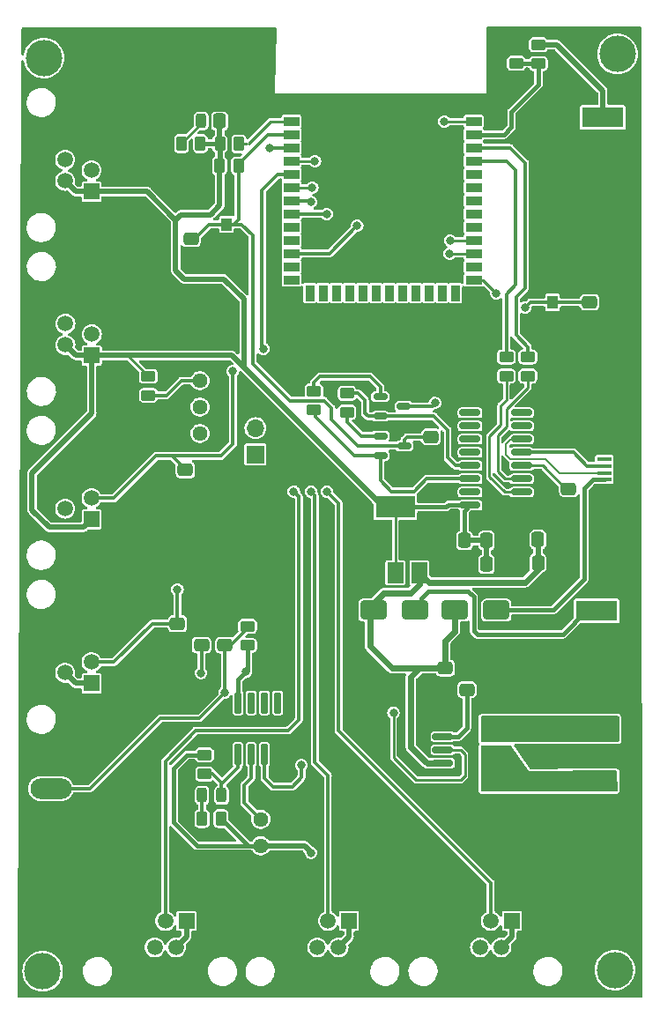
<source format=gbr>
%TF.GenerationSoftware,KiCad,Pcbnew,7.0.6*%
%TF.CreationDate,2024-05-05T09:17:32-05:00*%
%TF.ProjectId,BOARD_ESP32_S3,424f4152-445f-4455-9350-33325f53332e,rev?*%
%TF.SameCoordinates,Original*%
%TF.FileFunction,Copper,L1,Top*%
%TF.FilePolarity,Positive*%
%FSLAX46Y46*%
G04 Gerber Fmt 4.6, Leading zero omitted, Abs format (unit mm)*
G04 Created by KiCad (PCBNEW 7.0.6) date 2024-05-05 09:17:32*
%MOMM*%
%LPD*%
G01*
G04 APERTURE LIST*
G04 Aperture macros list*
%AMRoundRect*
0 Rectangle with rounded corners*
0 $1 Rounding radius*
0 $2 $3 $4 $5 $6 $7 $8 $9 X,Y pos of 4 corners*
0 Add a 4 corners polygon primitive as box body*
4,1,4,$2,$3,$4,$5,$6,$7,$8,$9,$2,$3,0*
0 Add four circle primitives for the rounded corners*
1,1,$1+$1,$2,$3*
1,1,$1+$1,$4,$5*
1,1,$1+$1,$6,$7*
1,1,$1+$1,$8,$9*
0 Add four rect primitives between the rounded corners*
20,1,$1+$1,$2,$3,$4,$5,0*
20,1,$1+$1,$4,$5,$6,$7,0*
20,1,$1+$1,$6,$7,$8,$9,0*
20,1,$1+$1,$8,$9,$2,$3,0*%
G04 Aperture macros list end*
%TA.AperFunction,SMDPad,CuDef*%
%ADD10R,1.500000X2.000000*%
%TD*%
%TA.AperFunction,SMDPad,CuDef*%
%ADD11R,3.800000X2.000000*%
%TD*%
%TA.AperFunction,SMDPad,CuDef*%
%ADD12RoundRect,0.243750X0.243750X0.456250X-0.243750X0.456250X-0.243750X-0.456250X0.243750X-0.456250X0*%
%TD*%
%TA.AperFunction,SMDPad,CuDef*%
%ADD13RoundRect,0.250000X-1.000000X-0.650000X1.000000X-0.650000X1.000000X0.650000X-1.000000X0.650000X0*%
%TD*%
%TA.AperFunction,SMDPad,CuDef*%
%ADD14RoundRect,0.243750X-0.243750X-0.456250X0.243750X-0.456250X0.243750X0.456250X-0.243750X0.456250X0*%
%TD*%
%TA.AperFunction,SMDPad,CuDef*%
%ADD15RoundRect,0.250000X0.450000X-0.262500X0.450000X0.262500X-0.450000X0.262500X-0.450000X-0.262500X0*%
%TD*%
%TA.AperFunction,ComponentPad*%
%ADD16C,3.500000*%
%TD*%
%TA.AperFunction,SMDPad,CuDef*%
%ADD17RoundRect,0.042000X0.258000X-0.943000X0.258000X0.943000X-0.258000X0.943000X-0.258000X-0.943000X0*%
%TD*%
%TA.AperFunction,ComponentPad*%
%ADD18R,1.520000X1.520000*%
%TD*%
%TA.AperFunction,ComponentPad*%
%ADD19C,1.520000*%
%TD*%
%TA.AperFunction,SMDPad,CuDef*%
%ADD20RoundRect,0.250000X-0.475000X0.337500X-0.475000X-0.337500X0.475000X-0.337500X0.475000X0.337500X0*%
%TD*%
%TA.AperFunction,SMDPad,CuDef*%
%ADD21RoundRect,0.250000X-0.450000X0.262500X-0.450000X-0.262500X0.450000X-0.262500X0.450000X0.262500X0*%
%TD*%
%TA.AperFunction,SMDPad,CuDef*%
%ADD22R,1.500000X0.900000*%
%TD*%
%TA.AperFunction,SMDPad,CuDef*%
%ADD23R,0.900000X1.500000*%
%TD*%
%TA.AperFunction,SMDPad,CuDef*%
%ADD24R,0.900000X0.900000*%
%TD*%
%TA.AperFunction,SMDPad,CuDef*%
%ADD25RoundRect,0.250000X0.337500X0.475000X-0.337500X0.475000X-0.337500X-0.475000X0.337500X-0.475000X0*%
%TD*%
%TA.AperFunction,SMDPad,CuDef*%
%ADD26RoundRect,0.150000X-0.512500X-0.150000X0.512500X-0.150000X0.512500X0.150000X-0.512500X0.150000X0*%
%TD*%
%TA.AperFunction,SMDPad,CuDef*%
%ADD27R,1.000000X1.250000*%
%TD*%
%TA.AperFunction,SMDPad,CuDef*%
%ADD28R,1.380000X0.450000*%
%TD*%
%TA.AperFunction,SMDPad,CuDef*%
%ADD29R,1.300000X1.650000*%
%TD*%
%TA.AperFunction,SMDPad,CuDef*%
%ADD30R,1.550000X1.425000*%
%TD*%
%TA.AperFunction,SMDPad,CuDef*%
%ADD31R,1.900000X1.800000*%
%TD*%
%TA.AperFunction,SMDPad,CuDef*%
%ADD32R,1.900000X1.000000*%
%TD*%
%TA.AperFunction,SMDPad,CuDef*%
%ADD33RoundRect,0.250000X0.475000X-0.337500X0.475000X0.337500X-0.475000X0.337500X-0.475000X-0.337500X0*%
%TD*%
%TA.AperFunction,ComponentPad*%
%ADD34R,3.960000X1.980000*%
%TD*%
%TA.AperFunction,ComponentPad*%
%ADD35O,3.960000X1.980000*%
%TD*%
%TA.AperFunction,SMDPad,CuDef*%
%ADD36RoundRect,0.150000X0.825000X0.150000X-0.825000X0.150000X-0.825000X-0.150000X0.825000X-0.150000X0*%
%TD*%
%TA.AperFunction,ComponentPad*%
%ADD37R,1.700000X1.700000*%
%TD*%
%TA.AperFunction,ComponentPad*%
%ADD38O,1.700000X1.700000*%
%TD*%
%TA.AperFunction,SMDPad,CuDef*%
%ADD39RoundRect,0.250000X0.262500X0.450000X-0.262500X0.450000X-0.262500X-0.450000X0.262500X-0.450000X0*%
%TD*%
%TA.AperFunction,SMDPad,CuDef*%
%ADD40RoundRect,0.250000X-0.262500X-0.450000X0.262500X-0.450000X0.262500X0.450000X-0.262500X0.450000X0*%
%TD*%
%TA.AperFunction,ComponentPad*%
%ADD41C,1.440000*%
%TD*%
%TA.AperFunction,SMDPad,CuDef*%
%ADD42RoundRect,0.250000X-0.337500X-0.475000X0.337500X-0.475000X0.337500X0.475000X-0.337500X0.475000X0*%
%TD*%
%TA.AperFunction,ViaPad*%
%ADD43C,0.800000*%
%TD*%
%TA.AperFunction,Conductor*%
%ADD44C,0.250000*%
%TD*%
%TA.AperFunction,Conductor*%
%ADD45C,0.600000*%
%TD*%
%TA.AperFunction,Conductor*%
%ADD46C,0.500000*%
%TD*%
%TA.AperFunction,Conductor*%
%ADD47C,0.400000*%
%TD*%
%TA.AperFunction,Conductor*%
%ADD48C,0.350000*%
%TD*%
%TA.AperFunction,Conductor*%
%ADD49C,0.200000*%
%TD*%
%TA.AperFunction,Conductor*%
%ADD50C,0.300000*%
%TD*%
G04 APERTURE END LIST*
D10*
%TO.P,U3,1,GND*%
%TO.N,GND*%
X171817000Y-85928600D03*
%TO.P,U3,2,VO*%
%TO.N,/+3v3*%
X174117000Y-85928600D03*
D11*
X174117000Y-79628600D03*
D10*
%TO.P,U3,3,VI*%
%TO.N,/+5V*%
X176417000Y-85928600D03*
%TD*%
D12*
%TO.P,D4,1,K*%
%TO.N,Net-(D4-K)*%
X157424600Y-107315000D03*
%TO.P,D4,2,A*%
%TO.N,Net-(D4-A)*%
X155549600Y-107315000D03*
%TD*%
D13*
%TO.P,D2,1,K*%
%TO.N,/+5V*%
X179813200Y-89535000D03*
%TO.P,D2,2,A*%
%TO.N,/VUSB*%
X183813200Y-89535000D03*
%TD*%
D14*
%TO.P,D3,1,K*%
%TO.N,GND*%
X153596100Y-42519600D03*
%TO.P,D3,2,A*%
%TO.N,Net-(D3-A)*%
X155471100Y-42519600D03*
%TD*%
D15*
%TO.P,R10,1*%
%TO.N,Net-(J3-Pin_2)*%
X150393400Y-68882900D03*
%TO.P,R10,2*%
%TO.N,/+3v3*%
X150393400Y-67057900D03*
%TD*%
D16*
%TO.P,GND,1*%
%TO.N,N/C*%
X195224400Y-124104400D03*
%TD*%
%TO.P,GND,1*%
%TO.N,N/C*%
X140233400Y-124231400D03*
%TD*%
D17*
%TO.P,U6,1,1OUT*%
%TO.N,Net-(D4-K)*%
X159004000Y-103378000D03*
%TO.P,U6,2,1IN-*%
%TO.N,Net-(U6-1IN-)*%
X160274000Y-103378000D03*
%TO.P,U6,3,1IN+*%
%TO.N,/GPIO08*%
X161544000Y-103378000D03*
%TO.P,U6,4,GND*%
%TO.N,GND*%
X162814000Y-103378000D03*
%TO.P,U6,5,2IN+*%
%TO.N,unconnected-(U6-2IN+-Pad5)*%
X162814000Y-98438000D03*
%TO.P,U6,6,2IN-*%
%TO.N,unconnected-(U6-2IN--Pad6)*%
X161544000Y-98438000D03*
%TO.P,U6,7,2OUT*%
%TO.N,unconnected-(U6-2OUT-Pad7)*%
X160274000Y-98438000D03*
%TO.P,U6,8,VCC*%
%TO.N,/+3v3*%
X159004000Y-98438000D03*
%TD*%
D18*
%TO.P,PLUVIOMETER1,1*%
%TO.N,/+3v3*%
X144932400Y-96561400D03*
D19*
%TO.P,PLUVIOMETER1,2*%
X142392400Y-95541400D03*
%TO.P,PLUVIOMETER1,3*%
%TO.N,/GPIO06*%
X144932400Y-94521400D03*
%TO.P,PLUVIOMETER1,4*%
%TO.N,GND*%
X142392400Y-93501400D03*
%TO.P,PLUVIOMETER1,5*%
X144932400Y-92481400D03*
%TO.P,PLUVIOMETER1,6*%
X142392400Y-91461400D03*
%TD*%
D20*
%TO.P,C6,1*%
%TO.N,GND*%
X192786000Y-57869000D03*
%TO.P,C6,2*%
%TO.N,/GPIO0*%
X192786000Y-59944000D03*
%TD*%
%TO.P,C16,1*%
%TO.N,GND*%
X157734000Y-90808900D03*
%TO.P,C16,2*%
%TO.N,/GPIO08*%
X157734000Y-92883900D03*
%TD*%
D18*
%TO.P,TEMP_5CM,1*%
%TO.N,/+3v3*%
X154055400Y-119391400D03*
D19*
%TO.P,TEMP_5CM,2*%
X153035400Y-121931400D03*
%TO.P,TEMP_5CM,3*%
%TO.N,/DSB_SIGNAL01*%
X152015400Y-119391400D03*
%TO.P,TEMP_5CM,4*%
%TO.N,unconnected-(TEMP_5CM1-Pad4)*%
X150995400Y-121931400D03*
%TO.P,TEMP_5CM,5*%
%TO.N,GND*%
X149975400Y-119391400D03*
%TO.P,TEMP_5CM,6*%
X148955400Y-121931400D03*
%TD*%
D21*
%TO.P,R13,1*%
%TO.N,/GPIO08*%
X159918400Y-91088200D03*
%TO.P,R13,2*%
%TO.N,/+3v3*%
X159918400Y-92913200D03*
%TD*%
D15*
%TO.P,R14,1*%
%TO.N,Net-(D4-K)*%
X155803600Y-105257600D03*
%TO.P,R14,2*%
%TO.N,/+3v3*%
X155803600Y-103432600D03*
%TD*%
D22*
%TO.P,U1,1,GND*%
%TO.N,GND*%
X164147800Y-41302200D03*
%TO.P,U1,2,3V3*%
%TO.N,Net-(U1-3V3)*%
X164147800Y-42572200D03*
%TO.P,U1,3,EN*%
%TO.N,/CHIP_PU*%
X164147800Y-43842200D03*
%TO.P,U1,4,GPIO4/TOUCH4/ADC1_CH3*%
%TO.N,/GPIO04*%
X164147800Y-45112200D03*
%TO.P,U1,5,GPIO5/TOUCH5/ADC1_CH4*%
%TO.N,/GPIO05*%
X164147800Y-46382200D03*
%TO.P,U1,6,GPIO6/TOUCH6/ADC1_CH5*%
%TO.N,/GPIO06*%
X164147800Y-47652200D03*
%TO.P,U1,7,GPIO7/TOUCH7/ADC1_CH6*%
%TO.N,/DSB_SIGNAL01*%
X164147800Y-48922200D03*
%TO.P,U1,8,GPIO15/U0RTS/ADC2_CH4/XTAL_32K_P*%
%TO.N,/DSB_SIGNAL02*%
X164147800Y-50192200D03*
%TO.P,U1,9,GPIO16/U0CTS/ADC2_CH5/XTAL_32K_N*%
%TO.N,/DSB_SIGNAL03*%
X164147800Y-51462200D03*
%TO.P,U1,10,GPIO17/U1TXD/ADC2_CH6*%
%TO.N,/GPIO17*%
X164147800Y-52732200D03*
%TO.P,U1,11,GPIO18/U1RXD/ADC2_CH7/CLK_OUT3*%
%TO.N,/GPIO18*%
X164147800Y-54002200D03*
%TO.P,U1,12,GPIO8/TOUCH8/ADC1_CH7/SUBSPICS1*%
%TO.N,/GPIO08*%
X164147800Y-55272200D03*
%TO.P,U1,13,GPIO19/U1RTS/ADC2_CH8/CLK_OUT2/USB_D-*%
%TO.N,/GPIO19*%
X164147800Y-56542200D03*
%TO.P,U1,14,GPIO20/U1CTS/ADC2_CH9/CLK_OUT1/USB_D+*%
%TO.N,/GPIO20*%
X164147800Y-57812200D03*
D23*
%TO.P,U1,15,GPIO3/TOUCH3/ADC1_CH2*%
%TO.N,/GPIO03*%
X165912800Y-59062200D03*
%TO.P,U1,16,GPIO46*%
%TO.N,/GPIO49*%
X167182800Y-59062200D03*
%TO.P,U1,17,GPIO9/TOUCH9/ADC1_CH8/FSPIHD/SUBSPIHD*%
%TO.N,/GPIO09*%
X168452800Y-59062200D03*
%TO.P,U1,18,GPIO10/TOUCH10/ADC1_CH9/FSPICS0/FSPIIO4/SUBSPICS0*%
%TO.N,/GPIO10*%
X169722800Y-59062200D03*
%TO.P,U1,19,GPIO11/TOUCH11/ADC2_CH0/FSPID/FSPIIO5/SUBSPID*%
%TO.N,/GPIO11*%
X170992800Y-59062200D03*
%TO.P,U1,20,GPIO12/TOUCH12/ADC2_CH1/FSPICLK/FSPIIO6/SUBSPICLK*%
%TO.N,/GPIO12*%
X172262800Y-59062200D03*
%TO.P,U1,21,GPIO13/TOUCH13/ADC2_CH2/FSPIQ/FSPIIO7/SUBSPIQ*%
%TO.N,/GPIO13*%
X173532800Y-59062200D03*
%TO.P,U1,22,GPIO14/TOUCH14/ADC2_CH3/FSPIWP/FSPIDQS/SUBSPIWP*%
%TO.N,/GPIO14*%
X174802800Y-59062200D03*
%TO.P,U1,23,GPIO21*%
%TO.N,/GPIO21*%
X176072800Y-59062200D03*
%TO.P,U1,24,GPIO47/SPICLK_P/SUBSPICLK_P_DIFF*%
%TO.N,/GPIO47*%
X177342800Y-59062200D03*
%TO.P,U1,25,GPIO48/SPICLK_N/SUBSPICLK_N_DIFF*%
%TO.N,/GPIO48*%
X178612800Y-59062200D03*
%TO.P,U1,26,GPIO45*%
%TO.N,/GPIO45*%
X179882800Y-59062200D03*
D22*
%TO.P,U1,27,GPIO0/BOOT*%
%TO.N,/GPIO0*%
X181647800Y-57812200D03*
%TO.P,U1,28,SPIIO6/GPIO35/FSPID/SUBSPID*%
%TO.N,/GPIO35*%
X181647800Y-56542200D03*
%TO.P,U1,29,SPIIO7/GPIO36/FSPICLK/SUBSPICLK*%
%TO.N,/GPIO36*%
X181647800Y-55272200D03*
%TO.P,U1,30,SPIDQS/GPIO37/FSPIQ/SUBSPIQ*%
%TO.N,/GPIO37*%
X181647800Y-54002200D03*
%TO.P,U1,31,GPIO38/FSPIWP/SUBSPIWP*%
%TO.N,/GPIO38*%
X181647800Y-52732200D03*
%TO.P,U1,32,MTCK/GPIO39/CLK_OUT3/SUBSPICS1*%
%TO.N,/GPIO39*%
X181647800Y-51462200D03*
%TO.P,U1,33,MTDO/GPIO40/CLK_OUT2*%
%TO.N,/GPIO40*%
X181647800Y-50192200D03*
%TO.P,U1,34,MTDI/GPIO41/CLK_OUT1*%
%TO.N,/GPIO41*%
X181647800Y-48922200D03*
%TO.P,U1,35,MTMS/GPIO42*%
%TO.N,/GPIO42*%
X181647800Y-47652200D03*
%TO.P,U1,36,U0RXD/GPIO44/CLK_OUT2*%
%TO.N,/U0RXD*%
X181647800Y-46382200D03*
%TO.P,U1,37,U0TXD/GPIO43/CLK_OUT1*%
%TO.N,/U0TXD*%
X181647800Y-45112200D03*
%TO.P,U1,38,GPIO2/TOUCH2/ADC1_CH1*%
%TO.N,/GPIO02*%
X181647800Y-43842200D03*
%TO.P,U1,39,GPIO1/TOUCH1/ADC1_CH0*%
%TO.N,/GPIO01*%
X181647800Y-42572200D03*
%TO.P,U1,40,GND*%
%TO.N,GND*%
X181647800Y-41302200D03*
D24*
%TO.P,U1,41,GND*%
X169997800Y-47622200D03*
X169997800Y-49022200D03*
X169997800Y-50422200D03*
X169997800Y-50422200D03*
X171397800Y-47622200D03*
X171397800Y-47622200D03*
X171397800Y-49022200D03*
X171397800Y-50422200D03*
X172797800Y-47622200D03*
X172797800Y-49022200D03*
X172797800Y-50422200D03*
%TD*%
D25*
%TO.P,C8,1*%
%TO.N,GND*%
X159312700Y-42545000D03*
%TO.P,C8,2*%
%TO.N,/+3v3*%
X157237700Y-42545000D03*
%TD*%
D15*
%TO.P,R2,1*%
%TO.N,Net-(U2-RXD)*%
X186842400Y-67028700D03*
%TO.P,R2,2*%
%TO.N,/U0TXD*%
X186842400Y-65203700D03*
%TD*%
D26*
%TO.P,Q1,1,B*%
%TO.N,Net-(Q1-B)*%
X172700100Y-72786200D03*
%TO.P,Q1,2,E*%
%TO.N,/RST*%
X172700100Y-74686200D03*
%TO.P,Q1,3,C*%
%TO.N,/CHIP_PU*%
X174975100Y-73736200D03*
%TD*%
D27*
%TO.P,RESET1,1,1*%
%TO.N,GND*%
X157886400Y-60212200D03*
%TO.P,RESET1,2,2*%
%TO.N,/CHIP_PU*%
X157886400Y-52462200D03*
%TD*%
D21*
%TO.P,R4,1*%
%TO.N,/DTR*%
X169468800Y-68683500D03*
%TO.P,R4,2*%
%TO.N,Net-(Q1-B)*%
X169468800Y-70508500D03*
%TD*%
D20*
%TO.P,C15,1*%
%TO.N,GND*%
X155498800Y-90808900D03*
%TO.P,C15,2*%
%TO.N,/+3v3*%
X155498800Y-92883900D03*
%TD*%
D28*
%TO.P,USB,1,VBUS*%
%TO.N,/VUSB*%
X194208400Y-76987400D03*
%TO.P,USB,2,D-*%
%TO.N,/D-*%
X194208400Y-76337400D03*
%TO.P,USB,3,D+*%
%TO.N,/D+*%
X194208400Y-75687400D03*
%TO.P,USB,4,ID*%
%TO.N,unconnected-(J2-ID-Pad4)*%
X194208400Y-75037400D03*
%TO.P,USB,5,GND*%
%TO.N,GND*%
X194208400Y-74387400D03*
D29*
%TO.P,USB,6,Shield*%
X196868400Y-79062400D03*
D30*
X194293400Y-78174900D03*
D31*
X196868400Y-76837400D03*
D32*
X196868400Y-74137400D03*
D30*
X194293400Y-73199900D03*
D29*
X196868400Y-72312400D03*
%TD*%
D16*
%TO.P,GND,1*%
%TO.N,N/C*%
X140360400Y-36474400D03*
%TD*%
D18*
%TO.P,BUS_I2C1,1*%
%TO.N,/+3v3*%
X144954400Y-65059400D03*
D19*
%TO.P,BUS_I2C1,2*%
X142414400Y-64039400D03*
%TO.P,BUS_I2C1,3*%
%TO.N,/GPIO36*%
X144954400Y-63019400D03*
%TO.P,BUS_I2C1,4*%
%TO.N,/GPIO37*%
X142414400Y-61999400D03*
%TO.P,BUS_I2C1,5*%
%TO.N,GND*%
X144954400Y-60979400D03*
%TO.P,BUS_I2C1,6*%
X142414400Y-59959400D03*
%TD*%
D33*
%TO.P,C7,1*%
%TO.N,GND*%
X177546000Y-74951500D03*
%TO.P,C7,2*%
%TO.N,/CHIP_PU*%
X177546000Y-72876500D03*
%TD*%
D27*
%TO.P,BOOT1,1,1*%
%TO.N,GND*%
X189230000Y-52194000D03*
%TO.P,BOOT1,2,2*%
%TO.N,/GPIO0*%
X189230000Y-59944000D03*
%TD*%
D20*
%TO.P,C11,1*%
%TO.N,/GPIO04*%
X153949400Y-76055400D03*
%TO.P,C11,2*%
%TO.N,GND*%
X153949400Y-78130400D03*
%TD*%
D18*
%TO.P,TEMP_10CM,1*%
%TO.N,/+3v3*%
X169676400Y-119391400D03*
D19*
%TO.P,TEMP_10CM,2*%
X168656400Y-121931400D03*
%TO.P,TEMP_10CM,3*%
%TO.N,/DSB_SIGNAL02*%
X167636400Y-119391400D03*
%TO.P,TEMP_10CM,4*%
%TO.N,unconnected-(TEMP_10CM1-Pad4)*%
X166616400Y-121931400D03*
%TO.P,TEMP_10CM,5*%
%TO.N,GND*%
X165596400Y-119391400D03*
%TO.P,TEMP_10CM,6*%
X164576400Y-121931400D03*
%TD*%
D15*
%TO.P,R5,1*%
%TO.N,/RST*%
X166293800Y-70305300D03*
%TO.P,R5,2*%
%TO.N,Net-(Q2-B)*%
X166293800Y-68480300D03*
%TD*%
D34*
%TO.P,VBAT,1,Pin_1*%
%TO.N,/VBAT*%
X194056000Y-42193000D03*
D35*
%TO.P,VBAT,2,Pin_2*%
%TO.N,GND*%
X194056000Y-47193000D03*
%TD*%
D18*
%TO.P,W_SPEED/W_DIR1,1*%
%TO.N,/+3v3*%
X144932400Y-80797400D03*
D19*
%TO.P,W_SPEED/W_DIR1,2*%
%TO.N,/GPIO05*%
X142392400Y-79777400D03*
%TO.P,W_SPEED/W_DIR1,3*%
%TO.N,/GPIO04*%
X144932400Y-78757400D03*
%TO.P,W_SPEED/W_DIR1,4*%
%TO.N,GND*%
X142392400Y-77737400D03*
%TO.P,W_SPEED/W_DIR1,5*%
X144932400Y-76717400D03*
%TO.P,W_SPEED/W_DIR1,6*%
X142392400Y-75697400D03*
%TD*%
D21*
%TO.P,R12,1*%
%TO.N,GND*%
X185724800Y-35155500D03*
%TO.P,R12,2*%
%TO.N,/GPIO02*%
X185724800Y-36980500D03*
%TD*%
D36*
%TO.P,U2,1,GND*%
%TO.N,GND*%
X186244000Y-79451200D03*
%TO.P,U2,2,TXD*%
%TO.N,Net-(U2-TXD)*%
X186244000Y-78181200D03*
%TO.P,U2,3,RXD*%
%TO.N,Net-(U2-RXD)*%
X186244000Y-76911200D03*
%TO.P,U2,4,V3*%
%TO.N,Net-(U2-V3)*%
X186244000Y-75641200D03*
%TO.P,U2,5,UD+*%
%TO.N,/D+*%
X186244000Y-74371200D03*
%TO.P,U2,6,UD-*%
%TO.N,/D-*%
X186244000Y-73101200D03*
%TO.P,U2,7,NC*%
%TO.N,unconnected-(U2-NC-Pad7)*%
X186244000Y-71831200D03*
%TO.P,U2,8,NC*%
%TO.N,unconnected-(U2-NC-Pad8)*%
X186244000Y-70561200D03*
%TO.P,U2,9,~{CTS}*%
%TO.N,unconnected-(U2-~{CTS}-Pad9)*%
X181294000Y-70561200D03*
%TO.P,U2,10,~{DSR}*%
%TO.N,unconnected-(U2-~{DSR}-Pad10)*%
X181294000Y-71831200D03*
%TO.P,U2,11,~{RI}*%
%TO.N,unconnected-(U2-~{RI}-Pad11)*%
X181294000Y-73101200D03*
%TO.P,U2,12,~{DCD}*%
%TO.N,unconnected-(U2-~{DCD}-Pad12)*%
X181294000Y-74371200D03*
%TO.P,U2,13,~{DTR}*%
%TO.N,/DTR*%
X181294000Y-75641200D03*
%TO.P,U2,14,~{RTS}*%
%TO.N,/RST*%
X181294000Y-76911200D03*
%TO.P,U2,15,R232*%
%TO.N,unconnected-(U2-R232-Pad15)*%
X181294000Y-78181200D03*
%TO.P,U2,16,VCC*%
%TO.N,/+3v3*%
X181294000Y-79451200D03*
%TD*%
D25*
%TO.P,C4,1*%
%TO.N,GND*%
X184958900Y-82829400D03*
%TO.P,C4,2*%
%TO.N,/+3v3*%
X182883900Y-82829400D03*
%TD*%
D37*
%TO.P,J3,1,Pin_1*%
%TO.N,/GPIO05*%
X160680400Y-74574400D03*
D38*
%TO.P,J3,2,Pin_2*%
%TO.N,Net-(J3-Pin_2)*%
X160680400Y-72034400D03*
%TD*%
D33*
%TO.P,C13,1*%
%TO.N,GND*%
X178917600Y-97176500D03*
%TO.P,C13,2*%
%TO.N,/+5V*%
X178917600Y-95101500D03*
%TD*%
D20*
%TO.P,C14,1*%
%TO.N,GND*%
X181000400Y-95101500D03*
%TO.P,C14,2*%
%TO.N,Net-(U5-FILTER)*%
X181000400Y-97176500D03*
%TD*%
D39*
%TO.P,R7,1*%
%TO.N,/CHIP_PU*%
X159060700Y-46837600D03*
%TO.P,R7,2*%
%TO.N,/+3v3*%
X157235700Y-46837600D03*
%TD*%
D40*
%TO.P,R15,1*%
%TO.N,Net-(D4-A)*%
X155549600Y-109550200D03*
%TO.P,R15,2*%
%TO.N,/+3v3*%
X157374600Y-109550200D03*
%TD*%
D26*
%TO.P,Q2,1,B*%
%TO.N,Net-(Q2-B)*%
X172674700Y-69001600D03*
%TO.P,Q2,2,E*%
%TO.N,/DTR*%
X172674700Y-70901600D03*
%TO.P,Q2,3,C*%
%TO.N,/GPIO0*%
X174949700Y-69951600D03*
%TD*%
D39*
%TO.P,R3,1*%
%TO.N,/+3v3*%
X155395300Y-44704000D03*
%TO.P,R3,2*%
%TO.N,Net-(D3-A)*%
X153570300Y-44704000D03*
%TD*%
D25*
%TO.P,C3,1*%
%TO.N,GND*%
X189911900Y-84988400D03*
%TO.P,C3,2*%
%TO.N,/+5V*%
X187836900Y-84988400D03*
%TD*%
D41*
%TO.P,RV1,3,3*%
%TO.N,/GPIO05*%
X155346400Y-72557400D03*
%TO.P,RV1,2,2*%
X155346400Y-70017400D03*
%TO.P,RV1,1,1*%
%TO.N,Net-(J3-Pin_2)*%
X155346400Y-67477400D03*
%TD*%
D15*
%TO.P,R1,1*%
%TO.N,Net-(U2-TXD)*%
X184785000Y-67028700D03*
%TO.P,R1,2*%
%TO.N,/U0RXD*%
X184785000Y-65203700D03*
%TD*%
D40*
%TO.P,R6,1*%
%TO.N,/+3v3*%
X157261100Y-44729400D03*
%TO.P,R6,2*%
%TO.N,Net-(U1-3V3)*%
X159086100Y-44729400D03*
%TD*%
D20*
%TO.P,C12,1*%
%TO.N,/GPIO06*%
X153187400Y-90830400D03*
%TO.P,C12,2*%
%TO.N,GND*%
X153187400Y-92905400D03*
%TD*%
D13*
%TO.P,D1,1,K*%
%TO.N,/+5V*%
X172022000Y-89535000D03*
%TO.P,D1,2,A*%
%TO.N,/V_EXT*%
X176022000Y-89535000D03*
%TD*%
D16*
%TO.P,GND,1*%
%TO.N,N/C*%
X195478400Y-36093400D03*
%TD*%
D41*
%TO.P,RV2,1,1*%
%TO.N,/+3v3*%
X161188400Y-112166400D03*
%TO.P,RV2,2,2*%
%TO.N,Net-(U6-1IN-)*%
X161188400Y-109626400D03*
%TO.P,RV2,3,3*%
%TO.N,GND*%
X161188400Y-107086400D03*
%TD*%
D42*
%TO.P,C9,1*%
%TO.N,GND*%
X178692900Y-82829400D03*
%TO.P,C9,2*%
%TO.N,/+3v3*%
X180767900Y-82829400D03*
%TD*%
D15*
%TO.P,R11,1*%
%TO.N,/GPIO02*%
X187858400Y-37031300D03*
%TO.P,R11,2*%
%TO.N,/VBAT*%
X187858400Y-35206300D03*
%TD*%
D25*
%TO.P,C2,1*%
%TO.N,GND*%
X189890400Y-82753200D03*
%TO.P,C2,2*%
%TO.N,/+5V*%
X187815400Y-82753200D03*
%TD*%
D33*
%TO.P,C1,1*%
%TO.N,GND*%
X190779400Y-79929900D03*
%TO.P,C1,2*%
%TO.N,Net-(U2-V3)*%
X190779400Y-77854900D03*
%TD*%
D36*
%TO.P,U5,1,IP+*%
%TO.N,/+P*%
X183627800Y-104241600D03*
%TO.P,U5,2,IP+*%
X183627800Y-102971600D03*
%TO.P,U5,3,IP-*%
%TO.N,/-P*%
X183627800Y-101701600D03*
%TO.P,U5,4,IP-*%
X183627800Y-100431600D03*
%TO.P,U5,5,GND*%
%TO.N,GND*%
X178677800Y-100431600D03*
%TO.P,U5,6,FILTER*%
%TO.N,Net-(U5-FILTER)*%
X178677800Y-101701600D03*
%TO.P,U5,7,VIOUT*%
%TO.N,/GPIO01*%
X178677800Y-102971600D03*
%TO.P,U5,8,VCC*%
%TO.N,/+5V*%
X178677800Y-104241600D03*
%TD*%
D18*
%TO.P,TEMP_15CM,1*%
%TO.N,/+3v3*%
X185328400Y-119383400D03*
D19*
%TO.P,TEMP_15CM,2*%
X184308400Y-121923400D03*
%TO.P,TEMP_15CM,3*%
%TO.N,/DSB_SIGNAL03*%
X183288400Y-119383400D03*
%TO.P,TEMP_15CM,4*%
%TO.N,unconnected-(TEMP_15CM1-Pad4)*%
X182268400Y-121923400D03*
%TO.P,TEMP_15CM,5*%
%TO.N,GND*%
X181248400Y-119383400D03*
%TO.P,TEMP_15CM,6*%
X180228400Y-121923400D03*
%TD*%
D34*
%TO.P,J4,1,Pin_1*%
%TO.N,/-P*%
X193446400Y-100943200D03*
D35*
%TO.P,J4,2,Pin_2*%
%TO.N,/+P*%
X193446400Y-105943200D03*
%TD*%
%TO.P,J5,2,Pin_2*%
%TO.N,/GPIO08*%
X141020800Y-106658400D03*
D34*
%TO.P,J5,1,Pin_1*%
%TO.N,GND*%
X141020800Y-111658400D03*
%TD*%
D18*
%TO.P,EXTERNAL_I2C1,1*%
%TO.N,/+3v3*%
X144932400Y-49305400D03*
D19*
%TO.P,EXTERNAL_I2C1,2*%
X142392400Y-48285400D03*
%TO.P,EXTERNAL_I2C1,3*%
%TO.N,/GPIO36*%
X144932400Y-47265400D03*
%TO.P,EXTERNAL_I2C1,4*%
%TO.N,/GPIO37*%
X142392400Y-46245400D03*
%TO.P,EXTERNAL_I2C1,5*%
%TO.N,GND*%
X144932400Y-45225400D03*
%TO.P,EXTERNAL_I2C1,6*%
X142392400Y-44205400D03*
%TD*%
D25*
%TO.P,C5,1*%
%TO.N,GND*%
X184958900Y-85115400D03*
%TO.P,C5,2*%
%TO.N,/+3v3*%
X182883900Y-85115400D03*
%TD*%
D35*
%TO.P,J1,2,Pin_2*%
%TO.N,GND*%
X193446400Y-94614800D03*
D34*
%TO.P,J1,1,Pin_1*%
%TO.N,/V_EXT*%
X193446400Y-89614800D03*
%TD*%
D33*
%TO.P,C10,1*%
%TO.N,GND*%
X154482800Y-55926900D03*
%TO.P,C10,2*%
%TO.N,/CHIP_PU*%
X154482800Y-53851900D03*
%TD*%
D43*
%TO.N,GND*%
X157810200Y-55676800D03*
X174574200Y-76504800D03*
%TO.N,/+3v3*%
X159766000Y-95453200D03*
X166014400Y-112826800D03*
X155448000Y-95554800D03*
%TO.N,/GPIO0*%
X183819800Y-59080400D03*
X186588400Y-60477400D03*
X177927000Y-69621400D03*
%TO.N,/GPIO04*%
X162077400Y-45110400D03*
X158521400Y-66573400D03*
%TO.N,/GPIO05*%
X166395400Y-46380400D03*
%TO.N,/GPIO08*%
X170459400Y-52603400D03*
X165100000Y-104419400D03*
X157734000Y-97434400D03*
%TO.N,/GPIO36*%
X179349400Y-55272200D03*
%TO.N,/GPIO37*%
X179374800Y-54000829D03*
%TO.N,/GPIO01*%
X173939200Y-99364800D03*
X178816000Y-42572200D03*
%TO.N,/DSB_SIGNAL01*%
X164363400Y-78130400D03*
X166141400Y-48920400D03*
%TO.N,/DSB_SIGNAL02*%
X166006400Y-78130400D03*
X166014400Y-50317400D03*
%TO.N,/DSB_SIGNAL03*%
X167538400Y-78130400D03*
X167538400Y-51460400D03*
%TO.N,/GPIO06*%
X161442400Y-64414400D03*
X153187400Y-87528400D03*
%TD*%
D44*
%TO.N,Net-(U2-V3)*%
X186244000Y-75641200D02*
X188315600Y-75641200D01*
X190529300Y-77854900D02*
X190779400Y-77854900D01*
X188315600Y-75641200D02*
X190529300Y-77854900D01*
D45*
%TO.N,/+5V*%
X175615600Y-102692200D02*
X175615600Y-95935800D01*
X179813200Y-91585800D02*
X179813200Y-89535000D01*
X172022000Y-88880450D02*
X172993050Y-87909400D01*
X172022000Y-89535000D02*
X172022000Y-88880450D01*
X178917600Y-95101500D02*
X178917600Y-92481400D01*
X177165000Y-104241600D02*
X175615600Y-102692200D01*
D46*
X187836900Y-82774700D02*
X187815400Y-82753200D01*
X176417000Y-85928600D02*
X177000800Y-86512400D01*
D45*
X172022000Y-89535000D02*
X171704000Y-89853000D01*
X175564800Y-87909400D02*
X176417000Y-87057200D01*
X186588400Y-86842600D02*
X187836900Y-85594100D01*
X175615600Y-95935800D02*
X176449900Y-95101500D01*
X176417000Y-87057200D02*
X176417000Y-85928600D01*
X177331000Y-86842600D02*
X186588400Y-86842600D01*
X177465900Y-95101500D02*
X178917600Y-95101500D01*
X178677800Y-104241600D02*
X177165000Y-104241600D01*
X172993050Y-87909400D02*
X175564800Y-87909400D01*
D46*
X187836900Y-84988400D02*
X187836900Y-82774700D01*
D45*
X177000800Y-86512400D02*
X177331000Y-86842600D01*
X171704000Y-92989400D02*
X173816100Y-95101500D01*
X187836900Y-85594100D02*
X187836900Y-84988400D01*
X176449900Y-95101500D02*
X177465900Y-95101500D01*
X171704000Y-89853000D02*
X171704000Y-92989400D01*
X173816100Y-95101500D02*
X177465900Y-95101500D01*
X178917600Y-92481400D02*
X179813200Y-91585800D01*
D46*
%TO.N,/+3v3*%
X184308400Y-121923400D02*
X185328400Y-120903400D01*
X144932400Y-96561400D02*
X143412400Y-96561400D01*
X144932400Y-49305400D02*
X143412400Y-49305400D01*
X157235700Y-46837600D02*
X157235700Y-50637900D01*
D47*
X180767900Y-79977300D02*
X181294000Y-79451200D01*
D46*
X157261100Y-44729400D02*
X157261100Y-46812200D01*
X144932400Y-49305400D02*
X150270400Y-49305400D01*
D44*
X174117000Y-79628600D02*
X172999000Y-79628600D01*
D46*
X172999000Y-79628600D02*
X159588200Y-66217800D01*
D47*
X157374600Y-109550200D02*
X159990800Y-112166400D01*
D46*
X150270400Y-49305400D02*
X153009600Y-52044600D01*
X158429800Y-65059400D02*
X159588200Y-66217800D01*
D47*
X159918400Y-92962100D02*
X159918400Y-95300800D01*
D46*
X157235700Y-50637900D02*
X156337000Y-51536600D01*
D44*
X157237700Y-44706000D02*
X157261100Y-44729400D01*
D46*
X180767900Y-82829400D02*
X182883900Y-82829400D01*
X143412400Y-49305400D02*
X142392400Y-48285400D01*
X144170400Y-81559400D02*
X140868400Y-81559400D01*
D47*
X155803600Y-103432600D02*
X154098000Y-103432600D01*
X180767900Y-82829400D02*
X180767900Y-79977300D01*
D46*
X156337000Y-51536600D02*
X153517600Y-51536600D01*
X153009600Y-56896000D02*
X153822400Y-57708800D01*
X143412400Y-96561400D02*
X142392400Y-95541400D01*
D47*
X159004000Y-98438000D02*
X159004000Y-96215200D01*
D44*
X159990800Y-112166400D02*
X161188400Y-112166400D01*
D46*
X169676400Y-120911400D02*
X169676400Y-119391400D01*
D44*
X155498800Y-95504000D02*
X155448000Y-95554800D01*
D46*
X182883900Y-85115400D02*
X182883900Y-82829400D01*
X153822400Y-57708800D02*
X157657800Y-57708800D01*
X144932400Y-80797400D02*
X144170400Y-81559400D01*
X157657800Y-57708800D02*
X159588200Y-59639200D01*
D47*
X154098000Y-103432600D02*
X152831800Y-104698800D01*
D46*
X144954400Y-65059400D02*
X158429800Y-65059400D01*
X157237700Y-42545000D02*
X157237700Y-44706000D01*
X154055400Y-120911400D02*
X154055400Y-119391400D01*
D47*
X155067000Y-112166400D02*
X161188400Y-112166400D01*
D44*
X174117000Y-85928600D02*
X174117000Y-79628600D01*
D46*
X144954400Y-70615400D02*
X144954400Y-65059400D01*
X161188400Y-112166400D02*
X165404800Y-112166400D01*
X168656400Y-121931400D02*
X169676400Y-120911400D01*
D44*
X181243200Y-79400400D02*
X181294000Y-79451200D01*
D47*
X159004000Y-96215200D02*
X159766000Y-95453200D01*
D44*
X159918400Y-95300800D02*
X159766000Y-95453200D01*
X148394900Y-65059400D02*
X144954400Y-65059400D01*
D47*
X179222400Y-79400400D02*
X181243200Y-79400400D01*
D46*
X143434400Y-65059400D02*
X142414400Y-64039400D01*
D44*
X150393400Y-67057900D02*
X148394900Y-65059400D01*
D47*
X174117000Y-79628600D02*
X178994200Y-79628600D01*
X155395300Y-44704000D02*
X157235700Y-44704000D01*
X178994200Y-79628600D02*
X179222400Y-79400400D01*
D46*
X153035400Y-121931400D02*
X154055400Y-120911400D01*
X165404800Y-112166400D02*
X165887400Y-112649000D01*
X153009600Y-52044600D02*
X153009600Y-56896000D01*
X139217400Y-79908400D02*
X139217400Y-76352400D01*
X144954400Y-65059400D02*
X143434400Y-65059400D01*
D44*
X157261100Y-46812200D02*
X157235700Y-46837600D01*
D46*
X185328400Y-120903400D02*
X185328400Y-119383400D01*
X139217400Y-76352400D02*
X144954400Y-70615400D01*
D47*
X152831800Y-104698800D02*
X152831800Y-109931200D01*
D46*
X140868400Y-81559400D02*
X139217400Y-79908400D01*
D47*
X152831800Y-109931200D02*
X155067000Y-112166400D01*
D46*
X159588200Y-59639200D02*
X159588200Y-66217800D01*
D48*
X155498800Y-92883900D02*
X155498800Y-95504000D01*
D44*
X157235700Y-44704000D02*
X157237700Y-44706000D01*
D46*
X153517600Y-51536600D02*
X153009600Y-52044600D01*
D44*
%TO.N,/GPIO0*%
X183819800Y-59105800D02*
X183794400Y-59080400D01*
D48*
X186588400Y-60477400D02*
X187121800Y-59944000D01*
X189230000Y-59944000D02*
X192786000Y-59944000D01*
D44*
X181647800Y-57812200D02*
X182526200Y-57812200D01*
X183819800Y-59080400D02*
X183819800Y-59105800D01*
X183794400Y-59080400D02*
X183819800Y-59080400D01*
D48*
X177596800Y-69951600D02*
X174949700Y-69951600D01*
D44*
X182526200Y-57812200D02*
X183794400Y-59080400D01*
D48*
X187121800Y-59944000D02*
X189230000Y-59944000D01*
D44*
X177927000Y-69621400D02*
X177596800Y-69951600D01*
D48*
%TO.N,/CHIP_PU*%
X160426400Y-65862200D02*
X163957000Y-69392800D01*
X159060700Y-51987900D02*
X159060700Y-46837600D01*
X167970200Y-71170800D02*
X170535600Y-73736200D01*
D44*
X159060700Y-46529000D02*
X159060700Y-46837600D01*
X159060700Y-46837600D02*
X159060700Y-46737900D01*
D48*
X177524500Y-72898000D02*
X175260000Y-72898000D01*
X154838400Y-53851900D02*
X156228100Y-52462200D01*
X163957000Y-69392800D02*
X167259000Y-69392800D01*
X167259000Y-69392800D02*
X167970200Y-70104000D01*
X175260000Y-72898000D02*
X174975100Y-73182900D01*
X159370800Y-52462200D02*
X160426400Y-53517800D01*
X159154500Y-46585500D02*
X161897800Y-43842200D01*
X158586400Y-52462200D02*
X159060700Y-51987900D01*
X156228100Y-52462200D02*
X158148200Y-52462200D01*
X174975100Y-73182900D02*
X174975100Y-73736200D01*
D44*
X159154500Y-46737900D02*
X159154500Y-46585500D01*
D48*
X161897800Y-43842200D02*
X164147800Y-43842200D01*
X167970200Y-70104000D02*
X167970200Y-71170800D01*
D44*
X158148200Y-52462200D02*
X158586400Y-52462200D01*
D48*
X170535600Y-73736200D02*
X174975100Y-73736200D01*
X160426400Y-53517800D02*
X160426400Y-65862200D01*
X158148200Y-52462200D02*
X159370800Y-52462200D01*
X177546000Y-72876500D02*
X177524500Y-72898000D01*
D47*
%TO.N,/V_EXT*%
X176599600Y-89535000D02*
X176599600Y-88398600D01*
X181660800Y-88265000D02*
X181660800Y-91516200D01*
X190195200Y-91871800D02*
X192452200Y-89614800D01*
X181660800Y-91516200D02*
X182016400Y-91871800D01*
X182016400Y-91871800D02*
X190195200Y-91871800D01*
D44*
X192452200Y-89614800D02*
X193446400Y-89614800D01*
D47*
X177292000Y-87706200D02*
X181102000Y-87706200D01*
X176599600Y-88398600D02*
X177292000Y-87706200D01*
X181102000Y-87706200D02*
X181660800Y-88265000D01*
%TO.N,/VUSB*%
X183813200Y-89535000D02*
X189280800Y-89535000D01*
X192278000Y-86537800D02*
X192278000Y-77817800D01*
X192278000Y-77817800D02*
X192811400Y-77284400D01*
X194208400Y-76987400D02*
X193108400Y-76987400D01*
X192811400Y-77284400D02*
X193108400Y-76987400D01*
X189280800Y-89535000D02*
X192278000Y-86537800D01*
D44*
%TO.N,Net-(D3-A)*%
X153570300Y-44704000D02*
X153570300Y-44676700D01*
X153570300Y-44676700D02*
X155471100Y-42775900D01*
X155471100Y-42775900D02*
X155471100Y-42519600D01*
D49*
%TO.N,/D-*%
X184759600Y-73583800D02*
X184759600Y-74574400D01*
X184759600Y-74574400D02*
X185191400Y-75006200D01*
X185242200Y-73101200D02*
X184759600Y-73583800D01*
X189890400Y-76352400D02*
X194193400Y-76352400D01*
X188544200Y-75006200D02*
X189890400Y-76352400D01*
X186244000Y-73101200D02*
X185242200Y-73101200D01*
X185191400Y-75006200D02*
X188544200Y-75006200D01*
D48*
%TO.N,/D+*%
X192527400Y-75687400D02*
X194208400Y-75687400D01*
X188976000Y-74371200D02*
X186244000Y-74371200D01*
X188976000Y-74371200D02*
X191211200Y-74371200D01*
X191211200Y-74371200D02*
X192527400Y-75687400D01*
%TO.N,Net-(Q1-B)*%
X170830200Y-72786200D02*
X172700100Y-72786200D01*
X169468800Y-71424800D02*
X170830200Y-72786200D01*
X169468800Y-70508500D02*
X169468800Y-71424800D01*
%TO.N,/RST*%
X177088800Y-76911200D02*
X181294000Y-76911200D01*
X166446200Y-70305300D02*
X166446200Y-70942200D01*
X172698304Y-77043700D02*
X173766404Y-78111800D01*
X175888200Y-78111800D02*
X177088800Y-76911200D01*
X172698304Y-74686200D02*
X172698304Y-77043700D01*
X166446200Y-70942200D02*
X170190200Y-74686200D01*
X173766404Y-78111800D02*
X175888200Y-78111800D01*
X170190200Y-74686200D02*
X172700100Y-74686200D01*
%TO.N,Net-(Q2-B)*%
X166903400Y-67081400D02*
X171678600Y-67081400D01*
X166293800Y-68480300D02*
X166293800Y-67691000D01*
X172674700Y-68077500D02*
X172674700Y-69001600D01*
X171678600Y-67081400D02*
X172674700Y-68077500D01*
X166293800Y-67691000D02*
X166903400Y-67081400D01*
%TO.N,/DTR*%
X179908200Y-75641200D02*
X181294000Y-75641200D01*
X169468800Y-68683500D02*
X170537500Y-68683500D01*
X171485600Y-70901600D02*
X172674700Y-70901600D01*
X171196000Y-70612000D02*
X171485600Y-70901600D01*
X172674700Y-70901600D02*
X177810200Y-70901600D01*
X171196000Y-69342000D02*
X171196000Y-70612000D01*
X179146200Y-72237600D02*
X179146200Y-74879200D01*
X179146200Y-74879200D02*
X179908200Y-75641200D01*
X170537500Y-68683500D02*
X171196000Y-69342000D01*
X177810200Y-70901600D02*
X179146200Y-72237600D01*
D44*
%TO.N,Net-(U2-TXD)*%
X183159400Y-72821800D02*
X184251600Y-71729600D01*
X186244000Y-78181200D02*
X184607200Y-78181200D01*
X184785000Y-69316600D02*
X184785000Y-67028700D01*
X183159400Y-76733400D02*
X183159400Y-72821800D01*
X184607200Y-78181200D02*
X183159400Y-76733400D01*
X184251600Y-71729600D02*
X184251600Y-69850000D01*
X184251600Y-69850000D02*
X184785000Y-69316600D01*
D48*
%TO.N,/U0RXD*%
X185674000Y-58293000D02*
X185674000Y-47244000D01*
X184812200Y-46382200D02*
X181647800Y-46382200D01*
X185674000Y-47244000D02*
X184812200Y-46382200D01*
X184785000Y-65203700D02*
X184785000Y-59182000D01*
X184785000Y-59182000D02*
X185674000Y-58293000D01*
D44*
%TO.N,Net-(U2-RXD)*%
X184835800Y-71882000D02*
X184835800Y-70180200D01*
X186244000Y-76911200D02*
X184683400Y-76911200D01*
X183946800Y-72771000D02*
X184835800Y-71882000D01*
X186842400Y-68173600D02*
X186842400Y-67028700D01*
X183946800Y-76174600D02*
X183946800Y-72771000D01*
X184683400Y-76911200D02*
X183946800Y-76174600D01*
X184835800Y-70180200D02*
X186842400Y-68173600D01*
D48*
%TO.N,/U0TXD*%
X186588400Y-46583600D02*
X185117000Y-45112200D01*
X186842400Y-65203700D02*
X186842400Y-64236600D01*
X185724800Y-59436000D02*
X186588400Y-58572400D01*
X186842400Y-64236600D02*
X185724800Y-63119000D01*
X185117000Y-45112200D02*
X181647800Y-45112200D01*
X186588400Y-58572400D02*
X186588400Y-46583600D01*
X185724800Y-63119000D02*
X185724800Y-59436000D01*
D44*
%TO.N,Net-(U1-3V3)*%
X162126400Y-42572200D02*
X164147800Y-42572200D01*
X159969200Y-44729400D02*
X162126400Y-42572200D01*
X159086100Y-44729400D02*
X159875400Y-44729400D01*
D48*
%TO.N,/GPIO04*%
X157378400Y-74701400D02*
X152679400Y-74701400D01*
X162077400Y-45110400D02*
X164146000Y-45110400D01*
X158521400Y-66573400D02*
X158521400Y-73558400D01*
X147083400Y-78757400D02*
X144932400Y-78757400D01*
D44*
X147091400Y-78765400D02*
X147083400Y-78757400D01*
D48*
X152679400Y-74701400D02*
X151155400Y-74701400D01*
X153949400Y-75971400D02*
X152679400Y-74701400D01*
X151155400Y-74701400D02*
X147091400Y-78765400D01*
D44*
X164146000Y-45110400D02*
X164147800Y-45112200D01*
X153949400Y-76055400D02*
X153949400Y-75971400D01*
D48*
X158521400Y-73558400D02*
X157378400Y-74701400D01*
D44*
%TO.N,/GPIO05*%
X164149600Y-46380400D02*
X164147800Y-46382200D01*
X166395400Y-46380400D02*
X164149600Y-46380400D01*
D50*
%TO.N,/GPIO08*%
X151536400Y-99923600D02*
X155295600Y-99923600D01*
D48*
X165100000Y-105587800D02*
X165100000Y-104419400D01*
D44*
X157734000Y-92883900D02*
X158017300Y-92883900D01*
D48*
X158017300Y-92883900D02*
X158322100Y-92883900D01*
X162356800Y-106476800D02*
X164211000Y-106476800D01*
X167790600Y-55272200D02*
X170459400Y-52603400D01*
D50*
X155295600Y-99923600D02*
X157734000Y-97485200D01*
D48*
X161544000Y-105664000D02*
X162356800Y-106476800D01*
D44*
X159764100Y-91137100D02*
X159918400Y-91137100D01*
D50*
X141020800Y-106658400D02*
X144801600Y-106658400D01*
D48*
X164147800Y-55272200D02*
X167790600Y-55272200D01*
X158322100Y-92883900D02*
X159764100Y-91441900D01*
D44*
X157734000Y-97485200D02*
X157734000Y-97434400D01*
D48*
X161544000Y-103378000D02*
X161544000Y-105664000D01*
X164211000Y-106476800D02*
X165100000Y-105587800D01*
X159764100Y-91441900D02*
X159764100Y-91137100D01*
D50*
X144801600Y-106658400D02*
X151536400Y-99923600D01*
D48*
X157734000Y-97434400D02*
X157734000Y-92883900D01*
D44*
%TO.N,/GPIO36*%
X179349400Y-55272200D02*
X181647800Y-55272200D01*
%TO.N,/GPIO37*%
X179376171Y-54002200D02*
X181647800Y-54002200D01*
X179374800Y-54000829D02*
X179376171Y-54002200D01*
D47*
%TO.N,/GPIO02*%
X187858400Y-39065200D02*
X187858400Y-37031300D01*
X184554600Y-43842200D02*
X185267600Y-43129200D01*
D44*
X187807600Y-36980500D02*
X187858400Y-37031300D01*
D47*
X185267600Y-41656000D02*
X187858400Y-39065200D01*
X185724800Y-36980500D02*
X187807600Y-36980500D01*
X181647800Y-43842200D02*
X184554600Y-43842200D01*
X185267600Y-43129200D02*
X185267600Y-41656000D01*
D44*
%TO.N,/GPIO01*%
X173939200Y-103682800D02*
X173939200Y-99364800D01*
X178677800Y-102971600D02*
X180390800Y-102971600D01*
X180797200Y-103378000D02*
X180797200Y-105460800D01*
X180746400Y-105511600D02*
X180441600Y-105816400D01*
X178816000Y-42572200D02*
X181647800Y-42572200D01*
X180797200Y-105460800D02*
X180746400Y-105511600D01*
X180390800Y-102971600D02*
X180797200Y-103378000D01*
X180441600Y-105816400D02*
X176072800Y-105816400D01*
X176072800Y-105816400D02*
X173939200Y-103682800D01*
D48*
%TO.N,Net-(J3-Pin_2)*%
X150393400Y-68882900D02*
X152147900Y-68882900D01*
X153553400Y-67477400D02*
X155346400Y-67477400D01*
X152147900Y-68882900D02*
X153553400Y-67477400D01*
D44*
%TO.N,/DSB_SIGNAL01*%
X166139600Y-48922200D02*
X164147800Y-48922200D01*
D48*
X163830000Y-101092000D02*
X164846000Y-100076000D01*
X154940000Y-101092000D02*
X163830000Y-101092000D01*
X164846000Y-100076000D02*
X164846000Y-78613000D01*
D44*
X166141400Y-48920400D02*
X166139600Y-48922200D01*
D48*
X152015400Y-104016600D02*
X154940000Y-101092000D01*
X152015400Y-119391400D02*
X152015400Y-104016600D01*
X164846000Y-78613000D02*
X164363400Y-78130400D01*
D44*
%TO.N,/DSB_SIGNAL02*%
X166014400Y-50317400D02*
X165887400Y-50190400D01*
D48*
X166370000Y-104140000D02*
X166370000Y-78494000D01*
X165887400Y-50190400D02*
X164149600Y-50190400D01*
X167636400Y-105406400D02*
X166370000Y-104140000D01*
D44*
X166370000Y-78494000D02*
X166006400Y-78130400D01*
D48*
X167636400Y-119391400D02*
X167636400Y-105406400D01*
D44*
X164149600Y-50190400D02*
X164147800Y-50192200D01*
D48*
%TO.N,/DSB_SIGNAL03*%
X183288400Y-119383400D02*
X183288400Y-115724400D01*
D44*
X167538400Y-51460400D02*
X167536600Y-51462200D01*
D48*
X168656000Y-79248000D02*
X167538400Y-78130400D01*
X168656000Y-101092000D02*
X168656000Y-79248000D01*
X167536600Y-51462200D02*
X164147800Y-51462200D01*
X183288400Y-115724400D02*
X168656000Y-101092000D01*
%TO.N,/GPIO06*%
X164147800Y-47652200D02*
X162837600Y-47652200D01*
X147083400Y-94521400D02*
X150774400Y-90830400D01*
X162837600Y-47652200D02*
X161290000Y-49199800D01*
X150774400Y-90830400D02*
X153187400Y-90830400D01*
X153187400Y-87528400D02*
X153187400Y-90830400D01*
X144932400Y-94521400D02*
X147083400Y-94521400D01*
X161290000Y-64262000D02*
X161442400Y-64414400D01*
X161290000Y-49199800D02*
X161290000Y-64262000D01*
D47*
%TO.N,Net-(U5-FILTER)*%
X181000400Y-100863400D02*
X181000400Y-97176500D01*
X180162200Y-101701600D02*
X181000400Y-100863400D01*
X178677800Y-101701600D02*
X180162200Y-101701600D01*
D46*
%TO.N,/VBAT*%
X194056000Y-42193000D02*
X194056000Y-39624000D01*
X189638300Y-35206300D02*
X187858400Y-35206300D01*
X194056000Y-39624000D02*
X189638300Y-35206300D01*
D48*
%TO.N,Net-(D4-A)*%
X155549600Y-107315000D02*
X155549600Y-109550200D01*
%TO.N,Net-(U6-1IN-)*%
X161188400Y-109626400D02*
X159613600Y-108051600D01*
X160274000Y-105664000D02*
X160274000Y-103378000D01*
X159613600Y-106324400D02*
X160274000Y-105664000D01*
X159613600Y-108051600D02*
X159613600Y-106324400D01*
%TO.N,Net-(D4-K)*%
X156565600Y-105257600D02*
X155803600Y-105257600D01*
X159004000Y-104648000D02*
X159004000Y-103378000D01*
X157424600Y-107315000D02*
X157424600Y-106227400D01*
X157424600Y-106878600D02*
X157424600Y-106116600D01*
X157424600Y-106227400D02*
X159004000Y-104648000D01*
X157424600Y-106116600D02*
X156565600Y-105257600D01*
%TD*%
%TA.AperFunction,Conductor*%
%TO.N,/-P*%
G36*
X195573839Y-99714685D02*
G01*
X195619594Y-99767489D01*
X195630800Y-99819000D01*
X195630800Y-102060200D01*
X195611115Y-102127239D01*
X195558311Y-102172994D01*
X195506800Y-102184200D01*
X182445200Y-102184200D01*
X182378161Y-102164515D01*
X182332406Y-102111711D01*
X182321200Y-102060200D01*
X182321200Y-99819000D01*
X182340885Y-99751961D01*
X182393689Y-99706206D01*
X182445200Y-99695000D01*
X195506800Y-99695000D01*
X195573839Y-99714685D01*
G37*
%TD.AperFunction*%
%TD*%
%TA.AperFunction,Conductor*%
%TO.N,GND*%
G36*
X148400751Y-65529585D02*
G01*
X148421393Y-65546219D01*
X149464020Y-66588846D01*
X149497505Y-66650169D01*
X149494334Y-66702668D01*
X149497364Y-66703330D01*
X149495753Y-66710705D01*
X149492900Y-66741130D01*
X149492900Y-67374669D01*
X149495753Y-67405099D01*
X149495753Y-67405101D01*
X149540606Y-67533280D01*
X149540607Y-67533282D01*
X149621250Y-67642550D01*
X149730518Y-67723193D01*
X149773245Y-67738144D01*
X149858699Y-67768046D01*
X149889130Y-67770900D01*
X149889134Y-67770900D01*
X150897670Y-67770900D01*
X150928099Y-67768046D01*
X150928101Y-67768046D01*
X150992190Y-67745619D01*
X151056282Y-67723193D01*
X151165550Y-67642550D01*
X151246193Y-67533282D01*
X151269563Y-67466495D01*
X151291046Y-67405101D01*
X151291046Y-67405099D01*
X151293900Y-67374669D01*
X151293900Y-66741130D01*
X151291046Y-66710700D01*
X151291046Y-66710698D01*
X151257406Y-66614563D01*
X151246193Y-66582518D01*
X151165550Y-66473250D01*
X151056282Y-66392607D01*
X151056280Y-66392606D01*
X150928100Y-66347753D01*
X150897670Y-66344900D01*
X150897666Y-66344900D01*
X150192088Y-66344900D01*
X150125049Y-66325215D01*
X150104407Y-66308581D01*
X149517407Y-65721581D01*
X149483922Y-65660258D01*
X149488906Y-65590566D01*
X149530778Y-65534633D01*
X149596242Y-65510216D01*
X149605088Y-65509900D01*
X158191834Y-65509900D01*
X158258873Y-65529585D01*
X158279515Y-65546219D01*
X158476277Y-65742981D01*
X158502319Y-65769022D01*
X158535804Y-65830345D01*
X158530820Y-65900036D01*
X158488949Y-65955970D01*
X158430824Y-65979642D01*
X158383977Y-65985810D01*
X158364638Y-65988356D01*
X158364637Y-65988356D01*
X158218560Y-66048863D01*
X158093118Y-66145118D01*
X157996863Y-66270560D01*
X157936356Y-66416637D01*
X157936355Y-66416639D01*
X157915718Y-66573398D01*
X157915718Y-66573401D01*
X157936355Y-66730160D01*
X157936356Y-66730162D01*
X157996864Y-66876242D01*
X158093115Y-67001679D01*
X158093116Y-67001680D01*
X158093118Y-67001682D01*
X158097382Y-67004954D01*
X158138587Y-67061378D01*
X158145900Y-67103332D01*
X158145900Y-73351500D01*
X158126215Y-73418539D01*
X158109581Y-73439181D01*
X157259181Y-74289581D01*
X157197858Y-74323066D01*
X157171500Y-74325900D01*
X152752173Y-74325900D01*
X152736837Y-74323663D01*
X152736683Y-74324903D01*
X152726485Y-74323631D01*
X152671644Y-74325900D01*
X151207204Y-74325900D01*
X151181759Y-74323261D01*
X151171133Y-74321033D01*
X151171130Y-74321033D01*
X151135908Y-74325423D01*
X151128232Y-74325900D01*
X151124286Y-74325900D01*
X151107015Y-74328781D01*
X151101258Y-74329742D01*
X151046770Y-74336534D01*
X151039257Y-74338771D01*
X151031787Y-74341336D01*
X150983522Y-74367455D01*
X150934192Y-74391571D01*
X150927775Y-74396153D01*
X150921575Y-74400979D01*
X150884391Y-74441371D01*
X146980181Y-78345581D01*
X146918858Y-78379066D01*
X146892500Y-78381900D01*
X145895113Y-78381900D01*
X145828074Y-78362215D01*
X145785755Y-78316354D01*
X145778126Y-78302081D01*
X145734890Y-78221193D01*
X145716059Y-78198247D01*
X145614862Y-78074937D01*
X145468610Y-77954912D01*
X145468608Y-77954911D01*
X145468607Y-77954910D01*
X145301746Y-77865720D01*
X145203821Y-77836015D01*
X145120689Y-77810797D01*
X144932400Y-77792253D01*
X144744110Y-77810797D01*
X144563051Y-77865721D01*
X144396189Y-77954912D01*
X144249937Y-78074937D01*
X144129912Y-78221189D01*
X144040721Y-78388051D01*
X144040720Y-78388053D01*
X144040720Y-78388054D01*
X144039587Y-78391788D01*
X143985797Y-78569110D01*
X143967253Y-78757399D01*
X143985797Y-78945689D01*
X144006748Y-79014754D01*
X144040005Y-79124390D01*
X144040721Y-79126748D01*
X144050887Y-79145767D01*
X144113941Y-79263732D01*
X144129912Y-79293610D01*
X144249937Y-79439862D01*
X144268259Y-79454898D01*
X144396193Y-79559890D01*
X144477860Y-79603542D01*
X144527704Y-79652505D01*
X144543164Y-79720643D01*
X144519332Y-79786322D01*
X144463774Y-79828691D01*
X144419406Y-79836900D01*
X144152647Y-79836900D01*
X144094170Y-79848531D01*
X144094169Y-79848532D01*
X144027847Y-79892847D01*
X143983532Y-79959169D01*
X143983531Y-79959170D01*
X143971900Y-80017647D01*
X143971900Y-80984900D01*
X143952215Y-81051939D01*
X143899411Y-81097694D01*
X143847900Y-81108900D01*
X141106365Y-81108900D01*
X141039326Y-81089215D01*
X141018684Y-81072581D01*
X139723502Y-79777399D01*
X141427253Y-79777399D01*
X141445797Y-79965689D01*
X141473259Y-80056218D01*
X141500720Y-80146746D01*
X141572178Y-80280434D01*
X141589912Y-80313610D01*
X141709937Y-80459862D01*
X141856189Y-80579887D01*
X141856193Y-80579890D01*
X142023054Y-80669080D01*
X142204109Y-80724002D01*
X142392400Y-80742547D01*
X142580691Y-80724002D01*
X142761746Y-80669080D01*
X142928607Y-80579890D01*
X143074862Y-80459862D01*
X143194890Y-80313607D01*
X143284080Y-80146746D01*
X143339002Y-79965691D01*
X143357547Y-79777400D01*
X143339002Y-79589109D01*
X143284080Y-79408054D01*
X143194890Y-79241193D01*
X143178179Y-79220830D01*
X143074862Y-79094937D01*
X142928610Y-78974912D01*
X142928608Y-78974911D01*
X142928607Y-78974910D01*
X142761746Y-78885720D01*
X142671218Y-78858259D01*
X142580689Y-78830797D01*
X142412969Y-78814278D01*
X142392400Y-78812253D01*
X142392399Y-78812253D01*
X142204110Y-78830797D01*
X142023051Y-78885721D01*
X141856189Y-78974912D01*
X141709937Y-79094937D01*
X141589912Y-79241189D01*
X141500721Y-79408051D01*
X141445797Y-79589110D01*
X141427253Y-79777399D01*
X139723502Y-79777399D01*
X139704219Y-79758116D01*
X139670734Y-79696793D01*
X139667900Y-79670435D01*
X139667900Y-76590364D01*
X139687585Y-76523325D01*
X139704214Y-76502688D01*
X143649501Y-72557400D01*
X154420830Y-72557400D01*
X154424544Y-72592735D01*
X154441056Y-72749839D01*
X154441057Y-72749841D01*
X154500847Y-72933856D01*
X154500850Y-72933863D01*
X154597597Y-73101435D01*
X154727067Y-73245228D01*
X154727074Y-73245234D01*
X154883610Y-73358964D01*
X154883611Y-73358964D01*
X154883615Y-73358967D01*
X155017416Y-73418539D01*
X155060378Y-73437667D01*
X155060383Y-73437669D01*
X155249652Y-73477900D01*
X155443148Y-73477900D01*
X155632417Y-73437669D01*
X155809185Y-73358967D01*
X155965727Y-73245233D01*
X155983587Y-73225398D01*
X156014869Y-73190655D01*
X156095202Y-73101436D01*
X156191950Y-72933863D01*
X156251744Y-72749837D01*
X156271970Y-72557400D01*
X156251744Y-72364963D01*
X156191950Y-72180937D01*
X156095202Y-72013364D01*
X156086567Y-72003774D01*
X155965732Y-71869571D01*
X155965725Y-71869565D01*
X155809189Y-71755835D01*
X155809186Y-71755833D01*
X155809185Y-71755833D01*
X155736173Y-71723326D01*
X155632421Y-71677132D01*
X155632416Y-71677130D01*
X155443148Y-71636900D01*
X155249652Y-71636900D01*
X155060383Y-71677130D01*
X155060378Y-71677132D01*
X154883615Y-71755833D01*
X154883610Y-71755835D01*
X154727074Y-71869565D01*
X154727067Y-71869571D01*
X154597597Y-72013364D01*
X154500850Y-72180936D01*
X154500847Y-72180943D01*
X154441057Y-72364958D01*
X154441056Y-72364960D01*
X154420830Y-72557399D01*
X154420830Y-72557400D01*
X143649501Y-72557400D01*
X145252605Y-70954296D01*
X145257773Y-70949677D01*
X145288370Y-70925279D01*
X145321880Y-70876128D01*
X145357193Y-70828282D01*
X145357194Y-70828279D01*
X145361178Y-70820741D01*
X145364874Y-70813068D01*
X145382406Y-70756227D01*
X145382406Y-70756226D01*
X145402046Y-70700100D01*
X145402046Y-70700095D01*
X145403628Y-70691736D01*
X145404900Y-70683299D01*
X145404900Y-70623826D01*
X145407124Y-70564392D01*
X145406084Y-70555161D01*
X145406913Y-70555067D01*
X145404900Y-70539766D01*
X145404900Y-70017400D01*
X154420830Y-70017400D01*
X154441056Y-70209839D01*
X154441057Y-70209841D01*
X154500847Y-70393856D01*
X154500850Y-70393863D01*
X154597597Y-70561435D01*
X154727067Y-70705228D01*
X154727074Y-70705234D01*
X154883610Y-70818964D01*
X154883611Y-70818964D01*
X154883615Y-70818967D01*
X155012001Y-70876128D01*
X155060378Y-70897667D01*
X155060383Y-70897669D01*
X155249652Y-70937900D01*
X155443148Y-70937900D01*
X155632417Y-70897669D01*
X155809185Y-70818967D01*
X155965727Y-70705233D01*
X155978082Y-70691512D01*
X156040608Y-70622069D01*
X156095202Y-70561436D01*
X156191950Y-70393863D01*
X156251744Y-70209837D01*
X156271970Y-70017400D01*
X156251744Y-69824963D01*
X156191950Y-69640937D01*
X156095202Y-69473364D01*
X156079823Y-69456284D01*
X155965732Y-69329571D01*
X155965725Y-69329565D01*
X155809189Y-69215835D01*
X155809186Y-69215833D01*
X155809185Y-69215833D01*
X155736157Y-69183319D01*
X155632421Y-69137132D01*
X155632416Y-69137130D01*
X155443148Y-69096900D01*
X155249652Y-69096900D01*
X155060383Y-69137130D01*
X155060378Y-69137132D01*
X154883615Y-69215833D01*
X154883610Y-69215835D01*
X154727074Y-69329565D01*
X154727067Y-69329571D01*
X154597597Y-69473364D01*
X154500850Y-69640936D01*
X154500847Y-69640943D01*
X154441057Y-69824958D01*
X154441056Y-69824960D01*
X154420830Y-70017400D01*
X145404900Y-70017400D01*
X145404900Y-69199669D01*
X149492900Y-69199669D01*
X149495753Y-69230099D01*
X149495753Y-69230101D01*
X149540537Y-69358083D01*
X149540607Y-69358282D01*
X149621250Y-69467550D01*
X149730518Y-69548193D01*
X149773245Y-69563144D01*
X149858699Y-69593046D01*
X149889130Y-69595900D01*
X149889134Y-69595900D01*
X150897670Y-69595900D01*
X150928099Y-69593046D01*
X150928101Y-69593046D01*
X150992190Y-69570619D01*
X151056282Y-69548193D01*
X151165550Y-69467550D01*
X151246193Y-69358282D01*
X151249514Y-69348792D01*
X151252084Y-69341447D01*
X151292805Y-69284670D01*
X151357758Y-69258922D01*
X151369126Y-69258400D01*
X152096096Y-69258400D01*
X152121541Y-69261039D01*
X152125340Y-69261835D01*
X152132168Y-69263267D01*
X152153125Y-69260654D01*
X152167392Y-69258877D01*
X152175068Y-69258400D01*
X152179012Y-69258400D01*
X152179014Y-69258400D01*
X152179016Y-69258399D01*
X152179022Y-69258399D01*
X152194387Y-69255834D01*
X152202040Y-69254557D01*
X152256526Y-69247766D01*
X152256527Y-69247765D01*
X152256529Y-69247765D01*
X152264041Y-69245528D01*
X152271506Y-69242966D01*
X152271506Y-69242965D01*
X152271510Y-69242965D01*
X152319777Y-69216844D01*
X152369111Y-69192726D01*
X152369113Y-69192723D01*
X152375494Y-69188168D01*
X152381719Y-69183322D01*
X152381726Y-69183319D01*
X152418908Y-69142928D01*
X153026138Y-68535698D01*
X153672618Y-67889219D01*
X153733941Y-67855734D01*
X153760299Y-67852900D01*
X154428702Y-67852900D01*
X154495741Y-67872585D01*
X154536089Y-67914900D01*
X154568190Y-67970500D01*
X154597598Y-68021436D01*
X154627086Y-68054186D01*
X154727067Y-68165228D01*
X154727074Y-68165234D01*
X154883610Y-68278964D01*
X154883611Y-68278964D01*
X154883615Y-68278967D01*
X155012390Y-68336301D01*
X155060378Y-68357667D01*
X155060383Y-68357669D01*
X155249652Y-68397900D01*
X155443148Y-68397900D01*
X155632417Y-68357669D01*
X155809185Y-68278967D01*
X155965727Y-68165233D01*
X155967261Y-68163530D01*
X156025498Y-68098850D01*
X156095202Y-68021436D01*
X156191950Y-67853863D01*
X156251744Y-67669837D01*
X156271970Y-67477400D01*
X156251744Y-67284963D01*
X156191950Y-67100937D01*
X156095202Y-66933364D01*
X156095201Y-66933364D01*
X155965732Y-66789571D01*
X155965725Y-66789565D01*
X155809189Y-66675835D01*
X155809186Y-66675833D01*
X155809185Y-66675833D01*
X155737552Y-66643940D01*
X155632421Y-66597132D01*
X155632416Y-66597130D01*
X155443148Y-66556900D01*
X155249652Y-66556900D01*
X155060383Y-66597130D01*
X155060378Y-66597132D01*
X154883615Y-66675833D01*
X154883610Y-66675835D01*
X154727074Y-66789565D01*
X154727067Y-66789571D01*
X154597597Y-66933365D01*
X154536089Y-67039900D01*
X154485522Y-67088116D01*
X154428702Y-67101900D01*
X153605204Y-67101900D01*
X153579759Y-67099261D01*
X153569133Y-67097033D01*
X153569130Y-67097033D01*
X153533908Y-67101423D01*
X153526232Y-67101900D01*
X153522286Y-67101900D01*
X153505015Y-67104781D01*
X153499258Y-67105742D01*
X153444770Y-67112534D01*
X153437257Y-67114771D01*
X153429787Y-67117336D01*
X153381522Y-67143455D01*
X153332192Y-67167571D01*
X153325775Y-67172153D01*
X153319575Y-67176979D01*
X153282392Y-67217370D01*
X152028681Y-68471081D01*
X151967358Y-68504566D01*
X151941000Y-68507400D01*
X151369126Y-68507400D01*
X151302087Y-68487715D01*
X151256332Y-68434911D01*
X151252084Y-68424353D01*
X151246194Y-68407520D01*
X151246193Y-68407518D01*
X151246192Y-68407517D01*
X151165550Y-68298250D01*
X151056282Y-68217607D01*
X151056280Y-68217606D01*
X150928100Y-68172753D01*
X150897670Y-68169900D01*
X150897666Y-68169900D01*
X149889134Y-68169900D01*
X149889130Y-68169900D01*
X149858700Y-68172753D01*
X149858698Y-68172753D01*
X149730519Y-68217606D01*
X149730517Y-68217607D01*
X149621250Y-68298250D01*
X149540607Y-68407517D01*
X149540606Y-68407519D01*
X149495753Y-68535698D01*
X149495753Y-68535700D01*
X149492900Y-68566130D01*
X149492900Y-69199669D01*
X145404900Y-69199669D01*
X145404900Y-66143900D01*
X145424585Y-66076861D01*
X145477389Y-66031106D01*
X145528900Y-66019900D01*
X145734150Y-66019900D01*
X145734151Y-66019899D01*
X145748968Y-66016952D01*
X145792629Y-66008268D01*
X145792629Y-66008267D01*
X145792631Y-66008267D01*
X145858952Y-65963952D01*
X145903267Y-65897631D01*
X145903267Y-65897629D01*
X145903268Y-65897629D01*
X145914899Y-65839152D01*
X145914900Y-65839150D01*
X145914900Y-65633900D01*
X145934585Y-65566861D01*
X145987389Y-65521106D01*
X146038900Y-65509900D01*
X148333712Y-65509900D01*
X148400751Y-65529585D01*
G37*
%TD.AperFunction*%
%TA.AperFunction,Conductor*%
G36*
X157128939Y-52857385D02*
G01*
X157174694Y-52910189D01*
X157185900Y-52961700D01*
X157185900Y-53106952D01*
X157197531Y-53165429D01*
X157197532Y-53165430D01*
X157241847Y-53231752D01*
X157308169Y-53276067D01*
X157308170Y-53276068D01*
X157366647Y-53287699D01*
X157366650Y-53287700D01*
X157366652Y-53287700D01*
X158406150Y-53287700D01*
X158406151Y-53287699D01*
X158424880Y-53283974D01*
X158464629Y-53276068D01*
X158464629Y-53276067D01*
X158464631Y-53276067D01*
X158530952Y-53231752D01*
X158575267Y-53165431D01*
X158575267Y-53165429D01*
X158575268Y-53165429D01*
X158586899Y-53106952D01*
X158586900Y-53106950D01*
X158586900Y-52961700D01*
X158606585Y-52894661D01*
X158659389Y-52848906D01*
X158710900Y-52837700D01*
X159163901Y-52837700D01*
X159230940Y-52857385D01*
X159251581Y-52874018D01*
X160014582Y-53637019D01*
X160048066Y-53698340D01*
X160050900Y-53724698D01*
X160050900Y-59165434D01*
X160031215Y-59232473D01*
X159978411Y-59278228D01*
X159909253Y-59288172D01*
X159845697Y-59259147D01*
X159839219Y-59253115D01*
X157996708Y-57410605D01*
X157992071Y-57405417D01*
X157967678Y-57374829D01*
X157918528Y-57341319D01*
X157870682Y-57306007D01*
X157863097Y-57301998D01*
X157855477Y-57298329D01*
X157830961Y-57290767D01*
X157798622Y-57280792D01*
X157777954Y-57273560D01*
X157742495Y-57261152D01*
X157734126Y-57259568D01*
X157725704Y-57258300D01*
X157725702Y-57258300D01*
X157666226Y-57258300D01*
X157606790Y-57256075D01*
X157597556Y-57257116D01*
X157597462Y-57256286D01*
X157582164Y-57258300D01*
X154060365Y-57258300D01*
X153993326Y-57238615D01*
X153972684Y-57221981D01*
X153496419Y-56745716D01*
X153462934Y-56684393D01*
X153460100Y-56658035D01*
X153460100Y-54582771D01*
X153479785Y-54515732D01*
X153532589Y-54469977D01*
X153601747Y-54460033D01*
X153665303Y-54489058D01*
X153683868Y-54509136D01*
X153685650Y-54511550D01*
X153794918Y-54592193D01*
X153835837Y-54606511D01*
X153923099Y-54637046D01*
X153953530Y-54639900D01*
X153953534Y-54639900D01*
X155012070Y-54639900D01*
X155042499Y-54637046D01*
X155042501Y-54637046D01*
X155129763Y-54606511D01*
X155170682Y-54592193D01*
X155279950Y-54511550D01*
X155360593Y-54402282D01*
X155395099Y-54303670D01*
X155405446Y-54274101D01*
X155405446Y-54274099D01*
X155408300Y-54243669D01*
X155408300Y-53864399D01*
X155427985Y-53797360D01*
X155444619Y-53776718D01*
X156347318Y-52874019D01*
X156408641Y-52840534D01*
X156434999Y-52837700D01*
X157061900Y-52837700D01*
X157128939Y-52857385D01*
G37*
%TD.AperFunction*%
%TA.AperFunction,Conductor*%
G36*
X197707575Y-33446585D02*
G01*
X197753330Y-33499389D01*
X197764535Y-33550762D01*
X197804048Y-69843206D01*
X197865864Y-126621917D01*
X197846252Y-126688978D01*
X197793498Y-126734790D01*
X197741916Y-126746052D01*
X139002400Y-126770900D01*
X137944910Y-126770900D01*
X137877871Y-126751215D01*
X137832116Y-126698411D01*
X137820911Y-126646393D01*
X137830781Y-124231401D01*
X138277918Y-124231401D01*
X138297822Y-124509699D01*
X138349549Y-124747479D01*
X138357129Y-124782323D01*
X138417666Y-124944630D01*
X138454631Y-125043738D01*
X138454633Y-125043742D01*
X138588340Y-125288607D01*
X138588345Y-125288615D01*
X138755538Y-125511960D01*
X138755554Y-125511978D01*
X138952821Y-125709245D01*
X138952839Y-125709261D01*
X139176184Y-125876454D01*
X139176192Y-125876459D01*
X139421057Y-126010166D01*
X139421061Y-126010168D01*
X139421063Y-126010169D01*
X139682477Y-126107671D01*
X139818791Y-126137324D01*
X139955100Y-126166977D01*
X139955102Y-126166977D01*
X139955106Y-126166978D01*
X140202414Y-126184665D01*
X140233399Y-126186882D01*
X140233400Y-126186882D01*
X140233401Y-126186882D01*
X140261281Y-126184887D01*
X140511694Y-126166978D01*
X140784323Y-126107671D01*
X141045737Y-126010169D01*
X141290613Y-125876456D01*
X141513968Y-125709255D01*
X141711255Y-125511968D01*
X141878456Y-125288613D01*
X142012169Y-125043737D01*
X142109671Y-124782323D01*
X142168978Y-124509694D01*
X142188882Y-124231400D01*
X142184615Y-124171746D01*
X144101102Y-124171746D01*
X144111219Y-124409928D01*
X144111219Y-124409932D01*
X144161445Y-124642980D01*
X144247120Y-124856188D01*
X144250336Y-124864190D01*
X144375331Y-125067195D01*
X144532836Y-125246155D01*
X144718320Y-125395923D01*
X144906673Y-125501144D01*
X144926066Y-125511978D01*
X144926446Y-125512190D01*
X145052351Y-125556675D01*
X145151229Y-125591611D01*
X145386190Y-125631899D01*
X145386198Y-125631899D01*
X145386200Y-125631900D01*
X145386201Y-125631900D01*
X145564902Y-125631900D01*
X145742936Y-125616747D01*
X145742939Y-125616746D01*
X145742941Y-125616746D01*
X145973649Y-125556675D01*
X146106373Y-125496679D01*
X146190880Y-125458480D01*
X146190881Y-125458478D01*
X146190886Y-125458477D01*
X146388403Y-125324979D01*
X146560518Y-125160021D01*
X146702279Y-124968347D01*
X146809607Y-124755474D01*
X146879416Y-124527523D01*
X146909698Y-124291054D01*
X146904630Y-124171746D01*
X156101102Y-124171746D01*
X156111219Y-124409928D01*
X156111219Y-124409932D01*
X156161445Y-124642980D01*
X156247120Y-124856188D01*
X156250336Y-124864190D01*
X156375331Y-125067195D01*
X156532836Y-125246155D01*
X156718320Y-125395923D01*
X156906673Y-125501144D01*
X156926066Y-125511978D01*
X156926446Y-125512190D01*
X157052351Y-125556675D01*
X157151229Y-125591611D01*
X157386190Y-125631899D01*
X157386198Y-125631899D01*
X157386200Y-125631900D01*
X157386201Y-125631900D01*
X157564902Y-125631900D01*
X157742936Y-125616747D01*
X157742939Y-125616746D01*
X157742941Y-125616746D01*
X157973649Y-125556675D01*
X158106373Y-125496679D01*
X158190880Y-125458480D01*
X158190881Y-125458478D01*
X158190886Y-125458477D01*
X158388403Y-125324979D01*
X158560518Y-125160021D01*
X158702279Y-124968347D01*
X158809607Y-124755474D01*
X158879416Y-124527523D01*
X158909698Y-124291054D01*
X158904630Y-124171746D01*
X159722102Y-124171746D01*
X159732219Y-124409928D01*
X159732219Y-124409932D01*
X159782445Y-124642980D01*
X159868120Y-124856188D01*
X159871336Y-124864190D01*
X159996331Y-125067195D01*
X160153836Y-125246155D01*
X160339320Y-125395923D01*
X160527673Y-125501144D01*
X160547066Y-125511978D01*
X160547446Y-125512190D01*
X160673351Y-125556675D01*
X160772229Y-125591611D01*
X161007190Y-125631899D01*
X161007198Y-125631899D01*
X161007200Y-125631900D01*
X161007201Y-125631900D01*
X161185902Y-125631900D01*
X161363936Y-125616747D01*
X161363939Y-125616746D01*
X161363941Y-125616746D01*
X161594649Y-125556675D01*
X161727373Y-125496679D01*
X161811880Y-125458480D01*
X161811881Y-125458478D01*
X161811886Y-125458477D01*
X162009403Y-125324979D01*
X162181518Y-125160021D01*
X162323279Y-124968347D01*
X162430607Y-124755474D01*
X162500416Y-124527523D01*
X162530698Y-124291054D01*
X162525630Y-124171746D01*
X171722102Y-124171746D01*
X171732219Y-124409928D01*
X171732219Y-124409932D01*
X171782445Y-124642980D01*
X171868120Y-124856188D01*
X171871336Y-124864190D01*
X171996331Y-125067195D01*
X172153836Y-125246155D01*
X172339320Y-125395923D01*
X172527673Y-125501144D01*
X172547066Y-125511978D01*
X172547446Y-125512190D01*
X172673351Y-125556675D01*
X172772229Y-125591611D01*
X173007190Y-125631899D01*
X173007198Y-125631899D01*
X173007200Y-125631900D01*
X173007201Y-125631900D01*
X173185902Y-125631900D01*
X173363936Y-125616747D01*
X173363939Y-125616746D01*
X173363941Y-125616746D01*
X173594649Y-125556675D01*
X173727373Y-125496679D01*
X173811880Y-125458480D01*
X173811881Y-125458478D01*
X173811886Y-125458477D01*
X174009403Y-125324979D01*
X174181518Y-125160021D01*
X174323279Y-124968347D01*
X174430607Y-124755474D01*
X174500416Y-124527523D01*
X174530698Y-124291054D01*
X174525290Y-124163746D01*
X175374102Y-124163746D01*
X175384219Y-124401928D01*
X175384219Y-124401932D01*
X175434445Y-124634980D01*
X175493653Y-124782323D01*
X175523336Y-124856190D01*
X175648331Y-125059195D01*
X175805836Y-125238155D01*
X175991320Y-125387923D01*
X176199446Y-125504190D01*
X176325351Y-125548675D01*
X176424229Y-125583611D01*
X176659190Y-125623899D01*
X176659198Y-125623899D01*
X176659200Y-125623900D01*
X176659201Y-125623900D01*
X176837902Y-125623900D01*
X177015936Y-125608747D01*
X177015939Y-125608746D01*
X177015941Y-125608746D01*
X177246649Y-125548675D01*
X177379373Y-125488679D01*
X177463880Y-125450480D01*
X177463881Y-125450478D01*
X177463886Y-125450477D01*
X177607834Y-125353184D01*
X177661393Y-125316986D01*
X177661394Y-125316984D01*
X177661403Y-125316979D01*
X177833518Y-125152021D01*
X177975279Y-124960347D01*
X178082607Y-124747474D01*
X178152416Y-124519523D01*
X178182698Y-124283054D01*
X178177630Y-124163746D01*
X187374102Y-124163746D01*
X187384219Y-124401928D01*
X187384219Y-124401932D01*
X187434445Y-124634980D01*
X187493653Y-124782323D01*
X187523336Y-124856190D01*
X187648331Y-125059195D01*
X187805836Y-125238155D01*
X187991320Y-125387923D01*
X188199446Y-125504190D01*
X188325351Y-125548675D01*
X188424229Y-125583611D01*
X188659190Y-125623899D01*
X188659198Y-125623899D01*
X188659200Y-125623900D01*
X188659201Y-125623900D01*
X188837902Y-125623900D01*
X189015936Y-125608747D01*
X189015939Y-125608746D01*
X189015941Y-125608746D01*
X189246649Y-125548675D01*
X189379373Y-125488679D01*
X189463880Y-125450480D01*
X189463881Y-125450478D01*
X189463886Y-125450477D01*
X189607834Y-125353184D01*
X189661393Y-125316986D01*
X189661394Y-125316984D01*
X189661403Y-125316979D01*
X189833518Y-125152021D01*
X189975279Y-124960347D01*
X190082607Y-124747474D01*
X190152416Y-124519523D01*
X190182698Y-124283054D01*
X190175109Y-124104401D01*
X193268918Y-124104401D01*
X193288822Y-124382699D01*
X193345444Y-124642981D01*
X193348129Y-124655323D01*
X193385483Y-124755473D01*
X193445631Y-124916738D01*
X193445633Y-124916742D01*
X193579340Y-125161607D01*
X193579345Y-125161615D01*
X193746538Y-125384960D01*
X193746554Y-125384978D01*
X193943821Y-125582245D01*
X193943839Y-125582261D01*
X194167184Y-125749454D01*
X194167192Y-125749459D01*
X194412057Y-125883166D01*
X194412061Y-125883168D01*
X194412063Y-125883169D01*
X194673477Y-125980671D01*
X194809063Y-126010166D01*
X194946100Y-126039977D01*
X194946102Y-126039977D01*
X194946106Y-126039978D01*
X195193414Y-126057665D01*
X195224399Y-126059882D01*
X195224400Y-126059882D01*
X195224401Y-126059882D01*
X195252281Y-126057887D01*
X195502694Y-126039978D01*
X195775323Y-125980671D01*
X196036737Y-125883169D01*
X196281613Y-125749456D01*
X196504968Y-125582255D01*
X196702255Y-125384968D01*
X196869456Y-125161613D01*
X197003169Y-124916737D01*
X197100671Y-124655323D01*
X197159978Y-124382694D01*
X197179882Y-124104400D01*
X197159978Y-123826106D01*
X197158610Y-123819819D01*
X197100672Y-123553483D01*
X197100671Y-123553477D01*
X197003169Y-123292063D01*
X196961987Y-123216645D01*
X196869459Y-123047192D01*
X196869454Y-123047184D01*
X196702261Y-122823839D01*
X196702245Y-122823821D01*
X196504978Y-122626554D01*
X196504960Y-122626538D01*
X196281615Y-122459345D01*
X196281607Y-122459340D01*
X196036742Y-122325633D01*
X196036738Y-122325631D01*
X195937630Y-122288666D01*
X195775323Y-122228129D01*
X195775319Y-122228128D01*
X195775316Y-122228127D01*
X195502699Y-122168822D01*
X195224401Y-122148918D01*
X195224399Y-122148918D01*
X194946100Y-122168822D01*
X194673483Y-122228127D01*
X194673478Y-122228128D01*
X194673477Y-122228129D01*
X194666343Y-122230790D01*
X194412061Y-122325631D01*
X194412057Y-122325633D01*
X194167192Y-122459340D01*
X194167184Y-122459345D01*
X193943839Y-122626538D01*
X193943821Y-122626554D01*
X193746554Y-122823821D01*
X193746538Y-122823839D01*
X193579345Y-123047184D01*
X193579340Y-123047192D01*
X193445633Y-123292057D01*
X193445631Y-123292061D01*
X193348127Y-123553483D01*
X193288822Y-123826100D01*
X193268918Y-124104398D01*
X193268918Y-124104401D01*
X190175109Y-124104401D01*
X190172580Y-124044868D01*
X190152802Y-123953100D01*
X190122354Y-123811819D01*
X190036679Y-123598611D01*
X190033464Y-123590610D01*
X189908469Y-123387605D01*
X189750964Y-123208645D01*
X189565480Y-123058877D01*
X189451530Y-122995220D01*
X189357355Y-122942610D01*
X189132570Y-122863188D01*
X188897609Y-122822900D01*
X188897600Y-122822900D01*
X188718903Y-122822900D01*
X188718898Y-122822900D01*
X188540863Y-122838052D01*
X188310151Y-122898124D01*
X188092919Y-122996319D01*
X188092911Y-122996324D01*
X187895406Y-123129813D01*
X187895397Y-123129821D01*
X187723281Y-123294779D01*
X187581523Y-123486450D01*
X187581520Y-123486454D01*
X187474196Y-123699320D01*
X187474193Y-123699326D01*
X187404383Y-123927278D01*
X187374102Y-124163746D01*
X178177630Y-124163746D01*
X178172580Y-124044868D01*
X178152802Y-123953100D01*
X178122354Y-123811819D01*
X178036679Y-123598611D01*
X178033464Y-123590610D01*
X177908469Y-123387605D01*
X177750964Y-123208645D01*
X177565480Y-123058877D01*
X177451530Y-122995220D01*
X177357355Y-122942610D01*
X177132570Y-122863188D01*
X176897609Y-122822900D01*
X176897600Y-122822900D01*
X176718903Y-122822900D01*
X176718898Y-122822900D01*
X176540863Y-122838052D01*
X176310151Y-122898124D01*
X176092919Y-122996319D01*
X176092911Y-122996324D01*
X175895406Y-123129813D01*
X175895397Y-123129821D01*
X175723281Y-123294779D01*
X175581523Y-123486450D01*
X175581520Y-123486454D01*
X175474196Y-123699320D01*
X175474193Y-123699326D01*
X175404383Y-123927278D01*
X175374102Y-124163746D01*
X174525290Y-124163746D01*
X174520580Y-124052868D01*
X174470354Y-123819819D01*
X174381464Y-123598610D01*
X174256469Y-123395605D01*
X174098964Y-123216645D01*
X173913480Y-123066877D01*
X173787185Y-122996324D01*
X173705355Y-122950610D01*
X173480570Y-122871188D01*
X173245609Y-122830900D01*
X173245600Y-122830900D01*
X173066903Y-122830900D01*
X173066898Y-122830900D01*
X172888863Y-122846052D01*
X172658151Y-122906124D01*
X172440919Y-123004319D01*
X172440911Y-123004324D01*
X172243406Y-123137813D01*
X172243397Y-123137821D01*
X172071281Y-123302779D01*
X171929523Y-123494450D01*
X171929520Y-123494454D01*
X171822196Y-123707320D01*
X171822193Y-123707326D01*
X171752383Y-123935278D01*
X171722102Y-124171746D01*
X162525630Y-124171746D01*
X162520580Y-124052868D01*
X162470354Y-123819819D01*
X162381464Y-123598610D01*
X162256469Y-123395605D01*
X162098964Y-123216645D01*
X161913480Y-123066877D01*
X161787185Y-122996324D01*
X161705355Y-122950610D01*
X161480570Y-122871188D01*
X161245609Y-122830900D01*
X161245600Y-122830900D01*
X161066903Y-122830900D01*
X161066898Y-122830900D01*
X160888863Y-122846052D01*
X160658151Y-122906124D01*
X160440919Y-123004319D01*
X160440911Y-123004324D01*
X160243406Y-123137813D01*
X160243397Y-123137821D01*
X160071281Y-123302779D01*
X159929523Y-123494450D01*
X159929520Y-123494454D01*
X159822196Y-123707320D01*
X159822193Y-123707326D01*
X159752383Y-123935278D01*
X159722102Y-124171746D01*
X158904630Y-124171746D01*
X158899580Y-124052868D01*
X158849354Y-123819819D01*
X158760464Y-123598610D01*
X158635469Y-123395605D01*
X158477964Y-123216645D01*
X158292480Y-123066877D01*
X158166185Y-122996324D01*
X158084355Y-122950610D01*
X157859570Y-122871188D01*
X157624609Y-122830900D01*
X157624600Y-122830900D01*
X157445903Y-122830900D01*
X157445898Y-122830900D01*
X157267863Y-122846052D01*
X157037151Y-122906124D01*
X156819919Y-123004319D01*
X156819911Y-123004324D01*
X156622406Y-123137813D01*
X156622397Y-123137821D01*
X156450281Y-123302779D01*
X156308523Y-123494450D01*
X156308520Y-123494454D01*
X156201196Y-123707320D01*
X156201193Y-123707326D01*
X156131383Y-123935278D01*
X156101102Y-124171746D01*
X146904630Y-124171746D01*
X146899580Y-124052868D01*
X146849354Y-123819819D01*
X146760464Y-123598610D01*
X146635469Y-123395605D01*
X146477964Y-123216645D01*
X146292480Y-123066877D01*
X146166185Y-122996324D01*
X146084355Y-122950610D01*
X145859570Y-122871188D01*
X145624609Y-122830900D01*
X145624600Y-122830900D01*
X145445903Y-122830900D01*
X145445898Y-122830900D01*
X145267863Y-122846052D01*
X145037151Y-122906124D01*
X144819919Y-123004319D01*
X144819911Y-123004324D01*
X144622406Y-123137813D01*
X144622397Y-123137821D01*
X144450281Y-123302779D01*
X144308523Y-123494450D01*
X144308520Y-123494454D01*
X144201196Y-123707320D01*
X144201193Y-123707326D01*
X144131383Y-123935278D01*
X144101102Y-124171746D01*
X142184615Y-124171746D01*
X142168978Y-123953106D01*
X142163359Y-123927278D01*
X142138243Y-123811819D01*
X142109671Y-123680477D01*
X142012169Y-123419063D01*
X141994990Y-123387603D01*
X141878459Y-123174192D01*
X141878454Y-123174184D01*
X141711261Y-122950839D01*
X141711245Y-122950821D01*
X141513978Y-122753554D01*
X141513960Y-122753538D01*
X141290615Y-122586345D01*
X141290607Y-122586340D01*
X141045742Y-122452633D01*
X141045738Y-122452631D01*
X140946630Y-122415666D01*
X140784323Y-122355129D01*
X140784319Y-122355128D01*
X140784316Y-122355127D01*
X140511699Y-122295822D01*
X140233401Y-122275918D01*
X140233399Y-122275918D01*
X139955100Y-122295822D01*
X139682483Y-122355127D01*
X139682478Y-122355128D01*
X139682477Y-122355129D01*
X139619275Y-122378701D01*
X139421061Y-122452631D01*
X139421057Y-122452633D01*
X139176192Y-122586340D01*
X139176184Y-122586345D01*
X138952839Y-122753538D01*
X138952821Y-122753554D01*
X138755554Y-122950821D01*
X138755538Y-122950839D01*
X138588345Y-123174184D01*
X138588340Y-123174192D01*
X138454633Y-123419057D01*
X138454631Y-123419061D01*
X138357127Y-123680483D01*
X138297822Y-123953100D01*
X138277918Y-124231398D01*
X138277918Y-124231401D01*
X137830781Y-124231401D01*
X137840182Y-121931399D01*
X150030253Y-121931399D01*
X150048797Y-122119689D01*
X150065274Y-122174007D01*
X150103720Y-122300746D01*
X150188635Y-122459610D01*
X150192912Y-122467610D01*
X150312937Y-122613862D01*
X150449441Y-122725887D01*
X150459193Y-122733890D01*
X150626054Y-122823080D01*
X150807109Y-122878002D01*
X150995400Y-122896547D01*
X151183691Y-122878002D01*
X151364746Y-122823080D01*
X151531607Y-122733890D01*
X151677862Y-122613862D01*
X151797890Y-122467607D01*
X151887080Y-122300746D01*
X151896739Y-122268901D01*
X151935036Y-122210464D01*
X151998848Y-122182007D01*
X152067915Y-122192566D01*
X152120309Y-122238790D01*
X152134061Y-122268903D01*
X152143720Y-122300747D01*
X152194929Y-122396551D01*
X152228635Y-122459610D01*
X152232912Y-122467610D01*
X152352937Y-122613862D01*
X152489441Y-122725887D01*
X152499193Y-122733890D01*
X152666054Y-122823080D01*
X152847109Y-122878002D01*
X153035400Y-122896547D01*
X153223691Y-122878002D01*
X153404746Y-122823080D01*
X153571607Y-122733890D01*
X153717862Y-122613862D01*
X153837890Y-122467607D01*
X153927080Y-122300746D01*
X153982002Y-122119691D01*
X154000547Y-121931400D01*
X153982002Y-121743109D01*
X153975365Y-121721233D01*
X153974741Y-121651367D01*
X154006343Y-121597558D01*
X154353605Y-121250296D01*
X154358773Y-121245677D01*
X154389370Y-121221279D01*
X154422880Y-121172128D01*
X154458193Y-121124282D01*
X154458194Y-121124279D01*
X154462187Y-121116724D01*
X154465870Y-121109076D01*
X154465870Y-121109075D01*
X154465872Y-121109073D01*
X154483407Y-121052222D01*
X154503046Y-120996099D01*
X154504627Y-120987740D01*
X154505897Y-120979311D01*
X154505900Y-120979302D01*
X154505899Y-120919841D01*
X154508125Y-120860390D01*
X154507085Y-120851158D01*
X154507913Y-120851064D01*
X154505900Y-120835762D01*
X154505900Y-120475900D01*
X154525585Y-120408861D01*
X154578389Y-120363106D01*
X154629900Y-120351900D01*
X154835150Y-120351900D01*
X154835151Y-120351899D01*
X154852010Y-120348546D01*
X154893629Y-120340268D01*
X154893629Y-120340267D01*
X154893631Y-120340267D01*
X154959952Y-120295952D01*
X155004267Y-120229631D01*
X155004267Y-120229629D01*
X155004268Y-120229629D01*
X155015899Y-120171152D01*
X155015900Y-120171150D01*
X155015900Y-118611649D01*
X155015899Y-118611647D01*
X155004268Y-118553170D01*
X155004267Y-118553169D01*
X154959952Y-118486847D01*
X154893630Y-118442532D01*
X154893629Y-118442531D01*
X154835152Y-118430900D01*
X154835148Y-118430900D01*
X153275652Y-118430900D01*
X153275647Y-118430900D01*
X153217170Y-118442531D01*
X153217169Y-118442532D01*
X153150847Y-118486847D01*
X153106532Y-118553169D01*
X153106531Y-118553170D01*
X153094900Y-118611647D01*
X153094900Y-118878405D01*
X153075215Y-118945444D01*
X153022411Y-118991199D01*
X152953253Y-119001143D01*
X152889697Y-118972118D01*
X152861542Y-118936859D01*
X152830297Y-118878405D01*
X152817890Y-118855193D01*
X152811325Y-118847193D01*
X152697862Y-118708937D01*
X152551608Y-118588910D01*
X152456445Y-118538043D01*
X152406602Y-118489080D01*
X152390900Y-118428686D01*
X152390900Y-115453391D01*
X152390900Y-110356051D01*
X152410584Y-110289016D01*
X152463388Y-110243261D01*
X152532546Y-110233317D01*
X152596102Y-110262342D01*
X152602580Y-110268374D01*
X154538027Y-112203819D01*
X154738950Y-112404742D01*
X154828658Y-112494450D01*
X154848395Y-112504506D01*
X154864981Y-112514669D01*
X154882910Y-112527696D01*
X154903981Y-112534542D01*
X154921958Y-112541988D01*
X154941696Y-112552046D01*
X154963578Y-112555511D01*
X154982491Y-112560052D01*
X155003567Y-112566900D01*
X155035481Y-112566900D01*
X159927367Y-112566900D01*
X160054233Y-112566900D01*
X160285136Y-112566900D01*
X160352175Y-112586585D01*
X160392523Y-112628900D01*
X160439598Y-112710436D01*
X160484698Y-112760525D01*
X160569067Y-112854228D01*
X160569074Y-112854234D01*
X160725610Y-112967964D01*
X160725611Y-112967964D01*
X160725615Y-112967967D01*
X160869777Y-113032152D01*
X160902378Y-113046667D01*
X160902383Y-113046669D01*
X161091652Y-113086900D01*
X161285148Y-113086900D01*
X161474417Y-113046669D01*
X161651185Y-112967967D01*
X161807727Y-112854233D01*
X161814948Y-112846214D01*
X161850772Y-112806425D01*
X161937202Y-112710436D01*
X161955409Y-112678899D01*
X162005978Y-112630684D01*
X162062797Y-112616900D01*
X165166834Y-112616900D01*
X165233873Y-112636585D01*
X165254515Y-112653219D01*
X165376015Y-112774719D01*
X165409500Y-112836042D01*
X165411273Y-112846214D01*
X165425220Y-112952151D01*
X165429356Y-112983562D01*
X165489864Y-113129641D01*
X165586118Y-113255082D01*
X165711559Y-113351336D01*
X165857638Y-113411844D01*
X165936019Y-113422162D01*
X166014399Y-113432482D01*
X166014400Y-113432482D01*
X166014401Y-113432482D01*
X166066654Y-113425602D01*
X166171162Y-113411844D01*
X166317241Y-113351336D01*
X166442682Y-113255082D01*
X166538936Y-113129641D01*
X166599444Y-112983562D01*
X166620082Y-112826800D01*
X166613225Y-112774719D01*
X166604762Y-112710434D01*
X166599444Y-112670038D01*
X166538936Y-112523959D01*
X166442682Y-112398518D01*
X166317241Y-112302264D01*
X166171162Y-112241756D01*
X166159063Y-112240163D01*
X166150815Y-112239077D01*
X166086919Y-112210809D01*
X166079322Y-112203819D01*
X165743708Y-111868205D01*
X165739071Y-111863017D01*
X165714678Y-111832429D01*
X165665528Y-111798919D01*
X165617682Y-111763607D01*
X165610097Y-111759598D01*
X165602477Y-111755929D01*
X165554618Y-111741167D01*
X165545622Y-111738392D01*
X165520441Y-111729581D01*
X165489495Y-111718752D01*
X165481126Y-111717168D01*
X165472704Y-111715900D01*
X165472702Y-111715900D01*
X165413226Y-111715900D01*
X165353790Y-111713675D01*
X165344556Y-111714716D01*
X165344462Y-111713886D01*
X165329164Y-111715900D01*
X162062797Y-111715900D01*
X161995758Y-111696215D01*
X161955410Y-111653901D01*
X161951481Y-111647096D01*
X161937202Y-111622364D01*
X161928592Y-111612802D01*
X161807732Y-111478571D01*
X161807725Y-111478565D01*
X161651189Y-111364835D01*
X161651186Y-111364833D01*
X161651185Y-111364833D01*
X161586998Y-111336255D01*
X161474421Y-111286132D01*
X161474416Y-111286130D01*
X161285148Y-111245900D01*
X161091652Y-111245900D01*
X160902383Y-111286130D01*
X160902378Y-111286132D01*
X160725615Y-111364833D01*
X160725610Y-111364835D01*
X160569074Y-111478565D01*
X160569067Y-111478571D01*
X160439597Y-111622365D01*
X160392523Y-111703900D01*
X160341956Y-111752116D01*
X160285136Y-111765900D01*
X160208055Y-111765900D01*
X160141016Y-111746215D01*
X160120374Y-111729581D01*
X158123919Y-109733126D01*
X158090434Y-109671803D01*
X158087600Y-109645445D01*
X158087600Y-109045930D01*
X158084746Y-109015500D01*
X158084746Y-109015498D01*
X158039893Y-108887319D01*
X158039892Y-108887317D01*
X157959250Y-108778050D01*
X157849982Y-108697407D01*
X157849980Y-108697406D01*
X157721800Y-108652553D01*
X157691370Y-108649700D01*
X157691366Y-108649700D01*
X157057834Y-108649700D01*
X157057830Y-108649700D01*
X157027400Y-108652553D01*
X157027398Y-108652553D01*
X156899219Y-108697406D01*
X156899217Y-108697407D01*
X156789950Y-108778050D01*
X156709307Y-108887317D01*
X156709306Y-108887319D01*
X156664453Y-109015498D01*
X156664453Y-109015500D01*
X156661600Y-109045930D01*
X156661600Y-110054469D01*
X156664453Y-110084899D01*
X156664453Y-110084901D01*
X156701968Y-110192109D01*
X156709307Y-110213082D01*
X156789950Y-110322350D01*
X156899218Y-110402993D01*
X156941945Y-110417944D01*
X157027399Y-110447846D01*
X157057830Y-110450700D01*
X157657345Y-110450700D01*
X157724384Y-110470385D01*
X157745026Y-110487019D01*
X158812226Y-111554219D01*
X158845711Y-111615542D01*
X158840727Y-111685234D01*
X158798855Y-111741167D01*
X158733391Y-111765584D01*
X158724545Y-111765900D01*
X155284254Y-111765900D01*
X155217215Y-111746215D01*
X155196573Y-111729581D01*
X153521462Y-110054469D01*
X154836600Y-110054469D01*
X154839453Y-110084899D01*
X154839453Y-110084901D01*
X154876968Y-110192109D01*
X154884307Y-110213082D01*
X154964950Y-110322350D01*
X155074218Y-110402993D01*
X155116945Y-110417943D01*
X155202399Y-110447846D01*
X155232830Y-110450700D01*
X155232834Y-110450700D01*
X155866370Y-110450700D01*
X155896799Y-110447846D01*
X155896801Y-110447846D01*
X155960890Y-110425419D01*
X156024982Y-110402993D01*
X156134250Y-110322350D01*
X156214893Y-110213082D01*
X156249112Y-110115290D01*
X156259746Y-110084901D01*
X156259746Y-110084899D01*
X156262600Y-110054469D01*
X156262600Y-109045930D01*
X156259746Y-109015500D01*
X156259746Y-109015498D01*
X156214893Y-108887319D01*
X156214892Y-108887317D01*
X156134250Y-108778050D01*
X156024982Y-108697407D01*
X156024981Y-108697406D01*
X156008144Y-108691515D01*
X155951368Y-108650793D01*
X155925622Y-108585840D01*
X155925100Y-108574474D01*
X155925100Y-108283793D01*
X155944785Y-108216754D01*
X155995208Y-108173062D01*
X155995067Y-108172795D01*
X155996218Y-108172186D01*
X155997589Y-108170999D01*
X156001258Y-108169523D01*
X156003276Y-108168455D01*
X156003279Y-108168455D01*
X156111030Y-108088930D01*
X156190555Y-107981179D01*
X156234786Y-107854774D01*
X156236349Y-107838101D01*
X156237600Y-107824768D01*
X156237600Y-106805231D01*
X156235855Y-106786623D01*
X156234786Y-106775226D01*
X156234784Y-106775222D01*
X156234784Y-106775218D01*
X156190555Y-106648821D01*
X156190554Y-106648819D01*
X156111030Y-106541069D01*
X156003280Y-106461545D01*
X156003278Y-106461544D01*
X155876881Y-106417315D01*
X155876869Y-106417313D01*
X155846868Y-106414500D01*
X155846864Y-106414500D01*
X155252336Y-106414500D01*
X155252332Y-106414500D01*
X155222330Y-106417313D01*
X155222318Y-106417315D01*
X155095921Y-106461544D01*
X155095919Y-106461545D01*
X154988169Y-106541069D01*
X154908645Y-106648819D01*
X154908644Y-106648821D01*
X154864415Y-106775218D01*
X154864413Y-106775230D01*
X154861600Y-106805231D01*
X154861600Y-107824768D01*
X154864413Y-107854769D01*
X154864415Y-107854781D01*
X154908644Y-107981178D01*
X154908645Y-107981180D01*
X154988169Y-108088930D01*
X155095919Y-108168454D01*
X155104133Y-108172795D01*
X155102853Y-108175216D01*
X155147823Y-108207464D01*
X155173577Y-108272414D01*
X155174100Y-108283793D01*
X155174100Y-108574474D01*
X155154415Y-108641513D01*
X155101611Y-108687268D01*
X155091056Y-108691515D01*
X155074218Y-108697406D01*
X154964950Y-108778050D01*
X154884307Y-108887317D01*
X154884306Y-108887319D01*
X154839453Y-109015498D01*
X154839453Y-109015500D01*
X154836600Y-109045930D01*
X154836600Y-110054469D01*
X153521462Y-110054469D01*
X153268619Y-109801626D01*
X153235134Y-109740303D01*
X153232300Y-109713945D01*
X153232300Y-105574369D01*
X154903100Y-105574369D01*
X154905953Y-105604799D01*
X154905953Y-105604801D01*
X154950806Y-105732980D01*
X154950807Y-105732982D01*
X155031450Y-105842250D01*
X155140718Y-105922893D01*
X155175338Y-105935007D01*
X155268899Y-105967746D01*
X155299330Y-105970600D01*
X155299334Y-105970600D01*
X156307870Y-105970600D01*
X156338299Y-105967746D01*
X156338301Y-105967746D01*
X156423611Y-105937894D01*
X156466482Y-105922893D01*
X156514898Y-105887159D01*
X156580525Y-105863189D01*
X156648696Y-105878504D01*
X156676212Y-105899249D01*
X157012782Y-106235819D01*
X157046266Y-106297140D01*
X157049100Y-106323498D01*
X157049100Y-106346206D01*
X157029415Y-106413245D01*
X156978993Y-106456935D01*
X156979135Y-106457203D01*
X156977980Y-106457812D01*
X156976611Y-106459000D01*
X156972940Y-106460476D01*
X156970922Y-106461543D01*
X156863169Y-106541069D01*
X156783645Y-106648819D01*
X156783644Y-106648821D01*
X156739415Y-106775218D01*
X156739413Y-106775230D01*
X156736600Y-106805231D01*
X156736600Y-107824768D01*
X156739413Y-107854769D01*
X156739415Y-107854781D01*
X156783644Y-107981178D01*
X156783645Y-107981180D01*
X156863169Y-108088930D01*
X156970919Y-108168454D01*
X156970921Y-108168455D01*
X157097318Y-108212684D01*
X157097322Y-108212684D01*
X157097326Y-108212686D01*
X157112331Y-108214093D01*
X157127332Y-108215500D01*
X157127336Y-108215500D01*
X157721868Y-108215500D01*
X157735201Y-108214249D01*
X157751874Y-108212686D01*
X157751878Y-108212684D01*
X157751881Y-108212684D01*
X157858977Y-108175209D01*
X157878279Y-108168455D01*
X157986030Y-108088930D01*
X158025190Y-108035871D01*
X159233233Y-108035871D01*
X159237623Y-108071091D01*
X159238100Y-108078767D01*
X159238100Y-108082716D01*
X159241942Y-108105741D01*
X159248734Y-108160227D01*
X159250973Y-108167747D01*
X159253534Y-108175208D01*
X159253535Y-108175210D01*
X159275338Y-108215500D01*
X159279655Y-108223477D01*
X159303774Y-108272811D01*
X159308342Y-108279209D01*
X159313182Y-108285427D01*
X159353571Y-108322609D01*
X160273926Y-109242963D01*
X160307411Y-109304286D01*
X160304176Y-109368961D01*
X160283058Y-109433956D01*
X160283056Y-109433961D01*
X160262830Y-109626400D01*
X160283056Y-109818839D01*
X160283057Y-109818841D01*
X160342847Y-110002856D01*
X160342850Y-110002863D01*
X160439597Y-110170435D01*
X160569067Y-110314228D01*
X160569074Y-110314234D01*
X160725610Y-110427964D01*
X160725611Y-110427964D01*
X160725615Y-110427967D01*
X160820888Y-110470385D01*
X160902378Y-110506667D01*
X160902383Y-110506669D01*
X161091652Y-110546900D01*
X161285148Y-110546900D01*
X161474417Y-110506669D01*
X161651185Y-110427967D01*
X161807727Y-110314233D01*
X161830433Y-110289016D01*
X161898805Y-110213080D01*
X161937202Y-110170436D01*
X162033950Y-110002863D01*
X162093744Y-109818837D01*
X162113970Y-109626400D01*
X162093744Y-109433963D01*
X162033950Y-109249937D01*
X161937202Y-109082364D01*
X161937201Y-109082363D01*
X161807732Y-108938571D01*
X161807725Y-108938565D01*
X161651189Y-108824835D01*
X161651186Y-108824833D01*
X161651185Y-108824833D01*
X161586998Y-108796255D01*
X161474421Y-108746132D01*
X161474416Y-108746130D01*
X161285148Y-108705900D01*
X161091652Y-108705900D01*
X160916104Y-108743214D01*
X160846437Y-108737898D01*
X160802642Y-108709605D01*
X160415646Y-108322609D01*
X160025419Y-107932381D01*
X159991934Y-107871058D01*
X159989100Y-107844700D01*
X159989100Y-106531298D01*
X160008785Y-106464259D01*
X160025419Y-106443617D01*
X160259233Y-106209803D01*
X160502889Y-105966146D01*
X160522746Y-105950022D01*
X160531836Y-105944084D01*
X160553651Y-105916054D01*
X160558719Y-105910316D01*
X160561520Y-105907517D01*
X160575088Y-105888513D01*
X160608809Y-105845189D01*
X160608810Y-105845183D01*
X160612543Y-105838287D01*
X160616006Y-105831203D01*
X160616010Y-105831199D01*
X160631673Y-105778587D01*
X160632960Y-105774840D01*
X160637550Y-105761468D01*
X160649500Y-105726660D01*
X160649500Y-105726655D01*
X160650795Y-105718895D01*
X160651769Y-105711086D01*
X160649500Y-105656231D01*
X160649500Y-104600421D01*
X160669185Y-104533382D01*
X160704613Y-104497316D01*
X160706833Y-104495833D01*
X160760430Y-104415619D01*
X160774500Y-104344885D01*
X160774500Y-104344881D01*
X161043500Y-104344881D01*
X161057570Y-104415620D01*
X161109268Y-104492991D01*
X161111167Y-104495833D01*
X161113382Y-104497313D01*
X161113387Y-104497316D01*
X161117137Y-104501803D01*
X161119806Y-104504472D01*
X161119567Y-104504710D01*
X161158194Y-104550926D01*
X161168500Y-104600421D01*
X161168500Y-105612196D01*
X161165862Y-105637634D01*
X161163633Y-105648268D01*
X161163633Y-105648269D01*
X161163633Y-105648271D01*
X161168023Y-105683491D01*
X161168500Y-105691167D01*
X161168500Y-105695116D01*
X161172342Y-105718141D01*
X161179134Y-105772627D01*
X161181373Y-105780147D01*
X161183934Y-105787608D01*
X161183935Y-105787610D01*
X161207585Y-105831312D01*
X161210055Y-105835877D01*
X161234174Y-105885211D01*
X161238742Y-105891609D01*
X161243582Y-105897827D01*
X161283970Y-105935008D01*
X162054650Y-106705688D01*
X162070775Y-106725544D01*
X162076713Y-106734632D01*
X162076716Y-106734636D01*
X162104725Y-106756436D01*
X162110487Y-106761525D01*
X162113282Y-106764320D01*
X162132295Y-106777894D01*
X162175611Y-106811609D01*
X162175618Y-106811611D01*
X162182520Y-106815347D01*
X162189596Y-106818806D01*
X162189601Y-106818810D01*
X162242202Y-106834470D01*
X162242203Y-106834470D01*
X162294138Y-106852300D01*
X162301872Y-106853590D01*
X162309710Y-106854567D01*
X162309712Y-106854568D01*
X162309713Y-106854567D01*
X162309714Y-106854568D01*
X162364556Y-106852300D01*
X164159196Y-106852300D01*
X164184641Y-106854939D01*
X164188440Y-106855735D01*
X164195268Y-106857167D01*
X164216225Y-106854554D01*
X164230492Y-106852777D01*
X164238168Y-106852300D01*
X164242112Y-106852300D01*
X164242114Y-106852300D01*
X164242116Y-106852299D01*
X164242122Y-106852299D01*
X164257487Y-106849734D01*
X164265140Y-106848457D01*
X164319626Y-106841666D01*
X164319627Y-106841665D01*
X164319629Y-106841665D01*
X164327141Y-106839428D01*
X164334606Y-106836866D01*
X164334606Y-106836865D01*
X164334610Y-106836865D01*
X164382877Y-106810744D01*
X164432211Y-106786626D01*
X164432213Y-106786623D01*
X164438594Y-106782068D01*
X164444819Y-106777222D01*
X164444826Y-106777219D01*
X164482007Y-106736829D01*
X165328892Y-105889944D01*
X165348741Y-105873825D01*
X165357836Y-105867884D01*
X165379644Y-105839862D01*
X165384721Y-105834116D01*
X165387520Y-105831318D01*
X165401094Y-105812304D01*
X165426124Y-105780147D01*
X165434807Y-105768992D01*
X165438547Y-105762080D01*
X165442003Y-105755007D01*
X165442010Y-105754999D01*
X165457670Y-105702396D01*
X165475500Y-105650460D01*
X165475500Y-105650455D01*
X165476790Y-105642724D01*
X165477768Y-105634885D01*
X165475500Y-105580044D01*
X165475500Y-104949332D01*
X165495185Y-104882293D01*
X165524015Y-104850955D01*
X165528282Y-104847682D01*
X165624536Y-104722241D01*
X165685044Y-104576162D01*
X165705682Y-104419400D01*
X165705184Y-104415621D01*
X165687697Y-104282791D01*
X165685044Y-104262638D01*
X165624536Y-104116559D01*
X165528282Y-103991118D01*
X165402841Y-103894864D01*
X165379302Y-103885114D01*
X165256762Y-103834356D01*
X165256760Y-103834355D01*
X165100001Y-103813718D01*
X165099999Y-103813718D01*
X164943239Y-103834355D01*
X164943237Y-103834356D01*
X164797160Y-103894863D01*
X164671718Y-103991118D01*
X164575463Y-104116560D01*
X164514956Y-104262637D01*
X164514955Y-104262639D01*
X164494318Y-104419398D01*
X164494318Y-104419401D01*
X164514955Y-104576160D01*
X164514956Y-104576162D01*
X164575464Y-104722242D01*
X164671715Y-104847679D01*
X164671716Y-104847680D01*
X164671718Y-104847682D01*
X164675982Y-104850954D01*
X164717187Y-104907378D01*
X164724500Y-104949332D01*
X164724500Y-105380899D01*
X164704815Y-105447938D01*
X164688181Y-105468580D01*
X164091781Y-106064981D01*
X164030458Y-106098466D01*
X164004100Y-106101300D01*
X162563699Y-106101300D01*
X162496660Y-106081615D01*
X162476018Y-106064981D01*
X161955818Y-105544781D01*
X161922333Y-105483458D01*
X161919499Y-105457100D01*
X161919499Y-105028711D01*
X161919499Y-104600417D01*
X161939184Y-104533382D01*
X161974612Y-104497316D01*
X161976833Y-104495833D01*
X162030430Y-104415619D01*
X162044500Y-104344885D01*
X162044499Y-102411116D01*
X162030430Y-102340381D01*
X162022356Y-102328298D01*
X161991785Y-102282544D01*
X161976833Y-102260167D01*
X161956066Y-102246291D01*
X161896621Y-102206571D01*
X161896614Y-102206568D01*
X161825888Y-102192500D01*
X161262118Y-102192500D01*
X161191379Y-102206570D01*
X161111166Y-102260167D01*
X161057571Y-102340378D01*
X161057568Y-102340385D01*
X161043500Y-102411110D01*
X161043500Y-104344881D01*
X160774500Y-104344881D01*
X160774499Y-102411116D01*
X160760430Y-102340381D01*
X160752356Y-102328298D01*
X160721785Y-102282544D01*
X160706833Y-102260167D01*
X160686066Y-102246291D01*
X160626621Y-102206571D01*
X160626614Y-102206568D01*
X160555888Y-102192500D01*
X159992118Y-102192500D01*
X159921379Y-102206570D01*
X159841166Y-102260167D01*
X159787571Y-102340378D01*
X159787568Y-102340385D01*
X159773500Y-102411110D01*
X159773500Y-104344881D01*
X159787570Y-104415620D01*
X159839268Y-104492991D01*
X159841167Y-104495833D01*
X159843382Y-104497313D01*
X159843387Y-104497316D01*
X159847137Y-104501803D01*
X159849806Y-104504472D01*
X159849567Y-104504710D01*
X159888194Y-104550926D01*
X159898500Y-104600421D01*
X159898500Y-105457099D01*
X159878815Y-105524138D01*
X159862181Y-105544780D01*
X159384708Y-106022252D01*
X159364854Y-106038376D01*
X159355765Y-106044314D01*
X159355764Y-106044315D01*
X159333963Y-106072323D01*
X159328886Y-106078074D01*
X159326084Y-106080877D01*
X159326074Y-106080888D01*
X159312505Y-106099895D01*
X159278792Y-106143208D01*
X159275047Y-106150129D01*
X159271588Y-106157204D01*
X159255929Y-106209803D01*
X159238100Y-106261738D01*
X159236806Y-106269492D01*
X159235831Y-106277311D01*
X159238100Y-106332155D01*
X159238100Y-107999796D01*
X159235462Y-108025234D01*
X159233233Y-108035868D01*
X159233233Y-108035869D01*
X159233233Y-108035871D01*
X158025190Y-108035871D01*
X158065555Y-107981179D01*
X158109786Y-107854774D01*
X158111349Y-107838101D01*
X158112600Y-107824768D01*
X158112600Y-106805231D01*
X158110855Y-106786623D01*
X158109786Y-106775226D01*
X158109784Y-106775222D01*
X158109784Y-106775218D01*
X158065555Y-106648821D01*
X158065554Y-106648819D01*
X157991207Y-106548085D01*
X157986030Y-106541070D01*
X157972790Y-106531298D01*
X157904003Y-106480529D01*
X157861753Y-106424881D01*
X157856296Y-106355225D01*
X157889364Y-106293676D01*
X157889808Y-106293228D01*
X159232892Y-104950144D01*
X159252741Y-104934025D01*
X159261836Y-104928084D01*
X159283644Y-104900062D01*
X159288721Y-104894316D01*
X159291520Y-104891518D01*
X159305094Y-104872504D01*
X159312051Y-104863566D01*
X159338807Y-104829192D01*
X159342547Y-104822280D01*
X159346003Y-104815207D01*
X159346010Y-104815199D01*
X159361670Y-104762596D01*
X159379500Y-104710660D01*
X159379500Y-104710655D01*
X159380790Y-104702924D01*
X159381768Y-104695085D01*
X159379500Y-104640244D01*
X159379500Y-104600421D01*
X159399185Y-104533382D01*
X159434613Y-104497316D01*
X159436833Y-104495833D01*
X159490430Y-104415619D01*
X159504500Y-104344885D01*
X159504499Y-102411116D01*
X159490430Y-102340381D01*
X159482356Y-102328298D01*
X159451785Y-102282544D01*
X159436833Y-102260167D01*
X159416066Y-102246291D01*
X159356621Y-102206571D01*
X159356614Y-102206568D01*
X159285888Y-102192500D01*
X158722118Y-102192500D01*
X158651379Y-102206570D01*
X158571166Y-102260167D01*
X158517571Y-102340378D01*
X158517568Y-102340385D01*
X158503500Y-102411110D01*
X158503500Y-104344881D01*
X158512500Y-104390127D01*
X158517570Y-104415619D01*
X158536244Y-104443567D01*
X158557122Y-104510243D01*
X158538638Y-104577623D01*
X158520823Y-104600138D01*
X157567681Y-105553281D01*
X157506358Y-105586766D01*
X157436667Y-105581782D01*
X157392319Y-105553281D01*
X156867749Y-105028711D01*
X156851622Y-105008852D01*
X156845686Y-104999767D01*
X156845683Y-104999763D01*
X156817674Y-104977963D01*
X156811910Y-104972872D01*
X156809115Y-104970077D01*
X156790105Y-104956506D01*
X156785103Y-104952613D01*
X156761212Y-104934017D01*
X156746787Y-104922789D01*
X156738137Y-104918108D01*
X156688546Y-104868889D01*
X156680113Y-104850007D01*
X156656394Y-104782220D01*
X156656393Y-104782218D01*
X156641911Y-104762596D01*
X156575750Y-104672950D01*
X156466482Y-104592307D01*
X156466480Y-104592306D01*
X156338300Y-104547453D01*
X156307870Y-104544600D01*
X156307866Y-104544600D01*
X155299334Y-104544600D01*
X155299330Y-104544600D01*
X155268900Y-104547453D01*
X155268898Y-104547453D01*
X155140719Y-104592306D01*
X155140717Y-104592307D01*
X155031450Y-104672950D01*
X154950807Y-104782217D01*
X154950806Y-104782219D01*
X154905953Y-104910398D01*
X154905953Y-104910400D01*
X154903100Y-104940830D01*
X154903100Y-105574369D01*
X153232300Y-105574369D01*
X153232300Y-104916054D01*
X153251985Y-104849015D01*
X153268619Y-104828373D01*
X154227573Y-103869419D01*
X154288896Y-103835934D01*
X154315254Y-103833100D01*
X154836622Y-103833100D01*
X154903661Y-103852785D01*
X154945025Y-103900522D01*
X154946463Y-103899763D01*
X154950806Y-103907981D01*
X154961902Y-103923015D01*
X155031450Y-104017250D01*
X155140718Y-104097893D01*
X155183445Y-104112844D01*
X155268899Y-104142746D01*
X155299330Y-104145600D01*
X155299334Y-104145600D01*
X156307870Y-104145600D01*
X156338299Y-104142746D01*
X156338301Y-104142746D01*
X156402390Y-104120319D01*
X156466482Y-104097893D01*
X156575750Y-104017250D01*
X156656393Y-103907982D01*
X156686310Y-103822484D01*
X156701246Y-103779801D01*
X156701246Y-103779799D01*
X156704100Y-103749369D01*
X156704100Y-103115830D01*
X156701246Y-103085400D01*
X156701246Y-103085398D01*
X156667606Y-102989263D01*
X156656393Y-102957218D01*
X156575750Y-102847950D01*
X156466482Y-102767307D01*
X156466480Y-102767306D01*
X156338300Y-102722453D01*
X156307870Y-102719600D01*
X156307866Y-102719600D01*
X155299334Y-102719600D01*
X155299330Y-102719600D01*
X155268900Y-102722453D01*
X155268898Y-102722453D01*
X155140719Y-102767306D01*
X155140717Y-102767307D01*
X155031450Y-102847950D01*
X154950806Y-102957218D01*
X154946463Y-102965437D01*
X154943154Y-102963688D01*
X154912999Y-103005786D01*
X154848061Y-103031571D01*
X154836622Y-103032100D01*
X154063948Y-103032100D01*
X154063924Y-103032101D01*
X154034564Y-103032101D01*
X154013499Y-103038946D01*
X153994582Y-103043487D01*
X153972700Y-103046952D01*
X153972695Y-103046954D01*
X153952950Y-103057014D01*
X153934986Y-103064455D01*
X153913907Y-103071305D01*
X153895984Y-103084327D01*
X153879399Y-103094490D01*
X153859659Y-103104548D01*
X153848378Y-103115830D01*
X153837091Y-103127117D01*
X152905868Y-104058339D01*
X152602581Y-104361626D01*
X152541258Y-104395111D01*
X152471566Y-104390127D01*
X152415633Y-104348255D01*
X152391216Y-104282791D01*
X152390900Y-104273945D01*
X152390900Y-104223499D01*
X152410585Y-104156460D01*
X152427219Y-104135818D01*
X155059219Y-101503819D01*
X155120542Y-101470334D01*
X155146900Y-101467500D01*
X163778196Y-101467500D01*
X163803641Y-101470139D01*
X163807440Y-101470935D01*
X163814268Y-101472367D01*
X163835225Y-101469754D01*
X163849492Y-101467977D01*
X163857168Y-101467500D01*
X163861112Y-101467500D01*
X163861114Y-101467500D01*
X163861116Y-101467499D01*
X163861122Y-101467499D01*
X163876487Y-101464934D01*
X163884140Y-101463657D01*
X163938626Y-101456866D01*
X163938627Y-101456865D01*
X163938629Y-101456865D01*
X163946141Y-101454628D01*
X163953606Y-101452066D01*
X163953606Y-101452065D01*
X163953610Y-101452065D01*
X164001877Y-101425944D01*
X164051211Y-101401826D01*
X164051213Y-101401823D01*
X164057594Y-101397268D01*
X164063819Y-101392422D01*
X164063826Y-101392419D01*
X164101007Y-101352029D01*
X165074892Y-100378144D01*
X165094741Y-100362025D01*
X165103836Y-100356084D01*
X165125644Y-100328062D01*
X165130721Y-100322316D01*
X165133520Y-100319518D01*
X165147094Y-100300504D01*
X165177010Y-100262070D01*
X165180807Y-100257192D01*
X165184547Y-100250280D01*
X165188003Y-100243207D01*
X165188010Y-100243199D01*
X165203670Y-100190596D01*
X165221500Y-100138660D01*
X165221500Y-100138655D01*
X165222790Y-100130924D01*
X165223768Y-100123085D01*
X165221500Y-100068244D01*
X165221500Y-78664803D01*
X165224139Y-78639358D01*
X165224785Y-78636274D01*
X165226367Y-78628731D01*
X165223888Y-78608847D01*
X165221977Y-78593508D01*
X165221500Y-78585832D01*
X165221500Y-78581889D01*
X165221499Y-78581883D01*
X165217655Y-78558846D01*
X165210865Y-78504373D01*
X165208617Y-78496827D01*
X165206065Y-78489390D01*
X165179942Y-78441119D01*
X165176652Y-78434390D01*
X165155826Y-78391788D01*
X165155824Y-78391786D01*
X165155822Y-78391781D01*
X165151267Y-78385402D01*
X165146423Y-78379178D01*
X165146419Y-78379174D01*
X165106041Y-78342003D01*
X165003637Y-78239599D01*
X164970152Y-78178276D01*
X164968380Y-78135729D01*
X164969082Y-78130401D01*
X165400718Y-78130401D01*
X165421355Y-78287160D01*
X165421356Y-78287162D01*
X165481595Y-78432593D01*
X165481864Y-78433241D01*
X165578118Y-78558682D01*
X165703559Y-78654936D01*
X165849638Y-78715444D01*
X165886685Y-78720321D01*
X165950581Y-78748587D01*
X165989053Y-78806911D01*
X165994500Y-78843260D01*
X165994500Y-104088196D01*
X165991862Y-104113634D01*
X165989633Y-104124268D01*
X165989633Y-104124269D01*
X165989633Y-104124271D01*
X165994023Y-104159491D01*
X165994500Y-104167167D01*
X165994500Y-104171116D01*
X165998342Y-104194141D01*
X166005134Y-104248627D01*
X166007373Y-104256147D01*
X166009934Y-104263608D01*
X166009935Y-104263610D01*
X166015528Y-104273945D01*
X166036055Y-104311877D01*
X166060174Y-104361211D01*
X166064742Y-104367609D01*
X166069582Y-104373827D01*
X166109971Y-104411009D01*
X167224581Y-105525618D01*
X167258066Y-105586941D01*
X167260900Y-105613299D01*
X167260900Y-118428686D01*
X167241215Y-118495725D01*
X167195355Y-118538043D01*
X167100191Y-118588910D01*
X166953937Y-118708937D01*
X166833912Y-118855189D01*
X166744721Y-119022051D01*
X166689797Y-119203110D01*
X166671253Y-119391399D01*
X166689797Y-119579689D01*
X166689798Y-119579691D01*
X166744720Y-119760746D01*
X166829635Y-119919610D01*
X166833912Y-119927610D01*
X166953937Y-120073862D01*
X167090441Y-120185887D01*
X167100193Y-120193890D01*
X167267054Y-120283080D01*
X167448109Y-120338002D01*
X167636400Y-120356547D01*
X167824691Y-120338002D01*
X168005746Y-120283080D01*
X168172607Y-120193890D01*
X168318862Y-120073862D01*
X168438890Y-119927607D01*
X168482542Y-119845939D01*
X168531505Y-119796096D01*
X168599643Y-119780636D01*
X168665322Y-119804468D01*
X168707691Y-119860026D01*
X168715900Y-119904394D01*
X168715900Y-120171152D01*
X168727531Y-120229629D01*
X168727532Y-120229630D01*
X168771847Y-120295952D01*
X168838169Y-120340267D01*
X168838170Y-120340268D01*
X168896647Y-120351899D01*
X168896650Y-120351900D01*
X168896652Y-120351900D01*
X169101900Y-120351900D01*
X169168939Y-120371585D01*
X169214694Y-120424389D01*
X169225900Y-120475900D01*
X169225900Y-120673434D01*
X169206215Y-120740473D01*
X169189581Y-120761115D01*
X168990242Y-120960453D01*
X168928919Y-120993938D01*
X168866569Y-120991434D01*
X168844690Y-120984797D01*
X168674944Y-120968079D01*
X168656400Y-120966253D01*
X168656399Y-120966253D01*
X168468110Y-120984797D01*
X168287051Y-121039721D01*
X168120189Y-121128912D01*
X167973937Y-121248937D01*
X167853912Y-121395189D01*
X167764721Y-121562051D01*
X167764720Y-121562053D01*
X167764720Y-121562054D01*
X167756378Y-121589556D01*
X167755061Y-121593897D01*
X167716763Y-121652336D01*
X167652951Y-121680792D01*
X167583884Y-121670232D01*
X167531490Y-121624008D01*
X167517739Y-121593897D01*
X167508080Y-121562054D01*
X167418890Y-121395193D01*
X167412325Y-121387193D01*
X167298862Y-121248937D01*
X167152610Y-121128912D01*
X167152608Y-121128911D01*
X167152607Y-121128910D01*
X166985746Y-121039720D01*
X166841946Y-120996099D01*
X166804689Y-120984797D01*
X166616400Y-120966253D01*
X166428110Y-120984797D01*
X166247051Y-121039721D01*
X166080189Y-121128912D01*
X165933937Y-121248937D01*
X165813912Y-121395189D01*
X165724721Y-121562051D01*
X165669797Y-121743110D01*
X165651253Y-121931400D01*
X165669797Y-122119689D01*
X165686274Y-122174007D01*
X165724720Y-122300746D01*
X165809635Y-122459610D01*
X165813912Y-122467610D01*
X165933937Y-122613862D01*
X166070441Y-122725887D01*
X166080193Y-122733890D01*
X166247054Y-122823080D01*
X166428109Y-122878002D01*
X166616400Y-122896547D01*
X166804691Y-122878002D01*
X166985746Y-122823080D01*
X167152607Y-122733890D01*
X167298862Y-122613862D01*
X167418890Y-122467607D01*
X167508080Y-122300746D01*
X167517739Y-122268901D01*
X167556036Y-122210464D01*
X167619848Y-122182007D01*
X167688915Y-122192566D01*
X167741309Y-122238790D01*
X167755061Y-122268903D01*
X167764720Y-122300747D01*
X167815929Y-122396551D01*
X167849635Y-122459610D01*
X167853912Y-122467610D01*
X167973937Y-122613862D01*
X168110441Y-122725887D01*
X168120193Y-122733890D01*
X168287054Y-122823080D01*
X168468109Y-122878002D01*
X168656400Y-122896547D01*
X168844691Y-122878002D01*
X169025746Y-122823080D01*
X169192607Y-122733890D01*
X169338862Y-122613862D01*
X169458890Y-122467607D01*
X169548080Y-122300746D01*
X169603002Y-122119691D01*
X169621547Y-121931400D01*
X169603002Y-121743109D01*
X169596365Y-121721233D01*
X169595741Y-121651367D01*
X169627343Y-121597558D01*
X169974605Y-121250296D01*
X169979773Y-121245677D01*
X170010370Y-121221279D01*
X170043880Y-121172128D01*
X170079193Y-121124282D01*
X170079194Y-121124279D01*
X170083187Y-121116724D01*
X170086870Y-121109076D01*
X170086870Y-121109075D01*
X170086872Y-121109073D01*
X170104407Y-121052222D01*
X170124046Y-120996099D01*
X170124046Y-120996098D01*
X170125628Y-120987736D01*
X170126900Y-120979299D01*
X170126900Y-120919841D01*
X170129125Y-120860390D01*
X170128085Y-120851158D01*
X170128913Y-120851064D01*
X170126900Y-120835761D01*
X170126900Y-120475900D01*
X170146585Y-120408861D01*
X170199389Y-120363106D01*
X170250900Y-120351900D01*
X170456150Y-120351900D01*
X170456151Y-120351899D01*
X170473010Y-120348546D01*
X170514629Y-120340268D01*
X170514629Y-120340267D01*
X170514631Y-120340267D01*
X170580952Y-120295952D01*
X170625267Y-120229631D01*
X170625267Y-120229629D01*
X170625268Y-120229629D01*
X170636899Y-120171152D01*
X170636900Y-120171150D01*
X170636900Y-118611649D01*
X170636899Y-118611647D01*
X170625268Y-118553170D01*
X170625267Y-118553169D01*
X170580952Y-118486847D01*
X170514630Y-118442532D01*
X170514629Y-118442531D01*
X170456152Y-118430900D01*
X170456148Y-118430900D01*
X168896652Y-118430900D01*
X168896647Y-118430900D01*
X168838170Y-118442531D01*
X168838169Y-118442532D01*
X168771847Y-118486847D01*
X168727532Y-118553169D01*
X168727531Y-118553170D01*
X168715900Y-118611647D01*
X168715900Y-118878405D01*
X168696215Y-118945444D01*
X168643411Y-118991199D01*
X168574253Y-119001143D01*
X168510697Y-118972118D01*
X168482542Y-118936859D01*
X168451297Y-118878405D01*
X168438890Y-118855193D01*
X168432325Y-118847193D01*
X168318862Y-118708937D01*
X168172608Y-118588910D01*
X168077445Y-118538043D01*
X168027602Y-118489080D01*
X168011900Y-118428686D01*
X168011900Y-105458204D01*
X168014539Y-105432759D01*
X168015185Y-105429675D01*
X168016767Y-105422132D01*
X168014898Y-105407140D01*
X168012377Y-105386906D01*
X168011900Y-105379230D01*
X168011900Y-105375289D01*
X168011898Y-105375276D01*
X168008057Y-105352259D01*
X168001266Y-105297776D01*
X168001266Y-105297774D01*
X168001264Y-105297770D01*
X167999022Y-105290240D01*
X167996465Y-105282792D01*
X167996465Y-105282790D01*
X167970344Y-105234522D01*
X167946226Y-105185189D01*
X167946224Y-105185187D01*
X167946224Y-105185186D01*
X167941676Y-105178816D01*
X167936820Y-105172576D01*
X167936819Y-105172574D01*
X167896429Y-105135392D01*
X167353343Y-104592306D01*
X166781819Y-104020781D01*
X166748334Y-103959458D01*
X166745500Y-103933100D01*
X166745500Y-78462887D01*
X166740444Y-78432591D01*
X166734932Y-78399556D01*
X166738295Y-78371724D01*
X166719961Y-78351720D01*
X166670419Y-78260174D01*
X166655746Y-78246666D01*
X166650507Y-78241843D01*
X166614516Y-78181956D01*
X166611552Y-78134423D01*
X166612082Y-78130401D01*
X166932718Y-78130401D01*
X166951954Y-78276517D01*
X166947967Y-78302081D01*
X166968845Y-78325106D01*
X166971799Y-78331687D01*
X166984444Y-78362215D01*
X167013595Y-78432593D01*
X167013864Y-78433241D01*
X167110118Y-78558682D01*
X167235559Y-78654936D01*
X167381638Y-78715444D01*
X167538400Y-78736082D01*
X167543727Y-78735380D01*
X167612760Y-78746141D01*
X167647599Y-78770637D01*
X168244182Y-79367219D01*
X168277666Y-79428540D01*
X168280500Y-79454898D01*
X168280500Y-101040196D01*
X168277862Y-101065634D01*
X168275633Y-101076268D01*
X168275633Y-101076269D01*
X168275633Y-101076271D01*
X168280023Y-101111491D01*
X168280500Y-101119167D01*
X168280500Y-101123116D01*
X168284342Y-101146141D01*
X168291134Y-101200627D01*
X168293373Y-101208147D01*
X168295934Y-101215608D01*
X168295935Y-101215610D01*
X168321257Y-101262402D01*
X168322055Y-101263877D01*
X168346174Y-101313211D01*
X168350742Y-101319609D01*
X168355582Y-101325827D01*
X168395971Y-101363009D01*
X182876581Y-115843617D01*
X182910066Y-115904940D01*
X182912900Y-115931298D01*
X182912900Y-118420686D01*
X182893215Y-118487725D01*
X182847355Y-118530043D01*
X182752191Y-118580910D01*
X182605937Y-118700937D01*
X182485912Y-118847189D01*
X182396721Y-119014051D01*
X182341797Y-119195110D01*
X182323253Y-119383400D01*
X182341797Y-119571689D01*
X182369259Y-119662218D01*
X182396720Y-119752746D01*
X182477778Y-119904394D01*
X182485912Y-119919610D01*
X182605937Y-120065862D01*
X182752189Y-120185887D01*
X182752193Y-120185890D01*
X182919054Y-120275080D01*
X183100109Y-120330002D01*
X183288400Y-120348547D01*
X183476691Y-120330002D01*
X183657746Y-120275080D01*
X183824607Y-120185890D01*
X183970862Y-120065862D01*
X184090890Y-119919607D01*
X184134542Y-119837939D01*
X184183505Y-119788096D01*
X184251643Y-119772636D01*
X184317322Y-119796468D01*
X184359691Y-119852026D01*
X184367900Y-119896394D01*
X184367900Y-120163152D01*
X184379531Y-120221629D01*
X184379532Y-120221630D01*
X184423847Y-120287952D01*
X184490169Y-120332267D01*
X184490170Y-120332268D01*
X184548647Y-120343899D01*
X184548650Y-120343900D01*
X184548652Y-120343900D01*
X184753900Y-120343900D01*
X184820939Y-120363585D01*
X184866694Y-120416389D01*
X184877900Y-120467901D01*
X184877899Y-120665434D01*
X184858214Y-120732473D01*
X184841580Y-120753114D01*
X184642242Y-120952453D01*
X184580919Y-120985938D01*
X184518569Y-120983434D01*
X184496690Y-120976797D01*
X184308400Y-120958253D01*
X184120110Y-120976797D01*
X183939051Y-121031721D01*
X183772189Y-121120912D01*
X183625937Y-121240937D01*
X183505912Y-121387189D01*
X183416721Y-121554051D01*
X183407061Y-121585897D01*
X183368763Y-121644336D01*
X183304951Y-121672792D01*
X183235884Y-121662232D01*
X183183490Y-121616008D01*
X183169739Y-121585897D01*
X183160080Y-121554054D01*
X183070890Y-121387193D01*
X183070887Y-121387189D01*
X182950862Y-121240937D01*
X182804610Y-121120912D01*
X182804608Y-121120911D01*
X182804607Y-121120910D01*
X182637746Y-121031720D01*
X182547218Y-121004258D01*
X182456689Y-120976797D01*
X182268400Y-120958253D01*
X182080110Y-120976797D01*
X181899051Y-121031721D01*
X181732189Y-121120912D01*
X181585937Y-121240937D01*
X181465912Y-121387189D01*
X181376721Y-121554051D01*
X181321797Y-121735110D01*
X181303253Y-121923399D01*
X181321797Y-122111689D01*
X181339128Y-122168822D01*
X181376720Y-122292746D01*
X181465769Y-122459344D01*
X181465912Y-122459610D01*
X181585937Y-122605862D01*
X181732189Y-122725887D01*
X181732193Y-122725890D01*
X181899054Y-122815080D01*
X182080109Y-122870002D01*
X182268400Y-122888547D01*
X182456691Y-122870002D01*
X182637746Y-122815080D01*
X182804607Y-122725890D01*
X182950862Y-122605862D01*
X183070890Y-122459607D01*
X183160080Y-122292746D01*
X183169739Y-122260901D01*
X183208036Y-122202464D01*
X183271848Y-122174007D01*
X183340915Y-122184566D01*
X183393309Y-122230790D01*
X183407059Y-122260900D01*
X183411615Y-122275918D01*
X183416720Y-122292747D01*
X183450064Y-122355127D01*
X183505769Y-122459344D01*
X183505912Y-122459610D01*
X183625937Y-122605862D01*
X183772189Y-122725887D01*
X183772193Y-122725890D01*
X183939054Y-122815080D01*
X184120109Y-122870002D01*
X184308400Y-122888547D01*
X184496691Y-122870002D01*
X184677746Y-122815080D01*
X184844607Y-122725890D01*
X184990862Y-122605862D01*
X185110890Y-122459607D01*
X185200080Y-122292746D01*
X185255002Y-122111691D01*
X185273547Y-121923400D01*
X185255002Y-121735109D01*
X185248365Y-121713233D01*
X185247741Y-121643367D01*
X185279343Y-121589558D01*
X185626605Y-121242296D01*
X185631773Y-121237677D01*
X185662370Y-121213279D01*
X185695880Y-121164128D01*
X185731193Y-121116282D01*
X185731194Y-121116279D01*
X185735187Y-121108724D01*
X185738870Y-121101076D01*
X185738870Y-121101075D01*
X185738872Y-121101073D01*
X185756407Y-121044222D01*
X185776046Y-120988099D01*
X185776046Y-120988098D01*
X185777628Y-120979736D01*
X185778900Y-120971299D01*
X185778900Y-120911841D01*
X185781125Y-120852390D01*
X185780085Y-120843158D01*
X185780913Y-120843064D01*
X185778900Y-120827761D01*
X185778900Y-120467900D01*
X185798585Y-120400861D01*
X185851389Y-120355106D01*
X185902900Y-120343900D01*
X186108150Y-120343900D01*
X186108151Y-120343899D01*
X186122968Y-120340952D01*
X186166629Y-120332268D01*
X186166629Y-120332267D01*
X186166631Y-120332267D01*
X186232952Y-120287952D01*
X186277267Y-120221631D01*
X186277267Y-120221629D01*
X186277268Y-120221629D01*
X186288899Y-120163152D01*
X186288900Y-120163150D01*
X186288900Y-118603649D01*
X186288899Y-118603647D01*
X186277268Y-118545170D01*
X186277267Y-118545169D01*
X186232952Y-118478847D01*
X186166630Y-118434532D01*
X186166629Y-118434531D01*
X186108152Y-118422900D01*
X186108148Y-118422900D01*
X184548652Y-118422900D01*
X184548647Y-118422900D01*
X184490170Y-118434531D01*
X184490169Y-118434532D01*
X184423847Y-118478847D01*
X184379532Y-118545169D01*
X184379531Y-118545170D01*
X184367900Y-118603647D01*
X184367900Y-118870405D01*
X184348215Y-118937444D01*
X184295411Y-118983199D01*
X184226253Y-118993143D01*
X184162697Y-118964118D01*
X184134542Y-118928859D01*
X184103297Y-118870405D01*
X184090890Y-118847193D01*
X184090887Y-118847189D01*
X183970862Y-118700937D01*
X183824608Y-118580910D01*
X183729445Y-118530043D01*
X183679602Y-118481080D01*
X183663900Y-118420686D01*
X183663900Y-115776203D01*
X183666539Y-115750758D01*
X183666577Y-115750575D01*
X183668767Y-115740132D01*
X183666725Y-115723753D01*
X183664377Y-115704907D01*
X183663900Y-115697231D01*
X183663900Y-115693290D01*
X183663899Y-115693281D01*
X183660057Y-115670256D01*
X183653266Y-115615776D01*
X183651021Y-115608237D01*
X183648466Y-115600792D01*
X183622341Y-115552518D01*
X183622340Y-115552517D01*
X183598226Y-115503189D01*
X183598223Y-115503186D01*
X183598223Y-115503185D01*
X183593671Y-115496809D01*
X183588815Y-115490569D01*
X183548429Y-115453392D01*
X174930445Y-106835407D01*
X182115700Y-106835407D01*
X182120397Y-106879086D01*
X182131602Y-106930593D01*
X182133612Y-106938818D01*
X182134090Y-106940773D01*
X182177100Y-107021485D01*
X182222855Y-107074289D01*
X182240446Y-107092243D01*
X182240447Y-107092244D01*
X182240449Y-107092245D01*
X182252107Y-107098766D01*
X182320263Y-107136890D01*
X182387302Y-107156575D01*
X182445200Y-107164900D01*
X182445204Y-107164900D01*
X195351265Y-107164900D01*
X195351265Y-107164899D01*
X195397450Y-107159642D01*
X195451764Y-107147114D01*
X195464379Y-107143779D01*
X195543990Y-107098766D01*
X195595634Y-107051705D01*
X195613143Y-107033670D01*
X195655781Y-106952762D01*
X195673784Y-106885252D01*
X195680659Y-106827165D01*
X195680248Y-106810744D01*
X195652933Y-105718141D01*
X195636094Y-105044621D01*
X195630620Y-105002371D01*
X195630617Y-105002358D01*
X195630616Y-105002351D01*
X195618829Y-104952613D01*
X195616521Y-104943762D01*
X195607922Y-104928081D01*
X195572549Y-104863572D01*
X195560507Y-104850007D01*
X195529608Y-104815199D01*
X195526165Y-104811320D01*
X195508360Y-104793578D01*
X195508357Y-104793576D01*
X195508356Y-104793575D01*
X195428019Y-104749892D01*
X195428017Y-104749891D01*
X195428014Y-104749890D01*
X195360746Y-104731010D01*
X195302753Y-104723380D01*
X195302749Y-104723380D01*
X192854540Y-104752700D01*
X192401361Y-104752700D01*
X192394392Y-104753345D01*
X192336581Y-104758701D01*
X192331602Y-104758961D01*
X187119414Y-104821384D01*
X187052144Y-104802504D01*
X187015079Y-104766659D01*
X187003786Y-104749891D01*
X185885943Y-103090062D01*
X185544429Y-102582966D01*
X185523308Y-102516366D01*
X185541547Y-102448918D01*
X185593355Y-102402039D01*
X185647279Y-102389700D01*
X195506791Y-102389700D01*
X195506800Y-102389700D01*
X195550484Y-102385003D01*
X195576239Y-102379400D01*
X195601993Y-102373798D01*
X195606174Y-102372775D01*
X195612173Y-102371310D01*
X195692885Y-102328300D01*
X195745689Y-102282545D01*
X195763643Y-102264954D01*
X195808290Y-102185137D01*
X195827975Y-102118098D01*
X195836300Y-102060200D01*
X195836300Y-99819000D01*
X195831603Y-99775316D01*
X195827335Y-99755701D01*
X195820398Y-99723807D01*
X195817910Y-99713629D01*
X195817910Y-99713627D01*
X195774900Y-99632915D01*
X195729145Y-99580111D01*
X195711556Y-99562159D01*
X195711550Y-99562154D01*
X195631740Y-99517511D01*
X195631735Y-99517509D01*
X195564703Y-99497826D01*
X195564699Y-99497825D01*
X195564698Y-99497825D01*
X195506800Y-99489500D01*
X182445200Y-99489500D01*
X182445192Y-99489500D01*
X182401513Y-99494197D01*
X182350007Y-99505402D01*
X182339829Y-99507889D01*
X182339824Y-99507891D01*
X182259116Y-99550899D01*
X182259113Y-99550901D01*
X182222037Y-99583028D01*
X182206311Y-99596655D01*
X182188359Y-99614243D01*
X182188354Y-99614249D01*
X182143711Y-99694059D01*
X182143709Y-99694064D01*
X182124026Y-99761096D01*
X182124025Y-99761101D01*
X182124025Y-99761102D01*
X182115702Y-99818992D01*
X182115700Y-99819003D01*
X182115700Y-102060207D01*
X182120397Y-102103886D01*
X182131602Y-102155393D01*
X182134089Y-102165570D01*
X182134091Y-102165575D01*
X182177099Y-102246283D01*
X182177104Y-102246291D01*
X182205596Y-102279172D01*
X182234621Y-102342728D01*
X182224677Y-102411886D01*
X182198668Y-102448942D01*
X182188361Y-102459040D01*
X182188354Y-102459049D01*
X182143711Y-102538859D01*
X182143709Y-102538864D01*
X182124026Y-102605896D01*
X182124025Y-102605901D01*
X182124025Y-102605902D01*
X182116804Y-102656127D01*
X182115700Y-102663803D01*
X182115700Y-106835407D01*
X174930445Y-106835407D01*
X169067819Y-100972781D01*
X169034334Y-100911458D01*
X169031500Y-100885100D01*
X169031500Y-99364801D01*
X173333518Y-99364801D01*
X173354155Y-99521560D01*
X173354156Y-99521562D01*
X173390552Y-99609431D01*
X173414664Y-99667641D01*
X173510918Y-99793082D01*
X173565187Y-99834724D01*
X173606389Y-99891149D01*
X173613700Y-99933098D01*
X173613700Y-103665878D01*
X173613464Y-103671285D01*
X173609935Y-103711608D01*
X173620412Y-103750710D01*
X173621583Y-103755990D01*
X173628611Y-103795843D01*
X173630435Y-103800855D01*
X173637397Y-103817661D01*
X173639645Y-103822481D01*
X173639646Y-103822484D01*
X173649064Y-103835934D01*
X173662855Y-103855631D01*
X173665761Y-103860192D01*
X173686006Y-103895255D01*
X173717015Y-103921275D01*
X173721005Y-103924931D01*
X175830663Y-106034589D01*
X175834318Y-106038578D01*
X175860341Y-106069590D01*
X175860343Y-106069591D01*
X175860345Y-106069594D01*
X175860347Y-106069595D01*
X175860348Y-106069596D01*
X175895399Y-106089833D01*
X175899962Y-106092739D01*
X175933116Y-106115954D01*
X175933119Y-106115954D01*
X175937976Y-106118220D01*
X175954733Y-106125160D01*
X175959750Y-106126986D01*
X175959752Y-106126986D01*
X175959755Y-106126988D01*
X175999618Y-106134016D01*
X176004876Y-106135182D01*
X176043993Y-106145664D01*
X176084318Y-106142135D01*
X176089722Y-106141900D01*
X180424678Y-106141900D01*
X180430081Y-106142135D01*
X180470407Y-106145664D01*
X180509540Y-106135177D01*
X180514762Y-106134019D01*
X180554645Y-106126988D01*
X180554650Y-106126984D01*
X180559699Y-106125147D01*
X180576424Y-106118219D01*
X180581281Y-106115954D01*
X180581284Y-106115954D01*
X180614441Y-106092735D01*
X180618990Y-106089838D01*
X180654055Y-106069594D01*
X180680080Y-106038578D01*
X180683716Y-106034608D01*
X180996698Y-105721629D01*
X180996700Y-105721625D01*
X181015404Y-105702920D01*
X181019366Y-105699289D01*
X181050394Y-105673255D01*
X181070638Y-105638190D01*
X181073535Y-105633641D01*
X181096754Y-105600484D01*
X181096754Y-105600481D01*
X181099019Y-105595624D01*
X181105947Y-105578899D01*
X181107784Y-105573850D01*
X181107788Y-105573845D01*
X181114819Y-105533962D01*
X181115977Y-105528740D01*
X181126464Y-105489607D01*
X181122935Y-105449281D01*
X181122700Y-105443878D01*
X181122700Y-103394909D01*
X181122936Y-103389502D01*
X181126463Y-103349191D01*
X181115986Y-103310092D01*
X181114817Y-103304824D01*
X181107788Y-103264955D01*
X181107787Y-103264954D01*
X181107787Y-103264951D01*
X181105965Y-103259947D01*
X181099015Y-103243168D01*
X181096754Y-103238319D01*
X181096753Y-103238318D01*
X181096753Y-103238316D01*
X181073533Y-103205154D01*
X181070635Y-103200604D01*
X181067045Y-103194387D01*
X181050394Y-103165545D01*
X181050391Y-103165542D01*
X181050390Y-103165541D01*
X181033389Y-103151276D01*
X181019382Y-103139522D01*
X181015410Y-103135883D01*
X180632919Y-102753393D01*
X180629274Y-102749414D01*
X180603256Y-102718407D01*
X180603255Y-102718406D01*
X180585005Y-102707869D01*
X180568192Y-102698161D01*
X180563631Y-102695255D01*
X180550487Y-102686052D01*
X180530484Y-102672046D01*
X180530481Y-102672045D01*
X180525661Y-102669797D01*
X180508855Y-102662835D01*
X180503843Y-102661011D01*
X180463990Y-102653983D01*
X180458710Y-102652812D01*
X180419608Y-102642335D01*
X180384692Y-102645390D01*
X180379281Y-102645864D01*
X180373878Y-102646100D01*
X179874344Y-102646100D01*
X179807305Y-102626415D01*
X179786663Y-102609781D01*
X179709285Y-102532403D01*
X179604191Y-102481026D01*
X179536061Y-102471100D01*
X179536060Y-102471100D01*
X177819540Y-102471100D01*
X177819539Y-102471100D01*
X177751408Y-102481026D01*
X177646314Y-102532403D01*
X177563603Y-102615114D01*
X177512226Y-102720208D01*
X177502300Y-102788339D01*
X177502300Y-103154860D01*
X177512226Y-103222991D01*
X177563603Y-103328085D01*
X177646314Y-103410796D01*
X177646315Y-103410796D01*
X177646317Y-103410798D01*
X177751407Y-103462173D01*
X177785473Y-103467136D01*
X177819539Y-103472100D01*
X177819540Y-103472100D01*
X179536061Y-103472100D01*
X179558771Y-103468790D01*
X179604193Y-103462173D01*
X179709283Y-103410798D01*
X179730579Y-103389502D01*
X179786663Y-103333419D01*
X179847986Y-103299934D01*
X179874344Y-103297100D01*
X180204612Y-103297100D01*
X180271651Y-103316785D01*
X180292293Y-103333419D01*
X180435381Y-103476507D01*
X180468866Y-103537830D01*
X180471700Y-103564188D01*
X180471700Y-105274610D01*
X180452015Y-105341649D01*
X180435382Y-105362291D01*
X180343093Y-105454581D01*
X180281770Y-105488066D01*
X180255411Y-105490900D01*
X176258988Y-105490900D01*
X176191949Y-105471215D01*
X176171307Y-105454581D01*
X174301019Y-103584293D01*
X174267534Y-103522970D01*
X174264700Y-103496612D01*
X174264700Y-99933098D01*
X174284385Y-99866059D01*
X174313210Y-99834725D01*
X174367482Y-99793082D01*
X174463736Y-99667641D01*
X174524244Y-99521562D01*
X174544882Y-99364800D01*
X174524244Y-99208038D01*
X174463736Y-99061959D01*
X174367482Y-98936518D01*
X174242041Y-98840264D01*
X174095962Y-98779756D01*
X174095960Y-98779755D01*
X173939201Y-98759118D01*
X173939199Y-98759118D01*
X173782439Y-98779755D01*
X173782437Y-98779756D01*
X173636360Y-98840263D01*
X173510918Y-98936518D01*
X173414663Y-99061960D01*
X173354156Y-99208037D01*
X173354155Y-99208039D01*
X173333518Y-99364798D01*
X173333518Y-99364801D01*
X169031500Y-99364801D01*
X169031500Y-90239269D01*
X170571500Y-90239269D01*
X170574353Y-90269699D01*
X170574353Y-90269701D01*
X170619206Y-90397880D01*
X170619207Y-90397882D01*
X170699850Y-90507150D01*
X170809118Y-90587793D01*
X170849365Y-90601876D01*
X170937299Y-90632646D01*
X170967730Y-90635500D01*
X170967734Y-90635500D01*
X171079500Y-90635500D01*
X171146539Y-90655185D01*
X171192294Y-90707989D01*
X171203500Y-90759500D01*
X171203500Y-92922258D01*
X171200667Y-92948606D01*
X171199641Y-92953327D01*
X171199641Y-92953329D01*
X171199641Y-92953330D01*
X171203342Y-93005069D01*
X171203500Y-93009494D01*
X171203500Y-93025199D01*
X171205734Y-93040743D01*
X171206207Y-93045140D01*
X171209909Y-93096885D01*
X171211593Y-93101400D01*
X171218148Y-93127082D01*
X171218834Y-93131855D01*
X171218835Y-93131857D01*
X171240383Y-93179042D01*
X171242071Y-93183116D01*
X171260203Y-93231729D01*
X171263096Y-93235594D01*
X171276617Y-93258383D01*
X171278619Y-93262767D01*
X171278622Y-93262771D01*
X171278623Y-93262773D01*
X171312598Y-93301983D01*
X171315358Y-93305408D01*
X171315877Y-93306101D01*
X171324775Y-93317988D01*
X171324782Y-93317996D01*
X171335886Y-93329100D01*
X171338896Y-93332332D01*
X171366810Y-93364547D01*
X171372871Y-93371542D01*
X171372874Y-93371545D01*
X171376928Y-93374150D01*
X171397571Y-93390785D01*
X173414714Y-95407928D01*
X173431346Y-95428566D01*
X173433954Y-95432625D01*
X173433958Y-95432629D01*
X173473155Y-95466593D01*
X173476396Y-95469610D01*
X173487496Y-95480711D01*
X173487501Y-95480715D01*
X173487506Y-95480720D01*
X173500079Y-95490131D01*
X173503519Y-95492902D01*
X173542727Y-95526877D01*
X173547112Y-95528879D01*
X173569913Y-95542408D01*
X173573769Y-95545295D01*
X173617311Y-95561535D01*
X173622369Y-95563422D01*
X173626459Y-95565117D01*
X173657181Y-95579147D01*
X173673643Y-95586665D01*
X173678416Y-95587351D01*
X173704104Y-95593908D01*
X173708617Y-95595591D01*
X173760345Y-95599290D01*
X173764752Y-95599764D01*
X173780300Y-95602000D01*
X173780301Y-95602000D01*
X173796015Y-95602000D01*
X173800437Y-95602157D01*
X173852173Y-95605858D01*
X173855402Y-95605155D01*
X173856881Y-95604834D01*
X173883238Y-95602000D01*
X175024871Y-95602000D01*
X175091910Y-95621685D01*
X175137665Y-95674489D01*
X175147609Y-95743647D01*
X175137666Y-95777507D01*
X175135774Y-95781652D01*
X175130435Y-95793343D01*
X175130433Y-95793350D01*
X175129746Y-95798127D01*
X175123198Y-95823786D01*
X175121510Y-95828313D01*
X175121509Y-95828317D01*
X175117807Y-95880060D01*
X175117334Y-95884456D01*
X175115100Y-95899999D01*
X175115100Y-95915704D01*
X175114942Y-95920129D01*
X175111241Y-95971869D01*
X175111241Y-95971873D01*
X175112266Y-95976585D01*
X175115100Y-96002943D01*
X175115100Y-102625058D01*
X175112267Y-102651406D01*
X175111241Y-102656127D01*
X175111241Y-102656129D01*
X175111241Y-102656130D01*
X175114942Y-102707869D01*
X175115100Y-102712294D01*
X175115100Y-102727999D01*
X175117334Y-102743543D01*
X175117807Y-102747940D01*
X175121509Y-102799685D01*
X175123193Y-102804200D01*
X175129748Y-102829882D01*
X175130434Y-102834655D01*
X175130435Y-102834657D01*
X175151983Y-102881842D01*
X175153671Y-102885916D01*
X175171803Y-102934529D01*
X175174696Y-102938394D01*
X175188217Y-102961183D01*
X175190219Y-102965567D01*
X175190222Y-102965571D01*
X175190223Y-102965573D01*
X175224198Y-103004783D01*
X175226962Y-103008213D01*
X175236375Y-103020788D01*
X175236382Y-103020796D01*
X175247486Y-103031900D01*
X175250496Y-103035132D01*
X175273293Y-103061442D01*
X175284471Y-103074342D01*
X175284474Y-103074345D01*
X175288528Y-103076950D01*
X175309171Y-103093585D01*
X176763614Y-104548028D01*
X176780246Y-104568666D01*
X176782854Y-104572725D01*
X176782858Y-104572729D01*
X176822055Y-104606693D01*
X176825296Y-104609710D01*
X176836396Y-104620811D01*
X176836401Y-104620815D01*
X176836406Y-104620820D01*
X176848979Y-104630231D01*
X176852419Y-104633002D01*
X176891627Y-104666977D01*
X176896012Y-104668979D01*
X176918813Y-104682508D01*
X176922669Y-104685395D01*
X176966211Y-104701635D01*
X176971269Y-104703522D01*
X176975359Y-104705217D01*
X176987267Y-104710655D01*
X177022543Y-104726765D01*
X177027316Y-104727451D01*
X177053004Y-104734008D01*
X177057517Y-104735691D01*
X177109245Y-104739390D01*
X177113652Y-104739864D01*
X177129200Y-104742100D01*
X177129201Y-104742100D01*
X177144915Y-104742100D01*
X177149337Y-104742257D01*
X177201073Y-104745958D01*
X177204302Y-104745255D01*
X177205781Y-104744934D01*
X177232138Y-104742100D01*
X179536061Y-104742100D01*
X179558770Y-104738791D01*
X179604193Y-104732173D01*
X179709283Y-104680798D01*
X179791998Y-104598083D01*
X179843373Y-104492993D01*
X179853300Y-104424860D01*
X179853300Y-104058340D01*
X179843373Y-103990207D01*
X179791998Y-103885117D01*
X179791996Y-103885115D01*
X179791996Y-103885114D01*
X179709285Y-103802403D01*
X179706118Y-103800855D01*
X179604193Y-103751027D01*
X179604191Y-103751026D01*
X179536061Y-103741100D01*
X179536060Y-103741100D01*
X178713599Y-103741100D01*
X177423676Y-103741100D01*
X177356637Y-103721415D01*
X177335995Y-103704781D01*
X176152419Y-102521205D01*
X176118934Y-102459882D01*
X176116100Y-102433524D01*
X176116100Y-101884860D01*
X177502300Y-101884860D01*
X177512226Y-101952991D01*
X177563603Y-102058085D01*
X177646314Y-102140796D01*
X177646315Y-102140796D01*
X177646317Y-102140798D01*
X177751407Y-102192173D01*
X177785473Y-102197136D01*
X177819539Y-102202100D01*
X177819540Y-102202100D01*
X179536061Y-102202100D01*
X179558770Y-102198791D01*
X179604193Y-102192173D01*
X179709283Y-102140798D01*
X179709285Y-102140796D01*
X179711663Y-102138419D01*
X179715714Y-102136206D01*
X179717647Y-102134827D01*
X179717813Y-102135060D01*
X179772986Y-102104934D01*
X179799344Y-102102100D01*
X180225631Y-102102100D01*
X180225633Y-102102100D01*
X180246701Y-102095254D01*
X180265617Y-102090712D01*
X180287504Y-102087246D01*
X180307244Y-102077186D01*
X180325211Y-102069744D01*
X180346290Y-102062896D01*
X180364226Y-102049863D01*
X180380788Y-102039714D01*
X180400542Y-102029650D01*
X180416034Y-102014157D01*
X180416041Y-102014152D01*
X181312952Y-101117241D01*
X181312957Y-101117234D01*
X181328450Y-101101742D01*
X181338509Y-101081998D01*
X181348669Y-101065418D01*
X181361696Y-101047489D01*
X181368542Y-101026417D01*
X181375988Y-101008443D01*
X181386045Y-100988705D01*
X181386046Y-100988704D01*
X181389512Y-100966816D01*
X181394051Y-100947910D01*
X181400900Y-100926833D01*
X181400900Y-100799967D01*
X181400900Y-100799966D01*
X181400900Y-98088500D01*
X181420585Y-98021461D01*
X181473389Y-97975706D01*
X181524900Y-97964500D01*
X181529670Y-97964500D01*
X181560099Y-97961646D01*
X181560101Y-97961646D01*
X181624190Y-97939219D01*
X181688282Y-97916793D01*
X181797550Y-97836150D01*
X181878193Y-97726882D01*
X181906735Y-97645314D01*
X181923046Y-97598701D01*
X181923046Y-97598699D01*
X181925900Y-97568269D01*
X181925900Y-96784730D01*
X181923046Y-96754300D01*
X181923046Y-96754298D01*
X181878193Y-96626119D01*
X181878192Y-96626117D01*
X181797550Y-96516850D01*
X181688282Y-96436207D01*
X181688280Y-96436206D01*
X181560100Y-96391353D01*
X181529670Y-96388500D01*
X181529666Y-96388500D01*
X180471134Y-96388500D01*
X180471130Y-96388500D01*
X180440700Y-96391353D01*
X180440698Y-96391353D01*
X180312519Y-96436206D01*
X180312517Y-96436207D01*
X180203250Y-96516850D01*
X180122607Y-96626117D01*
X180122606Y-96626119D01*
X180077753Y-96754298D01*
X180077753Y-96754300D01*
X180074900Y-96784730D01*
X180074900Y-97568269D01*
X180077753Y-97598699D01*
X180077753Y-97598701D01*
X180122606Y-97726880D01*
X180122607Y-97726882D01*
X180203250Y-97836150D01*
X180312518Y-97916793D01*
X180355245Y-97931744D01*
X180440699Y-97961646D01*
X180471130Y-97964500D01*
X180471134Y-97964500D01*
X180475900Y-97964500D01*
X180542939Y-97984185D01*
X180588694Y-98036989D01*
X180599900Y-98088500D01*
X180599900Y-100646144D01*
X180580215Y-100713183D01*
X180563581Y-100733825D01*
X180032626Y-101264781D01*
X179971303Y-101298266D01*
X179944945Y-101301100D01*
X179799344Y-101301100D01*
X179732305Y-101281415D01*
X179711663Y-101264781D01*
X179709285Y-101262403D01*
X179604191Y-101211026D01*
X179536061Y-101201100D01*
X179536060Y-101201100D01*
X177819540Y-101201100D01*
X177819539Y-101201100D01*
X177751408Y-101211026D01*
X177646314Y-101262403D01*
X177563603Y-101345114D01*
X177512226Y-101450208D01*
X177502300Y-101518339D01*
X177502300Y-101884860D01*
X176116100Y-101884860D01*
X176116100Y-96194474D01*
X176135785Y-96127435D01*
X176152414Y-96106798D01*
X176620894Y-95638318D01*
X176682217Y-95604834D01*
X176708575Y-95602000D01*
X177430101Y-95602000D01*
X177940394Y-95602000D01*
X178007433Y-95621685D01*
X178040164Y-95652366D01*
X178056492Y-95674489D01*
X178120450Y-95761150D01*
X178229718Y-95841793D01*
X178272445Y-95856744D01*
X178357899Y-95886646D01*
X178388330Y-95889500D01*
X178388334Y-95889500D01*
X179446870Y-95889500D01*
X179477299Y-95886646D01*
X179477301Y-95886646D01*
X179541390Y-95864219D01*
X179605482Y-95841793D01*
X179714750Y-95761150D01*
X179795393Y-95651882D01*
X179820120Y-95581215D01*
X179840246Y-95523701D01*
X179840246Y-95523699D01*
X179843100Y-95493269D01*
X179843100Y-94709730D01*
X179840246Y-94679300D01*
X179840246Y-94679298D01*
X179795393Y-94551119D01*
X179795392Y-94551117D01*
X179773460Y-94521400D01*
X179714750Y-94441850D01*
X179605482Y-94361207D01*
X179605480Y-94361206D01*
X179501144Y-94324697D01*
X179444368Y-94283975D01*
X179418621Y-94219022D01*
X179418100Y-94207677D01*
X179418100Y-92740074D01*
X179437785Y-92673034D01*
X179454414Y-92652398D01*
X180119631Y-91987181D01*
X180140268Y-91970551D01*
X180144328Y-91967943D01*
X180178309Y-91928725D01*
X180181292Y-91925520D01*
X180192421Y-91914393D01*
X180201837Y-91901814D01*
X180204617Y-91898364D01*
X180238577Y-91859173D01*
X180240575Y-91854795D01*
X180254107Y-91831989D01*
X180256996Y-91828131D01*
X180275122Y-91779528D01*
X180276814Y-91775445D01*
X180276816Y-91775441D01*
X180298365Y-91728257D01*
X180299050Y-91723485D01*
X180305609Y-91697792D01*
X180307291Y-91693283D01*
X180310991Y-91641540D01*
X180311465Y-91637140D01*
X180313700Y-91621599D01*
X180313700Y-91605894D01*
X180313858Y-91601469D01*
X180317559Y-91549727D01*
X180316532Y-91545006D01*
X180313700Y-91518658D01*
X180313700Y-90759500D01*
X180333385Y-90692461D01*
X180386189Y-90646706D01*
X180437700Y-90635500D01*
X180867470Y-90635500D01*
X180897899Y-90632646D01*
X180897901Y-90632646D01*
X180961990Y-90610219D01*
X181026082Y-90587793D01*
X181062668Y-90560791D01*
X181128294Y-90536821D01*
X181196465Y-90552136D01*
X181245533Y-90601876D01*
X181260300Y-90660562D01*
X181260300Y-91579629D01*
X181260301Y-91579639D01*
X181267146Y-91600707D01*
X181271687Y-91619618D01*
X181275154Y-91641504D01*
X181275155Y-91641507D01*
X181285212Y-91661245D01*
X181292657Y-91679218D01*
X181299504Y-91700290D01*
X181312526Y-91718214D01*
X181322690Y-91734800D01*
X181332750Y-91754542D01*
X181353664Y-91775456D01*
X181353678Y-91775471D01*
X181355315Y-91777108D01*
X181355316Y-91777109D01*
X181688350Y-92110142D01*
X181778058Y-92199850D01*
X181797795Y-92209906D01*
X181814381Y-92220069D01*
X181832310Y-92233096D01*
X181832312Y-92233096D01*
X181832313Y-92233097D01*
X181853374Y-92239940D01*
X181871353Y-92247386D01*
X181891096Y-92257446D01*
X181912985Y-92260912D01*
X181931901Y-92265453D01*
X181952967Y-92272299D01*
X181982324Y-92272299D01*
X181982348Y-92272300D01*
X181984881Y-92272300D01*
X190258631Y-92272300D01*
X190258633Y-92272300D01*
X190279701Y-92265454D01*
X190298617Y-92260912D01*
X190320504Y-92257446D01*
X190340244Y-92247386D01*
X190358211Y-92239944D01*
X190379290Y-92233096D01*
X190397226Y-92220063D01*
X190413788Y-92209914D01*
X190433542Y-92199850D01*
X190449034Y-92184357D01*
X190449041Y-92184352D01*
X191791774Y-90841619D01*
X191853097Y-90808134D01*
X191879455Y-90805300D01*
X195446150Y-90805300D01*
X195446151Y-90805299D01*
X195460968Y-90802352D01*
X195504629Y-90793668D01*
X195504629Y-90793667D01*
X195504631Y-90793667D01*
X195570952Y-90749352D01*
X195615267Y-90683031D01*
X195615267Y-90683029D01*
X195615268Y-90683029D01*
X195623952Y-90639368D01*
X195626900Y-90624548D01*
X195626900Y-88605052D01*
X195626900Y-88605051D01*
X195626900Y-88605049D01*
X195626899Y-88605047D01*
X195615268Y-88546570D01*
X195615267Y-88546569D01*
X195570952Y-88480247D01*
X195504630Y-88435932D01*
X195504629Y-88435931D01*
X195446152Y-88424300D01*
X195446148Y-88424300D01*
X191446652Y-88424300D01*
X191446647Y-88424300D01*
X191388170Y-88435931D01*
X191388169Y-88435932D01*
X191321847Y-88480247D01*
X191277532Y-88546569D01*
X191277531Y-88546570D01*
X191265900Y-88605047D01*
X191265900Y-90183344D01*
X191246215Y-90250383D01*
X191229581Y-90271025D01*
X190065626Y-91434981D01*
X190004303Y-91468466D01*
X189977945Y-91471300D01*
X182233655Y-91471300D01*
X182166616Y-91451615D01*
X182145973Y-91434980D01*
X182097618Y-91386624D01*
X182064134Y-91325301D01*
X182061300Y-91298944D01*
X182061300Y-90239269D01*
X182362700Y-90239269D01*
X182365553Y-90269699D01*
X182365553Y-90269701D01*
X182410406Y-90397880D01*
X182410407Y-90397882D01*
X182491050Y-90507150D01*
X182600318Y-90587793D01*
X182640565Y-90601876D01*
X182728499Y-90632646D01*
X182758930Y-90635500D01*
X182758934Y-90635500D01*
X184867470Y-90635500D01*
X184897899Y-90632646D01*
X184897901Y-90632646D01*
X184961990Y-90610219D01*
X185026082Y-90587793D01*
X185135350Y-90507150D01*
X185215993Y-90397882D01*
X185257235Y-90280019D01*
X185260846Y-90269701D01*
X185260846Y-90269699D01*
X185263700Y-90239269D01*
X185263700Y-90059500D01*
X185283385Y-89992461D01*
X185336189Y-89946706D01*
X185387700Y-89935500D01*
X189344231Y-89935500D01*
X189344233Y-89935500D01*
X189365301Y-89928654D01*
X189384217Y-89924112D01*
X189406104Y-89920646D01*
X189425844Y-89910586D01*
X189443811Y-89903144D01*
X189464890Y-89896296D01*
X189482826Y-89883263D01*
X189499388Y-89873114D01*
X189519142Y-89863050D01*
X189534634Y-89847557D01*
X189534641Y-89847552D01*
X192590552Y-86791641D01*
X192590557Y-86791634D01*
X192606050Y-86776142D01*
X192616114Y-86756388D01*
X192626263Y-86739826D01*
X192639296Y-86721890D01*
X192646144Y-86700811D01*
X192653586Y-86682844D01*
X192663646Y-86663104D01*
X192667112Y-86641217D01*
X192671655Y-86622298D01*
X192678500Y-86601233D01*
X192678500Y-86474367D01*
X192678500Y-86474366D01*
X192678500Y-78035054D01*
X192698185Y-77968015D01*
X192714819Y-77947373D01*
X192875912Y-77786280D01*
X193116884Y-77545309D01*
X193116884Y-77545308D01*
X193237975Y-77424216D01*
X193299296Y-77390734D01*
X193325654Y-77387900D01*
X193383234Y-77387900D01*
X193430691Y-77397341D01*
X193440171Y-77401268D01*
X193498647Y-77412899D01*
X193498650Y-77412900D01*
X193498652Y-77412900D01*
X194918150Y-77412900D01*
X194918151Y-77412899D01*
X194932968Y-77409952D01*
X194976629Y-77401268D01*
X194976629Y-77401267D01*
X194976631Y-77401267D01*
X195042952Y-77356952D01*
X195087267Y-77290631D01*
X195087267Y-77290629D01*
X195087268Y-77290629D01*
X195097246Y-77240463D01*
X195098900Y-77232148D01*
X195098900Y-76742652D01*
X195098900Y-76742651D01*
X195098900Y-76742649D01*
X195087749Y-76686592D01*
X195087749Y-76638208D01*
X195098900Y-76582150D01*
X195098900Y-76092649D01*
X195087749Y-76036592D01*
X195087749Y-75988208D01*
X195098900Y-75932150D01*
X195098900Y-75442649D01*
X195087749Y-75386592D01*
X195087749Y-75338208D01*
X195098900Y-75282150D01*
X195098900Y-74792649D01*
X195098899Y-74792647D01*
X195087268Y-74734170D01*
X195087267Y-74734169D01*
X195042952Y-74667847D01*
X194976630Y-74623532D01*
X194976629Y-74623531D01*
X194918152Y-74611900D01*
X194918148Y-74611900D01*
X193498652Y-74611900D01*
X193498647Y-74611900D01*
X193440170Y-74623531D01*
X193440169Y-74623532D01*
X193373847Y-74667847D01*
X193329532Y-74734169D01*
X193329531Y-74734170D01*
X193317900Y-74792647D01*
X193317900Y-75187900D01*
X193298215Y-75254939D01*
X193245411Y-75300694D01*
X193193900Y-75311900D01*
X192734299Y-75311900D01*
X192667260Y-75292215D01*
X192646618Y-75275581D01*
X192085892Y-74714855D01*
X191513349Y-74142311D01*
X191497222Y-74122452D01*
X191491286Y-74113367D01*
X191491283Y-74113363D01*
X191476323Y-74101719D01*
X191463272Y-74091561D01*
X191457510Y-74086472D01*
X191454715Y-74083677D01*
X191435705Y-74070106D01*
X191392389Y-74036390D01*
X191385474Y-74032648D01*
X191378400Y-74029190D01*
X191325796Y-74013529D01*
X191273858Y-73995699D01*
X191266123Y-73994408D01*
X191258285Y-73993431D01*
X191203444Y-73995700D01*
X187390544Y-73995700D01*
X187323505Y-73976015D01*
X187302863Y-73959381D01*
X187275485Y-73932003D01*
X187170391Y-73880626D01*
X187102261Y-73870700D01*
X187102260Y-73870700D01*
X185385740Y-73870700D01*
X185385739Y-73870700D01*
X185317607Y-73880626D01*
X185317606Y-73880626D01*
X185238559Y-73919270D01*
X185169686Y-73931028D01*
X185105389Y-73903685D01*
X185066083Y-73845920D01*
X185060100Y-73807869D01*
X185060100Y-73759633D01*
X185079785Y-73692594D01*
X185096419Y-73671952D01*
X185160295Y-73608076D01*
X185221618Y-73574591D01*
X185291310Y-73579575D01*
X185302437Y-73584357D01*
X185316391Y-73591178D01*
X185317607Y-73591773D01*
X185385740Y-73601700D01*
X185385745Y-73601700D01*
X187102261Y-73601700D01*
X187124970Y-73598390D01*
X187170393Y-73591773D01*
X187275483Y-73540398D01*
X187358198Y-73457683D01*
X187409573Y-73352593D01*
X187419500Y-73284460D01*
X187419500Y-72917940D01*
X187418646Y-72912082D01*
X187409573Y-72849808D01*
X187409573Y-72849807D01*
X187358198Y-72744717D01*
X187358196Y-72744715D01*
X187358196Y-72744714D01*
X187275485Y-72662003D01*
X187170391Y-72610626D01*
X187102261Y-72600700D01*
X187102260Y-72600700D01*
X185385740Y-72600700D01*
X185385739Y-72600700D01*
X185317608Y-72610626D01*
X185212514Y-72662003D01*
X185129802Y-72744715D01*
X185096892Y-72812034D01*
X185073168Y-72845259D01*
X185064530Y-72853896D01*
X185042139Y-72871633D01*
X185036249Y-72875280D01*
X185036244Y-72875284D01*
X185017558Y-72900027D01*
X185011917Y-72906510D01*
X184591548Y-73326880D01*
X184585064Y-73332522D01*
X184575368Y-73339844D01*
X184543159Y-73375174D01*
X184541185Y-73377242D01*
X184527427Y-73391000D01*
X184527422Y-73391006D01*
X184525906Y-73393220D01*
X184520576Y-73399948D01*
X184491944Y-73431357D01*
X184490273Y-73429834D01*
X184449697Y-73466203D01*
X184380715Y-73477306D01*
X184316681Y-73449351D01*
X184277926Y-73391215D01*
X184272300Y-73354289D01*
X184272300Y-72957186D01*
X184291985Y-72890147D01*
X184308614Y-72869510D01*
X184972442Y-72205682D01*
X185033763Y-72172199D01*
X185103455Y-72177183D01*
X185147802Y-72205684D01*
X185212514Y-72270396D01*
X185212515Y-72270396D01*
X185212517Y-72270398D01*
X185317607Y-72321773D01*
X185347435Y-72326119D01*
X185385739Y-72331700D01*
X185385740Y-72331700D01*
X187102261Y-72331700D01*
X187124970Y-72328390D01*
X187170393Y-72321773D01*
X187275483Y-72270398D01*
X187358198Y-72187683D01*
X187409573Y-72082593D01*
X187419500Y-72014460D01*
X187419500Y-71647940D01*
X187417891Y-71636900D01*
X187412031Y-71596677D01*
X187409573Y-71579807D01*
X187358198Y-71474717D01*
X187358196Y-71474715D01*
X187358196Y-71474714D01*
X187275485Y-71392003D01*
X187170391Y-71340626D01*
X187102261Y-71330700D01*
X187102260Y-71330700D01*
X185385740Y-71330700D01*
X185385739Y-71330700D01*
X185308078Y-71342015D01*
X185307711Y-71339498D01*
X185252043Y-71340282D01*
X185192739Y-71303339D01*
X185162823Y-71240198D01*
X185161300Y-71220825D01*
X185161300Y-71171574D01*
X185180985Y-71104535D01*
X185233789Y-71058780D01*
X185302947Y-71048836D01*
X185313051Y-71051109D01*
X185317606Y-71051772D01*
X185317607Y-71051773D01*
X185354128Y-71057094D01*
X185385739Y-71061700D01*
X185385740Y-71061700D01*
X187102261Y-71061700D01*
X187127860Y-71057970D01*
X187170393Y-71051773D01*
X187275483Y-71000398D01*
X187358198Y-70917683D01*
X187409573Y-70812593D01*
X187419500Y-70744460D01*
X187419500Y-70377940D01*
X187409573Y-70309807D01*
X187358198Y-70204717D01*
X187358196Y-70204715D01*
X187358196Y-70204714D01*
X187275485Y-70122003D01*
X187170391Y-70070626D01*
X187102261Y-70060700D01*
X187102260Y-70060700D01*
X185714988Y-70060700D01*
X185647949Y-70041015D01*
X185602194Y-69988211D01*
X185592250Y-69919053D01*
X185621275Y-69855497D01*
X185627307Y-69849019D01*
X185864801Y-69611525D01*
X187060615Y-68415709D01*
X187064566Y-68412089D01*
X187095594Y-68386055D01*
X187115838Y-68350990D01*
X187118735Y-68346441D01*
X187141954Y-68313284D01*
X187141954Y-68313281D01*
X187144219Y-68308424D01*
X187151147Y-68291699D01*
X187152984Y-68286650D01*
X187152988Y-68286645D01*
X187160019Y-68246762D01*
X187161177Y-68241540D01*
X187171664Y-68202407D01*
X187168135Y-68162081D01*
X187167900Y-68156678D01*
X187167900Y-67865700D01*
X187187585Y-67798661D01*
X187240389Y-67752906D01*
X187291900Y-67741700D01*
X187346670Y-67741700D01*
X187377099Y-67738846D01*
X187377101Y-67738846D01*
X187441190Y-67716419D01*
X187505282Y-67693993D01*
X187614550Y-67613350D01*
X187695193Y-67504082D01*
X187727793Y-67410916D01*
X187740046Y-67375901D01*
X187740046Y-67375899D01*
X187742900Y-67345469D01*
X187742900Y-66711930D01*
X187740046Y-66681500D01*
X187740046Y-66681498D01*
X187695193Y-66553319D01*
X187695192Y-66553317D01*
X187614550Y-66444050D01*
X187505282Y-66363407D01*
X187505280Y-66363406D01*
X187377100Y-66318553D01*
X187346670Y-66315700D01*
X187346666Y-66315700D01*
X186338134Y-66315700D01*
X186338130Y-66315700D01*
X186307700Y-66318553D01*
X186307698Y-66318553D01*
X186179519Y-66363406D01*
X186179517Y-66363407D01*
X186070250Y-66444050D01*
X185989607Y-66553317D01*
X185989606Y-66553319D01*
X185944753Y-66681498D01*
X185944753Y-66681500D01*
X185941900Y-66711930D01*
X185941900Y-67345469D01*
X185944753Y-67375899D01*
X185944753Y-67375901D01*
X185989606Y-67504080D01*
X185989607Y-67504082D01*
X186070250Y-67613350D01*
X186179518Y-67693993D01*
X186213772Y-67705979D01*
X186307699Y-67738846D01*
X186338130Y-67741700D01*
X186338134Y-67741700D01*
X186392900Y-67741700D01*
X186459939Y-67761385D01*
X186505694Y-67814189D01*
X186516900Y-67865700D01*
X186516900Y-67987411D01*
X186497215Y-68054450D01*
X186480581Y-68075092D01*
X185322181Y-69233492D01*
X185260858Y-69266977D01*
X185191166Y-69261993D01*
X185135233Y-69220121D01*
X185110816Y-69154657D01*
X185110500Y-69145811D01*
X185110500Y-67865700D01*
X185130185Y-67798661D01*
X185182989Y-67752906D01*
X185234500Y-67741700D01*
X185289270Y-67741700D01*
X185319699Y-67738846D01*
X185319701Y-67738846D01*
X185383790Y-67716419D01*
X185447882Y-67693993D01*
X185557150Y-67613350D01*
X185637793Y-67504082D01*
X185670393Y-67410916D01*
X185682646Y-67375901D01*
X185682646Y-67375899D01*
X185685500Y-67345469D01*
X185685500Y-66711930D01*
X185682646Y-66681500D01*
X185682646Y-66681498D01*
X185637793Y-66553319D01*
X185637792Y-66553317D01*
X185557150Y-66444050D01*
X185447882Y-66363407D01*
X185447880Y-66363406D01*
X185319700Y-66318553D01*
X185289270Y-66315700D01*
X185289266Y-66315700D01*
X184280734Y-66315700D01*
X184280730Y-66315700D01*
X184250300Y-66318553D01*
X184250298Y-66318553D01*
X184122119Y-66363406D01*
X184122117Y-66363407D01*
X184012850Y-66444050D01*
X183932207Y-66553317D01*
X183932206Y-66553319D01*
X183887353Y-66681498D01*
X183887353Y-66681500D01*
X183884500Y-66711930D01*
X183884500Y-67345469D01*
X183887353Y-67375899D01*
X183887353Y-67375901D01*
X183932206Y-67504080D01*
X183932207Y-67504082D01*
X184012850Y-67613350D01*
X184122118Y-67693993D01*
X184156372Y-67705979D01*
X184250299Y-67738846D01*
X184280730Y-67741700D01*
X184280734Y-67741700D01*
X184335500Y-67741700D01*
X184402539Y-67761385D01*
X184448294Y-67814189D01*
X184459500Y-67865700D01*
X184459500Y-69130411D01*
X184439815Y-69197450D01*
X184423181Y-69218092D01*
X184033402Y-69607870D01*
X184029414Y-69611525D01*
X183998405Y-69637545D01*
X183978162Y-69672606D01*
X183975256Y-69677166D01*
X183952046Y-69710313D01*
X183949806Y-69715117D01*
X183942829Y-69731961D01*
X183941010Y-69736959D01*
X183933983Y-69776811D01*
X183932812Y-69782091D01*
X183922335Y-69821191D01*
X183925864Y-69861513D01*
X183926100Y-69866920D01*
X183926100Y-71543410D01*
X183906415Y-71610449D01*
X183889781Y-71631091D01*
X182941203Y-72579670D01*
X182937214Y-72583325D01*
X182906205Y-72609345D01*
X182885962Y-72644406D01*
X182883056Y-72648966D01*
X182859846Y-72682113D01*
X182857606Y-72686917D01*
X182850629Y-72703761D01*
X182848810Y-72708759D01*
X182841783Y-72748611D01*
X182840612Y-72753891D01*
X182830135Y-72792991D01*
X182833664Y-72833313D01*
X182833900Y-72838720D01*
X182833900Y-76716478D01*
X182833664Y-76721885D01*
X182830135Y-76762208D01*
X182840612Y-76801310D01*
X182841783Y-76806590D01*
X182848811Y-76846443D01*
X182850635Y-76851455D01*
X182857597Y-76868261D01*
X182859845Y-76873081D01*
X182859846Y-76873084D01*
X182870404Y-76888162D01*
X182883055Y-76906231D01*
X182885961Y-76910792D01*
X182906206Y-76945855D01*
X182937215Y-76971875D01*
X182941205Y-76975531D01*
X184365068Y-78399395D01*
X184368723Y-78403384D01*
X184394741Y-78434390D01*
X184394742Y-78434391D01*
X184394745Y-78434394D01*
X184423587Y-78451045D01*
X184429804Y-78454635D01*
X184434354Y-78457533D01*
X184467516Y-78480753D01*
X184467518Y-78480753D01*
X184467519Y-78480754D01*
X184472368Y-78483015D01*
X184489147Y-78489965D01*
X184494152Y-78491787D01*
X184494153Y-78491787D01*
X184494155Y-78491788D01*
X184534029Y-78498818D01*
X184539292Y-78499986D01*
X184551107Y-78503151D01*
X184578393Y-78510463D01*
X184618710Y-78506935D01*
X184624112Y-78506700D01*
X185047456Y-78506700D01*
X185114495Y-78526385D01*
X185135137Y-78543019D01*
X185212514Y-78620396D01*
X185212515Y-78620396D01*
X185212517Y-78620398D01*
X185317607Y-78671773D01*
X185351673Y-78676736D01*
X185385739Y-78681700D01*
X185385740Y-78681700D01*
X187102261Y-78681700D01*
X187124970Y-78678390D01*
X187170393Y-78671773D01*
X187275483Y-78620398D01*
X187358198Y-78537683D01*
X187409573Y-78432593D01*
X187419500Y-78364460D01*
X187419500Y-77997940D01*
X187409573Y-77929807D01*
X187358198Y-77824717D01*
X187358196Y-77824715D01*
X187358196Y-77824714D01*
X187275485Y-77742003D01*
X187170391Y-77690626D01*
X187102261Y-77680700D01*
X187102260Y-77680700D01*
X185385740Y-77680700D01*
X185385739Y-77680700D01*
X185317608Y-77690626D01*
X185212514Y-77742003D01*
X185135137Y-77819381D01*
X185073814Y-77852866D01*
X185047456Y-77855700D01*
X184793389Y-77855700D01*
X184726350Y-77836015D01*
X184705708Y-77819381D01*
X183521219Y-76634892D01*
X183487734Y-76573569D01*
X183484900Y-76547211D01*
X183484900Y-76477848D01*
X183504585Y-76410809D01*
X183557389Y-76365054D01*
X183626547Y-76355110D01*
X183688606Y-76382859D01*
X183693605Y-76387054D01*
X183693606Y-76387055D01*
X183724623Y-76413081D01*
X183728605Y-76416731D01*
X184441263Y-77129389D01*
X184444918Y-77133378D01*
X184470941Y-77164390D01*
X184470943Y-77164391D01*
X184470945Y-77164394D01*
X184470947Y-77164395D01*
X184470948Y-77164396D01*
X184505999Y-77184633D01*
X184510562Y-77187539D01*
X184543716Y-77210754D01*
X184543719Y-77210754D01*
X184548576Y-77213020D01*
X184565333Y-77219960D01*
X184570353Y-77221787D01*
X184570355Y-77221788D01*
X184606206Y-77228109D01*
X184610208Y-77228815D01*
X184615480Y-77229983D01*
X184654593Y-77240464D01*
X184694922Y-77236935D01*
X184700324Y-77236700D01*
X185047456Y-77236700D01*
X185114495Y-77256385D01*
X185135137Y-77273019D01*
X185212514Y-77350396D01*
X185212515Y-77350396D01*
X185212517Y-77350398D01*
X185317607Y-77401773D01*
X185351673Y-77406736D01*
X185385739Y-77411700D01*
X185385740Y-77411700D01*
X187102261Y-77411700D01*
X187124970Y-77408390D01*
X187170393Y-77401773D01*
X187275483Y-77350398D01*
X187358198Y-77267683D01*
X187409573Y-77162593D01*
X187419500Y-77094460D01*
X187419500Y-76727940D01*
X187409573Y-76659807D01*
X187358198Y-76554717D01*
X187358196Y-76554715D01*
X187358196Y-76554714D01*
X187275485Y-76472003D01*
X187170391Y-76420626D01*
X187102261Y-76410700D01*
X187102260Y-76410700D01*
X185385740Y-76410700D01*
X185385739Y-76410700D01*
X185317608Y-76420626D01*
X185212514Y-76472003D01*
X185135137Y-76549381D01*
X185073814Y-76582866D01*
X185047456Y-76585700D01*
X184869588Y-76585700D01*
X184802549Y-76566015D01*
X184781907Y-76549381D01*
X184308619Y-76076092D01*
X184275134Y-76014769D01*
X184272300Y-75988411D01*
X184272300Y-74802550D01*
X184291985Y-74735511D01*
X184344789Y-74689756D01*
X184413947Y-74679812D01*
X184477503Y-74708837D01*
X184499518Y-74738637D01*
X184500903Y-74737689D01*
X184507396Y-74747168D01*
X184512289Y-74752061D01*
X184530035Y-74774465D01*
X184533677Y-74780348D01*
X184533680Y-74780351D01*
X184558426Y-74799039D01*
X184564911Y-74804682D01*
X184934478Y-75174249D01*
X184940121Y-75180733D01*
X184947441Y-75190426D01*
X184947442Y-75190428D01*
X184964946Y-75206385D01*
X184982775Y-75222639D01*
X184984823Y-75224594D01*
X184998603Y-75238374D01*
X185000813Y-75239888D01*
X185007543Y-75245218D01*
X185022154Y-75258538D01*
X185038961Y-75273860D01*
X185036238Y-75276845D01*
X185068457Y-75312772D01*
X185079578Y-75381751D01*
X185079262Y-75384075D01*
X185078426Y-75389807D01*
X185078427Y-75389807D01*
X185068500Y-75457940D01*
X185068500Y-75457943D01*
X185068500Y-75457944D01*
X185068500Y-75824460D01*
X185078426Y-75892591D01*
X185129803Y-75997685D01*
X185212514Y-76080396D01*
X185212515Y-76080396D01*
X185212517Y-76080398D01*
X185317607Y-76131773D01*
X185351673Y-76136736D01*
X185385739Y-76141700D01*
X185385740Y-76141700D01*
X187102261Y-76141700D01*
X187124970Y-76138390D01*
X187170393Y-76131773D01*
X187275483Y-76080398D01*
X187313364Y-76042517D01*
X187352863Y-76003019D01*
X187414186Y-75969534D01*
X187440544Y-75966700D01*
X188129412Y-75966700D01*
X188196451Y-75986385D01*
X188217093Y-76003019D01*
X189817581Y-77603507D01*
X189851066Y-77664830D01*
X189853900Y-77691188D01*
X189853900Y-78246669D01*
X189856753Y-78277099D01*
X189856753Y-78277101D01*
X189900220Y-78401318D01*
X189901607Y-78405282D01*
X189982250Y-78514550D01*
X190091518Y-78595193D01*
X190130539Y-78608847D01*
X190219699Y-78640046D01*
X190250130Y-78642900D01*
X190250134Y-78642900D01*
X191308670Y-78642900D01*
X191339099Y-78640046D01*
X191339101Y-78640046D01*
X191403190Y-78617619D01*
X191467282Y-78595193D01*
X191576550Y-78514550D01*
X191653730Y-78409973D01*
X191709377Y-78367723D01*
X191779033Y-78362264D01*
X191840583Y-78395331D01*
X191874484Y-78456425D01*
X191877500Y-78483607D01*
X191877500Y-86320544D01*
X191857815Y-86387583D01*
X191841181Y-86408225D01*
X189151226Y-89098181D01*
X189089903Y-89131666D01*
X189063545Y-89134500D01*
X185387700Y-89134500D01*
X185320661Y-89114815D01*
X185274906Y-89062011D01*
X185263700Y-89010500D01*
X185263700Y-88830730D01*
X185260846Y-88800300D01*
X185260846Y-88800298D01*
X185215993Y-88672119D01*
X185215992Y-88672117D01*
X185195381Y-88644190D01*
X185135350Y-88562850D01*
X185026082Y-88482207D01*
X185026080Y-88482206D01*
X184897900Y-88437353D01*
X184867470Y-88434500D01*
X184867466Y-88434500D01*
X182758934Y-88434500D01*
X182758930Y-88434500D01*
X182728500Y-88437353D01*
X182728498Y-88437353D01*
X182600319Y-88482206D01*
X182600317Y-88482207D01*
X182491050Y-88562850D01*
X182410407Y-88672117D01*
X182410406Y-88672119D01*
X182365553Y-88800298D01*
X182365553Y-88800300D01*
X182362700Y-88830730D01*
X182362700Y-90239269D01*
X182061300Y-90239269D01*
X182061300Y-88201569D01*
X182061299Y-88201565D01*
X182054451Y-88180489D01*
X182049912Y-88161582D01*
X182046446Y-88139696D01*
X182036386Y-88119953D01*
X182028944Y-88101985D01*
X182022097Y-88080911D01*
X182009066Y-88062976D01*
X181998903Y-88046389D01*
X181988850Y-88026658D01*
X181968439Y-88006247D01*
X181968419Y-88006225D01*
X181516975Y-87554781D01*
X181483490Y-87493458D01*
X181488474Y-87423766D01*
X181530346Y-87367833D01*
X181595810Y-87343416D01*
X181604656Y-87343100D01*
X186521257Y-87343100D01*
X186547615Y-87345934D01*
X186552327Y-87346959D01*
X186604071Y-87343257D01*
X186608494Y-87343100D01*
X186624199Y-87343100D01*
X186639742Y-87340864D01*
X186644140Y-87340391D01*
X186695883Y-87336691D01*
X186700392Y-87335008D01*
X186726085Y-87328450D01*
X186730857Y-87327765D01*
X186778046Y-87306213D01*
X186782128Y-87304522D01*
X186811038Y-87293740D01*
X186830729Y-87286397D01*
X186830729Y-87286396D01*
X186830731Y-87286396D01*
X186834589Y-87283507D01*
X186857395Y-87269975D01*
X186861773Y-87267977D01*
X186900964Y-87234016D01*
X186904414Y-87231237D01*
X186907330Y-87229053D01*
X186916993Y-87221821D01*
X186928120Y-87210692D01*
X186931325Y-87207709D01*
X186970543Y-87173728D01*
X186973151Y-87169668D01*
X186989781Y-87149031D01*
X188143331Y-85995481D01*
X188163968Y-85978851D01*
X188168028Y-85976243D01*
X188189457Y-85951510D01*
X188248232Y-85913735D01*
X188256721Y-85911565D01*
X188259096Y-85911046D01*
X188259099Y-85911046D01*
X188259100Y-85911045D01*
X188259107Y-85911044D01*
X188327446Y-85887130D01*
X188387282Y-85866193D01*
X188496550Y-85785550D01*
X188577193Y-85676282D01*
X188615809Y-85565924D01*
X188622046Y-85548101D01*
X188622046Y-85548099D01*
X188624900Y-85517669D01*
X188624900Y-84459130D01*
X188622046Y-84428700D01*
X188622046Y-84428698D01*
X188579480Y-84307054D01*
X188577193Y-84300518D01*
X188496550Y-84191250D01*
X188387282Y-84110607D01*
X188387281Y-84110606D01*
X188370444Y-84104715D01*
X188313668Y-84063993D01*
X188287922Y-83999040D01*
X188287400Y-83987674D01*
X188287400Y-83746403D01*
X188307085Y-83679364D01*
X188357669Y-83635532D01*
X188357566Y-83635336D01*
X188358411Y-83634888D01*
X188359889Y-83633609D01*
X188363845Y-83632017D01*
X188365778Y-83630995D01*
X188365779Y-83630993D01*
X188365782Y-83630993D01*
X188475050Y-83550350D01*
X188555693Y-83441082D01*
X188578119Y-83376990D01*
X188600546Y-83312901D01*
X188600546Y-83312899D01*
X188603400Y-83282469D01*
X188603400Y-82223930D01*
X188600546Y-82193500D01*
X188600546Y-82193498D01*
X188555693Y-82065319D01*
X188555692Y-82065317D01*
X188475050Y-81956050D01*
X188365782Y-81875407D01*
X188365780Y-81875406D01*
X188237600Y-81830553D01*
X188207170Y-81827700D01*
X188207166Y-81827700D01*
X187423634Y-81827700D01*
X187423630Y-81827700D01*
X187393200Y-81830553D01*
X187393198Y-81830553D01*
X187265019Y-81875406D01*
X187265017Y-81875407D01*
X187155750Y-81956050D01*
X187075107Y-82065317D01*
X187075106Y-82065319D01*
X187030253Y-82193498D01*
X187030253Y-82193500D01*
X187027400Y-82223930D01*
X187027400Y-83282469D01*
X187030253Y-83312899D01*
X187030253Y-83312901D01*
X187075106Y-83441080D01*
X187075107Y-83441082D01*
X187155750Y-83550350D01*
X187265018Y-83630993D01*
X187303354Y-83644407D01*
X187360130Y-83685128D01*
X187385878Y-83750081D01*
X187386400Y-83761449D01*
X187386400Y-83987674D01*
X187366715Y-84054713D01*
X187313911Y-84100468D01*
X187303356Y-84104715D01*
X187286518Y-84110606D01*
X187177250Y-84191250D01*
X187096607Y-84300517D01*
X187096606Y-84300519D01*
X187051753Y-84428698D01*
X187051753Y-84428700D01*
X187048900Y-84459130D01*
X187048900Y-85517669D01*
X187051753Y-85548099D01*
X187057990Y-85565924D01*
X187061549Y-85635703D01*
X187028628Y-85694556D01*
X186417405Y-86305781D01*
X186356082Y-86339266D01*
X186329724Y-86342100D01*
X177589675Y-86342100D01*
X177522636Y-86322415D01*
X177501999Y-86305786D01*
X177403817Y-86207603D01*
X177370334Y-86146281D01*
X177367500Y-86119924D01*
X177367500Y-84908849D01*
X177367499Y-84908847D01*
X177355868Y-84850370D01*
X177355867Y-84850369D01*
X177311552Y-84784047D01*
X177245230Y-84739732D01*
X177245229Y-84739731D01*
X177186752Y-84728100D01*
X177186748Y-84728100D01*
X175647252Y-84728100D01*
X175647247Y-84728100D01*
X175588770Y-84739731D01*
X175588769Y-84739732D01*
X175522447Y-84784047D01*
X175478132Y-84850369D01*
X175478131Y-84850370D01*
X175466500Y-84908847D01*
X175466500Y-86948352D01*
X175478131Y-87006829D01*
X175478132Y-87006830D01*
X175529233Y-87083307D01*
X175527562Y-87084423D01*
X175553644Y-87132187D01*
X175548660Y-87201879D01*
X175520161Y-87246224D01*
X175393803Y-87372582D01*
X175332483Y-87406066D01*
X175306124Y-87408900D01*
X173060193Y-87408900D01*
X173033835Y-87406066D01*
X173029124Y-87405041D01*
X173029120Y-87405041D01*
X172990602Y-87407796D01*
X172977378Y-87408742D01*
X172972956Y-87408900D01*
X172957249Y-87408900D01*
X172941706Y-87411134D01*
X172937310Y-87411607D01*
X172885567Y-87415309D01*
X172885563Y-87415310D01*
X172881036Y-87416998D01*
X172855377Y-87423546D01*
X172850600Y-87424233D01*
X172850593Y-87424235D01*
X172803403Y-87445785D01*
X172799314Y-87447478D01*
X172750725Y-87465600D01*
X172750714Y-87465606D01*
X172746849Y-87468500D01*
X172724070Y-87482015D01*
X172719686Y-87484017D01*
X172719676Y-87484023D01*
X172708788Y-87493458D01*
X172680478Y-87517987D01*
X172677046Y-87520754D01*
X172664452Y-87530181D01*
X172653341Y-87541292D01*
X172650105Y-87544305D01*
X172610911Y-87578267D01*
X172610904Y-87578276D01*
X172608293Y-87582338D01*
X172591666Y-87602968D01*
X171796455Y-88398181D01*
X171735132Y-88431666D01*
X171708774Y-88434500D01*
X170967730Y-88434500D01*
X170937300Y-88437353D01*
X170937298Y-88437353D01*
X170809119Y-88482206D01*
X170809117Y-88482207D01*
X170699850Y-88562850D01*
X170619207Y-88672117D01*
X170619206Y-88672119D01*
X170574353Y-88800298D01*
X170574353Y-88800300D01*
X170571500Y-88830730D01*
X170571500Y-90239269D01*
X169031500Y-90239269D01*
X169031500Y-79299804D01*
X169034139Y-79274359D01*
X169034785Y-79271275D01*
X169036367Y-79263732D01*
X169033557Y-79241189D01*
X169031977Y-79228506D01*
X169031500Y-79220830D01*
X169031500Y-79216889D01*
X169031498Y-79216876D01*
X169028422Y-79198446D01*
X169027657Y-79193859D01*
X169020866Y-79139374D01*
X169020864Y-79139370D01*
X169018622Y-79131840D01*
X169016065Y-79124392D01*
X169016065Y-79124390D01*
X168989944Y-79076122D01*
X168965826Y-79026789D01*
X168965824Y-79026787D01*
X168965824Y-79026786D01*
X168961276Y-79020416D01*
X168956420Y-79014176D01*
X168956419Y-79014174D01*
X168940913Y-78999900D01*
X168916030Y-78976993D01*
X168528724Y-78589687D01*
X168178635Y-78239597D01*
X168145152Y-78178277D01*
X168143380Y-78135730D01*
X168144082Y-78130400D01*
X168123444Y-77973638D01*
X168062936Y-77827559D01*
X167966682Y-77702118D01*
X167841241Y-77605864D01*
X167825145Y-77599197D01*
X167695162Y-77545356D01*
X167695160Y-77545355D01*
X167538401Y-77524718D01*
X167538399Y-77524718D01*
X167381639Y-77545355D01*
X167381637Y-77545356D01*
X167235560Y-77605863D01*
X167110118Y-77702118D01*
X167013863Y-77827560D01*
X166953356Y-77973637D01*
X166953355Y-77973639D01*
X166932718Y-78130398D01*
X166932718Y-78130401D01*
X166612082Y-78130401D01*
X166612082Y-78130400D01*
X166591444Y-77973638D01*
X166530936Y-77827559D01*
X166434682Y-77702118D01*
X166309241Y-77605864D01*
X166293145Y-77599197D01*
X166163162Y-77545356D01*
X166163160Y-77545355D01*
X166006401Y-77524718D01*
X166006399Y-77524718D01*
X165849639Y-77545355D01*
X165849637Y-77545356D01*
X165703560Y-77605863D01*
X165578118Y-77702118D01*
X165481863Y-77827560D01*
X165421356Y-77973637D01*
X165421355Y-77973639D01*
X165400718Y-78130398D01*
X165400718Y-78130401D01*
X164969082Y-78130401D01*
X164969082Y-78130400D01*
X164948444Y-77973638D01*
X164887936Y-77827559D01*
X164791682Y-77702118D01*
X164666241Y-77605864D01*
X164650145Y-77599197D01*
X164520162Y-77545356D01*
X164520160Y-77545355D01*
X164363401Y-77524718D01*
X164363399Y-77524718D01*
X164206639Y-77545355D01*
X164206637Y-77545356D01*
X164060560Y-77605863D01*
X163935118Y-77702118D01*
X163838863Y-77827560D01*
X163778356Y-77973637D01*
X163778355Y-77973639D01*
X163757718Y-78130398D01*
X163757718Y-78130401D01*
X163778355Y-78287160D01*
X163778356Y-78287162D01*
X163838595Y-78432593D01*
X163838864Y-78433241D01*
X163935118Y-78558682D01*
X164060559Y-78654936D01*
X164206638Y-78715444D01*
X164243683Y-78720321D01*
X164362685Y-78735988D01*
X164426582Y-78764254D01*
X164465053Y-78822579D01*
X164470500Y-78858927D01*
X164470500Y-99869100D01*
X164450815Y-99936139D01*
X164434181Y-99956781D01*
X163710781Y-100680181D01*
X163649458Y-100713666D01*
X163623100Y-100716500D01*
X154991804Y-100716500D01*
X154966359Y-100713861D01*
X154955733Y-100711633D01*
X154955730Y-100711633D01*
X154920508Y-100716023D01*
X154912832Y-100716500D01*
X154908886Y-100716500D01*
X154891615Y-100719381D01*
X154885858Y-100720342D01*
X154831370Y-100727134D01*
X154823857Y-100729371D01*
X154816387Y-100731936D01*
X154768122Y-100758055D01*
X154718792Y-100782171D01*
X154712375Y-100786753D01*
X154706175Y-100791579D01*
X154668991Y-100831971D01*
X151786508Y-103714452D01*
X151766654Y-103730576D01*
X151757565Y-103736514D01*
X151757564Y-103736515D01*
X151735763Y-103764523D01*
X151730686Y-103770274D01*
X151727884Y-103773077D01*
X151727874Y-103773088D01*
X151714305Y-103792095D01*
X151680592Y-103835408D01*
X151676847Y-103842329D01*
X151673388Y-103849404D01*
X151657729Y-103902003D01*
X151639900Y-103953938D01*
X151638606Y-103961692D01*
X151637631Y-103969511D01*
X151639900Y-104024355D01*
X151639900Y-118428686D01*
X151620215Y-118495725D01*
X151574355Y-118538043D01*
X151479191Y-118588910D01*
X151332937Y-118708937D01*
X151212912Y-118855189D01*
X151123721Y-119022051D01*
X151068797Y-119203110D01*
X151050253Y-119391400D01*
X151068797Y-119579689D01*
X151068798Y-119579691D01*
X151123720Y-119760746D01*
X151208635Y-119919610D01*
X151212912Y-119927610D01*
X151332937Y-120073862D01*
X151469441Y-120185887D01*
X151479193Y-120193890D01*
X151646054Y-120283080D01*
X151827109Y-120338002D01*
X152015400Y-120356547D01*
X152203691Y-120338002D01*
X152384746Y-120283080D01*
X152551607Y-120193890D01*
X152697862Y-120073862D01*
X152817890Y-119927607D01*
X152861542Y-119845939D01*
X152910505Y-119796096D01*
X152978643Y-119780636D01*
X153044322Y-119804468D01*
X153086691Y-119860026D01*
X153094900Y-119904394D01*
X153094900Y-120171152D01*
X153106531Y-120229629D01*
X153106532Y-120229630D01*
X153150847Y-120295952D01*
X153217169Y-120340267D01*
X153217170Y-120340268D01*
X153275647Y-120351899D01*
X153275650Y-120351900D01*
X153275652Y-120351900D01*
X153480900Y-120351900D01*
X153547939Y-120371585D01*
X153593694Y-120424389D01*
X153604900Y-120475900D01*
X153604900Y-120673433D01*
X153585215Y-120740472D01*
X153568581Y-120761114D01*
X153369242Y-120960453D01*
X153307919Y-120993938D01*
X153245569Y-120991434D01*
X153223690Y-120984797D01*
X153035400Y-120966253D01*
X152847110Y-120984797D01*
X152666051Y-121039721D01*
X152499189Y-121128912D01*
X152352937Y-121248937D01*
X152232912Y-121395189D01*
X152143721Y-121562051D01*
X152143720Y-121562053D01*
X152143720Y-121562054D01*
X152135378Y-121589556D01*
X152134061Y-121593897D01*
X152095763Y-121652336D01*
X152031951Y-121680792D01*
X151962884Y-121670232D01*
X151910490Y-121624008D01*
X151896739Y-121593897D01*
X151887080Y-121562054D01*
X151797890Y-121395193D01*
X151791325Y-121387193D01*
X151677862Y-121248937D01*
X151531610Y-121128912D01*
X151531608Y-121128911D01*
X151531607Y-121128910D01*
X151364746Y-121039720D01*
X151220946Y-120996099D01*
X151183689Y-120984797D01*
X150995400Y-120966253D01*
X150807110Y-120984797D01*
X150626051Y-121039721D01*
X150459189Y-121128912D01*
X150312937Y-121248937D01*
X150192912Y-121395189D01*
X150103721Y-121562051D01*
X150048797Y-121743110D01*
X150030253Y-121931399D01*
X137840182Y-121931399D01*
X137902154Y-106768716D01*
X138840300Y-106768716D01*
X138880841Y-106985591D01*
X138906454Y-107051705D01*
X138960542Y-107191324D01*
X138960543Y-107191326D01*
X139061114Y-107353753D01*
X139076691Y-107378910D01*
X139225329Y-107541959D01*
X139401398Y-107674920D01*
X139502632Y-107725328D01*
X139598888Y-107773259D01*
X139598892Y-107773260D01*
X139598899Y-107773264D01*
X139811109Y-107833643D01*
X139975761Y-107848900D01*
X139975765Y-107848900D01*
X142065835Y-107848900D01*
X142065839Y-107848900D01*
X142230491Y-107833643D01*
X142442701Y-107773264D01*
X142640202Y-107674920D01*
X142816271Y-107541959D01*
X142964909Y-107378910D01*
X143081057Y-107191325D01*
X143121044Y-107088105D01*
X143163617Y-107032705D01*
X143229384Y-107009114D01*
X143236671Y-107008900D01*
X144752389Y-107008900D01*
X144777834Y-107011538D01*
X144786915Y-107013443D01*
X144802605Y-107011487D01*
X144819539Y-107009377D01*
X144827215Y-107008900D01*
X144830635Y-107008900D01*
X144830640Y-107008900D01*
X144834208Y-107008304D01*
X144852139Y-107005313D01*
X144879558Y-107001894D01*
X144902993Y-106998973D01*
X144903002Y-106998968D01*
X144910051Y-106996870D01*
X144916977Y-106994492D01*
X144916981Y-106994492D01*
X144962044Y-106970104D01*
X145008084Y-106947598D01*
X145008087Y-106947594D01*
X145014053Y-106943335D01*
X145019854Y-106938819D01*
X145019858Y-106938818D01*
X145054557Y-106901124D01*
X151645262Y-100310419D01*
X151706586Y-100276934D01*
X151732944Y-100274100D01*
X155246389Y-100274100D01*
X155271834Y-100276738D01*
X155280915Y-100278643D01*
X155296605Y-100276687D01*
X155313539Y-100274577D01*
X155321215Y-100274100D01*
X155324635Y-100274100D01*
X155324640Y-100274100D01*
X155328208Y-100273504D01*
X155346139Y-100270513D01*
X155373558Y-100267094D01*
X155396993Y-100264173D01*
X155397002Y-100264168D01*
X155404051Y-100262070D01*
X155410977Y-100259692D01*
X155410981Y-100259692D01*
X155456044Y-100235304D01*
X155502084Y-100212798D01*
X155502087Y-100212794D01*
X155508053Y-100208535D01*
X155513854Y-100204019D01*
X155513858Y-100204018D01*
X155548557Y-100166324D01*
X157638479Y-98076401D01*
X157699803Y-98042916D01*
X157726161Y-98040082D01*
X157734001Y-98040082D01*
X157786320Y-98033194D01*
X157890762Y-98019444D01*
X158036841Y-97958936D01*
X158162282Y-97862682D01*
X158258536Y-97737241D01*
X158264938Y-97721783D01*
X158308779Y-97667379D01*
X158375073Y-97645314D01*
X158442773Y-97662593D01*
X158490383Y-97713729D01*
X158503500Y-97769235D01*
X158503500Y-99404881D01*
X158517570Y-99475620D01*
X158548268Y-99521562D01*
X158571167Y-99555833D01*
X158651381Y-99609430D01*
X158651384Y-99609430D01*
X158651385Y-99609431D01*
X158686747Y-99616464D01*
X158722115Y-99623500D01*
X159285884Y-99623499D01*
X159356619Y-99609430D01*
X159436833Y-99555833D01*
X159490430Y-99475619D01*
X159504500Y-99404885D01*
X159504500Y-99404881D01*
X159773500Y-99404881D01*
X159787570Y-99475620D01*
X159818268Y-99521562D01*
X159841167Y-99555833D01*
X159921381Y-99609430D01*
X159921384Y-99609430D01*
X159921385Y-99609431D01*
X159956747Y-99616464D01*
X159992115Y-99623500D01*
X160555884Y-99623499D01*
X160626619Y-99609430D01*
X160706833Y-99555833D01*
X160760430Y-99475619D01*
X160774500Y-99404885D01*
X160774500Y-99404881D01*
X161043500Y-99404881D01*
X161057570Y-99475620D01*
X161088268Y-99521562D01*
X161111167Y-99555833D01*
X161191381Y-99609430D01*
X161191384Y-99609430D01*
X161191385Y-99609431D01*
X161226747Y-99616464D01*
X161262115Y-99623500D01*
X161825884Y-99623499D01*
X161896619Y-99609430D01*
X161976833Y-99555833D01*
X162030430Y-99475619D01*
X162044500Y-99404885D01*
X162044500Y-99404881D01*
X162313500Y-99404881D01*
X162327570Y-99475620D01*
X162358268Y-99521562D01*
X162381167Y-99555833D01*
X162461381Y-99609430D01*
X162461384Y-99609430D01*
X162461385Y-99609431D01*
X162496747Y-99616464D01*
X162532115Y-99623500D01*
X163095884Y-99623499D01*
X163166619Y-99609430D01*
X163246833Y-99555833D01*
X163300430Y-99475619D01*
X163314500Y-99404885D01*
X163314499Y-97471116D01*
X163300430Y-97400381D01*
X163299928Y-97399630D01*
X163269741Y-97354451D01*
X163246833Y-97320167D01*
X163246832Y-97320166D01*
X163166621Y-97266571D01*
X163166614Y-97266568D01*
X163095888Y-97252500D01*
X162532118Y-97252500D01*
X162461379Y-97266570D01*
X162381166Y-97320167D01*
X162327571Y-97400378D01*
X162327568Y-97400385D01*
X162313500Y-97471110D01*
X162313500Y-99404881D01*
X162044500Y-99404881D01*
X162044499Y-97471116D01*
X162030430Y-97400381D01*
X162029928Y-97399630D01*
X161999741Y-97354451D01*
X161976833Y-97320167D01*
X161976832Y-97320166D01*
X161896621Y-97266571D01*
X161896614Y-97266568D01*
X161825888Y-97252500D01*
X161262118Y-97252500D01*
X161191379Y-97266570D01*
X161111166Y-97320167D01*
X161057571Y-97400378D01*
X161057568Y-97400385D01*
X161043500Y-97471110D01*
X161043500Y-99404881D01*
X160774500Y-99404881D01*
X160774499Y-97471116D01*
X160760430Y-97400381D01*
X160759928Y-97399630D01*
X160729741Y-97354451D01*
X160706833Y-97320167D01*
X160706832Y-97320166D01*
X160626621Y-97266571D01*
X160626614Y-97266568D01*
X160555888Y-97252500D01*
X159992118Y-97252500D01*
X159921379Y-97266570D01*
X159841166Y-97320167D01*
X159787571Y-97400378D01*
X159787568Y-97400385D01*
X159773500Y-97471110D01*
X159773500Y-99404881D01*
X159504500Y-99404881D01*
X159504499Y-97471116D01*
X159490430Y-97400381D01*
X159436833Y-97320167D01*
X159430048Y-97310012D01*
X159432282Y-97308518D01*
X159407334Y-97262829D01*
X159404500Y-97236471D01*
X159404500Y-96432454D01*
X159424185Y-96365415D01*
X159440819Y-96344773D01*
X159561730Y-96223862D01*
X159690991Y-96094600D01*
X159752312Y-96061117D01*
X159762485Y-96059344D01*
X159765997Y-96058881D01*
X159766000Y-96058882D01*
X159922762Y-96038244D01*
X160068841Y-95977736D01*
X160194282Y-95881482D01*
X160290536Y-95756041D01*
X160351044Y-95609962D01*
X160367292Y-95486547D01*
X160371682Y-95453201D01*
X160371682Y-95453198D01*
X160351044Y-95296439D01*
X160351043Y-95296437D01*
X160332621Y-95251960D01*
X160328339Y-95241622D01*
X160318900Y-95194170D01*
X160318900Y-93748846D01*
X160338585Y-93681807D01*
X160391389Y-93636052D01*
X160431319Y-93625388D01*
X160453099Y-93623346D01*
X160453101Y-93623345D01*
X160453104Y-93623345D01*
X160519391Y-93600149D01*
X160581282Y-93578493D01*
X160690550Y-93497850D01*
X160771193Y-93388582D01*
X160800915Y-93303642D01*
X160816046Y-93260401D01*
X160816046Y-93260399D01*
X160818900Y-93229969D01*
X160818900Y-92596430D01*
X160816046Y-92566000D01*
X160816046Y-92565998D01*
X160773916Y-92445601D01*
X160771193Y-92437818D01*
X160690550Y-92328550D01*
X160581282Y-92247907D01*
X160581280Y-92247906D01*
X160453100Y-92203053D01*
X160422670Y-92200200D01*
X160422666Y-92200200D01*
X159836200Y-92200200D01*
X159769161Y-92180515D01*
X159723406Y-92127711D01*
X159713462Y-92058553D01*
X159742487Y-91994997D01*
X159748519Y-91988519D01*
X159899519Y-91837519D01*
X159960842Y-91804034D01*
X159987200Y-91801200D01*
X160422670Y-91801200D01*
X160453099Y-91798346D01*
X160453101Y-91798346D01*
X160518558Y-91775441D01*
X160581282Y-91753493D01*
X160690550Y-91672850D01*
X160771193Y-91563582D01*
X160803484Y-91471300D01*
X160816046Y-91435401D01*
X160816046Y-91435399D01*
X160818900Y-91404969D01*
X160818900Y-90771430D01*
X160816046Y-90741000D01*
X160816046Y-90740998D01*
X160771193Y-90612819D01*
X160771192Y-90612817D01*
X160763117Y-90601876D01*
X160690550Y-90503550D01*
X160581282Y-90422907D01*
X160581280Y-90422906D01*
X160453100Y-90378053D01*
X160422670Y-90375200D01*
X160422666Y-90375200D01*
X159414134Y-90375200D01*
X159414130Y-90375200D01*
X159383700Y-90378053D01*
X159383698Y-90378053D01*
X159255519Y-90422906D01*
X159255517Y-90422907D01*
X159146250Y-90503550D01*
X159065607Y-90612817D01*
X159065606Y-90612819D01*
X159020753Y-90740998D01*
X159020753Y-90741000D01*
X159017900Y-90771430D01*
X159017900Y-91404969D01*
X159020753Y-91435399D01*
X159020753Y-91435401D01*
X159051738Y-91523947D01*
X159055300Y-91593726D01*
X159022378Y-91652583D01*
X158558072Y-92116889D01*
X158496749Y-92150374D01*
X158429437Y-92146250D01*
X158293696Y-92098753D01*
X158293699Y-92098753D01*
X158263270Y-92095900D01*
X158263266Y-92095900D01*
X157204734Y-92095900D01*
X157204730Y-92095900D01*
X157174300Y-92098753D01*
X157174298Y-92098753D01*
X157046119Y-92143606D01*
X157046117Y-92143607D01*
X156936850Y-92224250D01*
X156856207Y-92333517D01*
X156856206Y-92333519D01*
X156811353Y-92461698D01*
X156811353Y-92461700D01*
X156808500Y-92492130D01*
X156808500Y-93275669D01*
X156811353Y-93306099D01*
X156811353Y-93306101D01*
X156856206Y-93434280D01*
X156856207Y-93434282D01*
X156936850Y-93543550D01*
X157046118Y-93624193D01*
X157080009Y-93636052D01*
X157174299Y-93669046D01*
X157204730Y-93671900D01*
X157204734Y-93671900D01*
X157234500Y-93671900D01*
X157301539Y-93691585D01*
X157347294Y-93744389D01*
X157358500Y-93795900D01*
X157358500Y-96904467D01*
X157338815Y-96971506D01*
X157309988Y-97002841D01*
X157305721Y-97006115D01*
X157305719Y-97006116D01*
X157305718Y-97006118D01*
X157286177Y-97031585D01*
X157209463Y-97131560D01*
X157148956Y-97277637D01*
X157148955Y-97277639D01*
X157128318Y-97434398D01*
X157128318Y-97434402D01*
X157139042Y-97515867D01*
X157128276Y-97584902D01*
X157103784Y-97619732D01*
X155186737Y-99536781D01*
X155125414Y-99570266D01*
X155099056Y-99573100D01*
X151585606Y-99573100D01*
X151560161Y-99570461D01*
X151551085Y-99568558D01*
X151551082Y-99568558D01*
X151518468Y-99572623D01*
X151510792Y-99573100D01*
X151507360Y-99573100D01*
X151493019Y-99575492D01*
X151485848Y-99576689D01*
X151469021Y-99578786D01*
X151435007Y-99583027D01*
X151435006Y-99583027D01*
X151435001Y-99583028D01*
X151427975Y-99585119D01*
X151421023Y-99587506D01*
X151375955Y-99611895D01*
X151329912Y-99634403D01*
X151323966Y-99638648D01*
X151318142Y-99643181D01*
X151283442Y-99680875D01*
X144692737Y-106271581D01*
X144631414Y-106305066D01*
X144605056Y-106307900D01*
X143236671Y-106307900D01*
X143169632Y-106288215D01*
X143123877Y-106235411D01*
X143121044Y-106228694D01*
X143087511Y-106142136D01*
X143081057Y-106125475D01*
X143066088Y-106101300D01*
X143027259Y-106038588D01*
X142964909Y-105937890D01*
X142816271Y-105774841D01*
X142640202Y-105641880D01*
X142580589Y-105612196D01*
X142442711Y-105543540D01*
X142442696Y-105543534D01*
X142230492Y-105483157D01*
X142230490Y-105483156D01*
X142113589Y-105472324D01*
X142065839Y-105467900D01*
X139975761Y-105467900D01*
X139931239Y-105472025D01*
X139811109Y-105483156D01*
X139811107Y-105483157D01*
X139598903Y-105543534D01*
X139598888Y-105543540D01*
X139401397Y-105641880D01*
X139225330Y-105774840D01*
X139225329Y-105774841D01*
X139076691Y-105937890D01*
X139076689Y-105937892D01*
X139076688Y-105937894D01*
X138960543Y-106125473D01*
X138960542Y-106125475D01*
X138904750Y-106269492D01*
X138880841Y-106331209D01*
X138840300Y-106548084D01*
X138840300Y-106768716D01*
X137902154Y-106768716D01*
X137911438Y-104497316D01*
X137930017Y-99951746D01*
X138688102Y-99951746D01*
X138698219Y-100189928D01*
X138698219Y-100189932D01*
X138748445Y-100422980D01*
X138837335Y-100644188D01*
X138837336Y-100644190D01*
X138962331Y-100847195D01*
X139119836Y-101026155D01*
X139305320Y-101175923D01*
X139513446Y-101292190D01*
X139663244Y-101345117D01*
X139738229Y-101371611D01*
X139973190Y-101411899D01*
X139973198Y-101411899D01*
X139973200Y-101411900D01*
X139973201Y-101411900D01*
X140151902Y-101411900D01*
X140329936Y-101396747D01*
X140329939Y-101396746D01*
X140329941Y-101396746D01*
X140560649Y-101336675D01*
X140693373Y-101276679D01*
X140777880Y-101238480D01*
X140777881Y-101238478D01*
X140777886Y-101238477D01*
X140946809Y-101124305D01*
X140975393Y-101104986D01*
X140975394Y-101104984D01*
X140975403Y-101104979D01*
X141147518Y-100940021D01*
X141289279Y-100748347D01*
X141396607Y-100535474D01*
X141466416Y-100307523D01*
X141496698Y-100071054D01*
X141486580Y-99832868D01*
X141483589Y-99818992D01*
X141436354Y-99599819D01*
X141428434Y-99580110D01*
X141347464Y-99378610D01*
X141222469Y-99175605D01*
X141064964Y-98996645D01*
X140879480Y-98846877D01*
X140759327Y-98779755D01*
X140671355Y-98730610D01*
X140446570Y-98651188D01*
X140211609Y-98610900D01*
X140211600Y-98610900D01*
X140032903Y-98610900D01*
X140032898Y-98610900D01*
X139854863Y-98626052D01*
X139624151Y-98686124D01*
X139406919Y-98784319D01*
X139406911Y-98784324D01*
X139209406Y-98917813D01*
X139209397Y-98917821D01*
X139037281Y-99082779D01*
X138895523Y-99274450D01*
X138895520Y-99274454D01*
X138788196Y-99487320D01*
X138788193Y-99487326D01*
X138718383Y-99715278D01*
X138688102Y-99951746D01*
X137930017Y-99951746D01*
X137948043Y-95541399D01*
X141427253Y-95541399D01*
X141445797Y-95729689D01*
X141466558Y-95798127D01*
X141500720Y-95910746D01*
X141585925Y-96070152D01*
X141589912Y-96077610D01*
X141709937Y-96223862D01*
X141856189Y-96343887D01*
X141856193Y-96343890D01*
X142023054Y-96433080D01*
X142204109Y-96488002D01*
X142392400Y-96506547D01*
X142580691Y-96488002D01*
X142602563Y-96481366D01*
X142672428Y-96480741D01*
X142726242Y-96512345D01*
X143073490Y-96859593D01*
X143078126Y-96864780D01*
X143102521Y-96895370D01*
X143102521Y-96895371D01*
X143151671Y-96928880D01*
X143199518Y-96964193D01*
X143207054Y-96968176D01*
X143214719Y-96971867D01*
X143214727Y-96971872D01*
X143271576Y-96989407D01*
X143271577Y-96989407D01*
X143327697Y-97009045D01*
X143327699Y-97009045D01*
X143327701Y-97009046D01*
X143327702Y-97009046D01*
X143336098Y-97010634D01*
X143344495Y-97011900D01*
X143344498Y-97011900D01*
X143403959Y-97011900D01*
X143463409Y-97014125D01*
X143463409Y-97014124D01*
X143463410Y-97014125D01*
X143463410Y-97014124D01*
X143472642Y-97013085D01*
X143472735Y-97013913D01*
X143488039Y-97011900D01*
X143847900Y-97011900D01*
X143914939Y-97031585D01*
X143960694Y-97084389D01*
X143971900Y-97135900D01*
X143971900Y-97341152D01*
X143983531Y-97399629D01*
X143983532Y-97399630D01*
X144027847Y-97465952D01*
X144094169Y-97510267D01*
X144094170Y-97510268D01*
X144152647Y-97521899D01*
X144152650Y-97521900D01*
X144152652Y-97521900D01*
X145712150Y-97521900D01*
X145712151Y-97521899D01*
X145726968Y-97518952D01*
X145770629Y-97510268D01*
X145770629Y-97510267D01*
X145770631Y-97510267D01*
X145836952Y-97465952D01*
X145881267Y-97399631D01*
X145881267Y-97399629D01*
X145881268Y-97399629D01*
X145892899Y-97341152D01*
X145892900Y-97341150D01*
X145892900Y-95781649D01*
X145892899Y-95781647D01*
X145881268Y-95723170D01*
X145881267Y-95723169D01*
X145836952Y-95656847D01*
X145770630Y-95612532D01*
X145770629Y-95612531D01*
X145712152Y-95600900D01*
X145712148Y-95600900D01*
X145445394Y-95600900D01*
X145378355Y-95581215D01*
X145332600Y-95528411D01*
X145322656Y-95459253D01*
X145351681Y-95395697D01*
X145386938Y-95367543D01*
X145468607Y-95323890D01*
X145614862Y-95203862D01*
X145734890Y-95057607D01*
X145785755Y-94962445D01*
X145834718Y-94912602D01*
X145895113Y-94896900D01*
X147031596Y-94896900D01*
X147057041Y-94899539D01*
X147060840Y-94900335D01*
X147067668Y-94901767D01*
X147088625Y-94899154D01*
X147102892Y-94897377D01*
X147110568Y-94896900D01*
X147114512Y-94896900D01*
X147114514Y-94896900D01*
X147114516Y-94896899D01*
X147114522Y-94896899D01*
X147129887Y-94894334D01*
X147137540Y-94893057D01*
X147192026Y-94886266D01*
X147192027Y-94886265D01*
X147192029Y-94886265D01*
X147199541Y-94884028D01*
X147207006Y-94881466D01*
X147207006Y-94881465D01*
X147207010Y-94881465D01*
X147255277Y-94855344D01*
X147304611Y-94831226D01*
X147304613Y-94831223D01*
X147310994Y-94826668D01*
X147317219Y-94821822D01*
X147317226Y-94821819D01*
X147354408Y-94781428D01*
X148860167Y-93275669D01*
X154573300Y-93275669D01*
X154576153Y-93306099D01*
X154576153Y-93306101D01*
X154621006Y-93434280D01*
X154621007Y-93434282D01*
X154701650Y-93543550D01*
X154810918Y-93624193D01*
X154844809Y-93636052D01*
X154939099Y-93669046D01*
X154969530Y-93671900D01*
X154969534Y-93671900D01*
X154999300Y-93671900D01*
X155066339Y-93691585D01*
X155112094Y-93744389D01*
X155123300Y-93795900D01*
X155123300Y-94985886D01*
X155103615Y-95052925D01*
X155074787Y-95084262D01*
X155019720Y-95126516D01*
X155019719Y-95126517D01*
X155019718Y-95126518D01*
X154984777Y-95172054D01*
X154923463Y-95251960D01*
X154862956Y-95398037D01*
X154862955Y-95398039D01*
X154842318Y-95554798D01*
X154842318Y-95554801D01*
X154862955Y-95711560D01*
X154862956Y-95711562D01*
X154916899Y-95841793D01*
X154923464Y-95857641D01*
X155019718Y-95983082D01*
X155145159Y-96079336D01*
X155291238Y-96139844D01*
X155316069Y-96143113D01*
X155447999Y-96160482D01*
X155448000Y-96160482D01*
X155448001Y-96160482D01*
X155514197Y-96151767D01*
X155604762Y-96139844D01*
X155750841Y-96079336D01*
X155876282Y-95983082D01*
X155972536Y-95857641D01*
X156033044Y-95711562D01*
X156053682Y-95554800D01*
X156053092Y-95550322D01*
X156033044Y-95398039D01*
X156033044Y-95398038D01*
X155972536Y-95251959D01*
X155972535Y-95251958D01*
X155972535Y-95251957D01*
X155899924Y-95157328D01*
X155874730Y-95092159D01*
X155874300Y-95081842D01*
X155874300Y-93795900D01*
X155893985Y-93728861D01*
X155946789Y-93683106D01*
X155998300Y-93671900D01*
X156028070Y-93671900D01*
X156058499Y-93669046D01*
X156058501Y-93669046D01*
X156122590Y-93646619D01*
X156186682Y-93624193D01*
X156295950Y-93543550D01*
X156376593Y-93434282D01*
X156399019Y-93370190D01*
X156421446Y-93306101D01*
X156421446Y-93306099D01*
X156424300Y-93275669D01*
X156424300Y-92492130D01*
X156421446Y-92461700D01*
X156421446Y-92461698D01*
X156387806Y-92365563D01*
X156376593Y-92333518D01*
X156295950Y-92224250D01*
X156186682Y-92143607D01*
X156186680Y-92143606D01*
X156058500Y-92098753D01*
X156028070Y-92095900D01*
X156028066Y-92095900D01*
X154969534Y-92095900D01*
X154969530Y-92095900D01*
X154939100Y-92098753D01*
X154939098Y-92098753D01*
X154810919Y-92143606D01*
X154810917Y-92143607D01*
X154701650Y-92224250D01*
X154621007Y-92333517D01*
X154621006Y-92333519D01*
X154576153Y-92461698D01*
X154576153Y-92461700D01*
X154573300Y-92492130D01*
X154573300Y-93275669D01*
X148860167Y-93275669D01*
X149117337Y-93018499D01*
X150893618Y-91242219D01*
X150954941Y-91208734D01*
X150981299Y-91205900D01*
X152160430Y-91205900D01*
X152227469Y-91225585D01*
X152273224Y-91278389D01*
X152277471Y-91288944D01*
X152290193Y-91325301D01*
X152309607Y-91380782D01*
X152390250Y-91490050D01*
X152499518Y-91570693D01*
X152542245Y-91585644D01*
X152627699Y-91615546D01*
X152658130Y-91618400D01*
X152658134Y-91618400D01*
X153716670Y-91618400D01*
X153747099Y-91615546D01*
X153747101Y-91615546D01*
X153820340Y-91589918D01*
X153875282Y-91570693D01*
X153984550Y-91490050D01*
X154065193Y-91380782D01*
X154093829Y-91298944D01*
X154110046Y-91252601D01*
X154110046Y-91252599D01*
X154112900Y-91222169D01*
X154112900Y-90438630D01*
X154110046Y-90408200D01*
X154110046Y-90408198D01*
X154065193Y-90280019D01*
X154065192Y-90280017D01*
X153984550Y-90170750D01*
X153875282Y-90090107D01*
X153875280Y-90090106D01*
X153747100Y-90045253D01*
X153716670Y-90042400D01*
X153716666Y-90042400D01*
X153686900Y-90042400D01*
X153619861Y-90022715D01*
X153574106Y-89969911D01*
X153562900Y-89918400D01*
X153562900Y-88058332D01*
X153582585Y-87991293D01*
X153611415Y-87959955D01*
X153615682Y-87956682D01*
X153711936Y-87831241D01*
X153772444Y-87685162D01*
X153793082Y-87528400D01*
X153792075Y-87520754D01*
X153777329Y-87408742D01*
X153772444Y-87371638D01*
X153711936Y-87225559D01*
X153615682Y-87100118D01*
X153490241Y-87003864D01*
X153344162Y-86943356D01*
X153344160Y-86943355D01*
X153187401Y-86922718D01*
X153187399Y-86922718D01*
X153030639Y-86943355D01*
X153030637Y-86943356D01*
X152884560Y-87003863D01*
X152759118Y-87100118D01*
X152662863Y-87225560D01*
X152602356Y-87371637D01*
X152602355Y-87371639D01*
X152581718Y-87528398D01*
X152581718Y-87528401D01*
X152602355Y-87685160D01*
X152602356Y-87685162D01*
X152662864Y-87831242D01*
X152759115Y-87956679D01*
X152759116Y-87956680D01*
X152759118Y-87956682D01*
X152763382Y-87959954D01*
X152804587Y-88016378D01*
X152811900Y-88058332D01*
X152811900Y-89918400D01*
X152792215Y-89985439D01*
X152739411Y-90031194D01*
X152687900Y-90042400D01*
X152658130Y-90042400D01*
X152627700Y-90045253D01*
X152627698Y-90045253D01*
X152499519Y-90090106D01*
X152499517Y-90090107D01*
X152390250Y-90170750D01*
X152309607Y-90280017D01*
X152277471Y-90371856D01*
X152236749Y-90428631D01*
X152171796Y-90454378D01*
X152160430Y-90454900D01*
X150826204Y-90454900D01*
X150800759Y-90452261D01*
X150790133Y-90450033D01*
X150790130Y-90450033D01*
X150754908Y-90454423D01*
X150747232Y-90454900D01*
X150743286Y-90454900D01*
X150726015Y-90457781D01*
X150720258Y-90458742D01*
X150665770Y-90465534D01*
X150658257Y-90467771D01*
X150650787Y-90470336D01*
X150602522Y-90496455D01*
X150553192Y-90520571D01*
X150546775Y-90525153D01*
X150540575Y-90529979D01*
X150503391Y-90570371D01*
X146964181Y-94109581D01*
X146902858Y-94143066D01*
X146876500Y-94145900D01*
X145895113Y-94145900D01*
X145828074Y-94126215D01*
X145785755Y-94080354D01*
X145734890Y-93985193D01*
X145734887Y-93985189D01*
X145614862Y-93838937D01*
X145468610Y-93718912D01*
X145468608Y-93718911D01*
X145468607Y-93718910D01*
X145301746Y-93629720D01*
X145211218Y-93602259D01*
X145120689Y-93574797D01*
X144932400Y-93556253D01*
X144744110Y-93574797D01*
X144563051Y-93629721D01*
X144396189Y-93718912D01*
X144249937Y-93838937D01*
X144129912Y-93985189D01*
X144040721Y-94152051D01*
X143985797Y-94333110D01*
X143967253Y-94521399D01*
X143985797Y-94709689D01*
X143985811Y-94709734D01*
X144040720Y-94890746D01*
X144127407Y-95052925D01*
X144129912Y-95057610D01*
X144249937Y-95203862D01*
X144396189Y-95323887D01*
X144396193Y-95323890D01*
X144477860Y-95367542D01*
X144527704Y-95416505D01*
X144543164Y-95484643D01*
X144519332Y-95550322D01*
X144463774Y-95592691D01*
X144419406Y-95600900D01*
X144152647Y-95600900D01*
X144094170Y-95612531D01*
X144094169Y-95612532D01*
X144027847Y-95656847D01*
X143983532Y-95723169D01*
X143983531Y-95723170D01*
X143971900Y-95781647D01*
X143971900Y-95986900D01*
X143952215Y-96053939D01*
X143899411Y-96099694D01*
X143847900Y-96110900D01*
X143650366Y-96110900D01*
X143583327Y-96091215D01*
X143562685Y-96074581D01*
X143464689Y-95976585D01*
X143363344Y-95875241D01*
X143329860Y-95813919D01*
X143332366Y-95751563D01*
X143339002Y-95729691D01*
X143357547Y-95541400D01*
X143339002Y-95353109D01*
X143284080Y-95172054D01*
X143194890Y-95005193D01*
X143194887Y-95005189D01*
X143074862Y-94858937D01*
X142928610Y-94738912D01*
X142928608Y-94738911D01*
X142928607Y-94738910D01*
X142761746Y-94649720D01*
X142671218Y-94622259D01*
X142580689Y-94594797D01*
X142392400Y-94576253D01*
X142204110Y-94594797D01*
X142023051Y-94649721D01*
X141856189Y-94738912D01*
X141709937Y-94858937D01*
X141589912Y-95005189D01*
X141500721Y-95172051D01*
X141445797Y-95353110D01*
X141427253Y-95541399D01*
X137948043Y-95541399D01*
X137979063Y-87951746D01*
X138688102Y-87951746D01*
X138698219Y-88189928D01*
X138698219Y-88189932D01*
X138748445Y-88422980D01*
X138821609Y-88605052D01*
X138837336Y-88644190D01*
X138962331Y-88847195D01*
X139119836Y-89026155D01*
X139305320Y-89175923D01*
X139513446Y-89292190D01*
X139639351Y-89336675D01*
X139738229Y-89371611D01*
X139973190Y-89411899D01*
X139973198Y-89411899D01*
X139973200Y-89411900D01*
X139973201Y-89411900D01*
X140151902Y-89411900D01*
X140329936Y-89396747D01*
X140329939Y-89396746D01*
X140329941Y-89396746D01*
X140560649Y-89336675D01*
X140693373Y-89276679D01*
X140777880Y-89238480D01*
X140777881Y-89238478D01*
X140777886Y-89238477D01*
X140975403Y-89104979D01*
X141147518Y-88940021D01*
X141289279Y-88748347D01*
X141396607Y-88535474D01*
X141466416Y-88307523D01*
X141496698Y-88071054D01*
X141493853Y-88004091D01*
X141486580Y-87832871D01*
X141486580Y-87832867D01*
X141436354Y-87599819D01*
X141408370Y-87530179D01*
X141347464Y-87378610D01*
X141222469Y-87175605D01*
X141064964Y-86996645D01*
X140879480Y-86846877D01*
X140752863Y-86776144D01*
X140671355Y-86730610D01*
X140446570Y-86651188D01*
X140211609Y-86610900D01*
X140211600Y-86610900D01*
X140032903Y-86610900D01*
X140032898Y-86610900D01*
X139854863Y-86626052D01*
X139624151Y-86686124D01*
X139406919Y-86784319D01*
X139406911Y-86784324D01*
X139209406Y-86917813D01*
X139209397Y-86917821D01*
X139037281Y-87082779D01*
X138895523Y-87274450D01*
X138895520Y-87274454D01*
X138788196Y-87487320D01*
X138788193Y-87487326D01*
X138718383Y-87715278D01*
X138688102Y-87951746D01*
X137979063Y-87951746D01*
X137994447Y-84187746D01*
X138688102Y-84187746D01*
X138698219Y-84425928D01*
X138698219Y-84425932D01*
X138748445Y-84658980D01*
X138825353Y-84850369D01*
X138837336Y-84880190D01*
X138962331Y-85083195D01*
X139119836Y-85262155D01*
X139305320Y-85411923D01*
X139513446Y-85528190D01*
X139639351Y-85572675D01*
X139738229Y-85607611D01*
X139973190Y-85647899D01*
X139973198Y-85647899D01*
X139973200Y-85647900D01*
X139973201Y-85647900D01*
X140151902Y-85647900D01*
X140329936Y-85632747D01*
X140329939Y-85632746D01*
X140329941Y-85632746D01*
X140560649Y-85572675D01*
X140693373Y-85512679D01*
X140777880Y-85474480D01*
X140777881Y-85474478D01*
X140777886Y-85474477D01*
X140975403Y-85340979D01*
X141147518Y-85176021D01*
X141289279Y-84984347D01*
X141396607Y-84771474D01*
X141466416Y-84543523D01*
X141496698Y-84307054D01*
X141496420Y-84300519D01*
X141486580Y-84068871D01*
X141486580Y-84068867D01*
X141436354Y-83835819D01*
X141429498Y-83818758D01*
X141347464Y-83614610D01*
X141222469Y-83411605D01*
X141064964Y-83232645D01*
X140879480Y-83082877D01*
X140765530Y-83019220D01*
X140671355Y-82966610D01*
X140446570Y-82887188D01*
X140211609Y-82846900D01*
X140211600Y-82846900D01*
X140032903Y-82846900D01*
X140032898Y-82846900D01*
X139854863Y-82862052D01*
X139624151Y-82922124D01*
X139406919Y-83020319D01*
X139406911Y-83020324D01*
X139209406Y-83153813D01*
X139209397Y-83153821D01*
X139037281Y-83318779D01*
X138895523Y-83510450D01*
X138895520Y-83510454D01*
X138788196Y-83723320D01*
X138788193Y-83723326D01*
X138718383Y-83951278D01*
X138688102Y-84187746D01*
X137994447Y-84187746D01*
X138011868Y-79925434D01*
X138762129Y-79925434D01*
X138773188Y-79983879D01*
X138782052Y-80042690D01*
X138784562Y-80050827D01*
X138787378Y-80058875D01*
X138815177Y-80111472D01*
X138840976Y-80165044D01*
X138845762Y-80172065D01*
X138850831Y-80178932D01*
X138850834Y-80178938D01*
X138850838Y-80178942D01*
X138892895Y-80220999D01*
X138933347Y-80264596D01*
X138940610Y-80270388D01*
X138940089Y-80271041D01*
X138952330Y-80280434D01*
X140529490Y-81857593D01*
X140534126Y-81862780D01*
X140558521Y-81893370D01*
X140558521Y-81893371D01*
X140607671Y-81926880D01*
X140655518Y-81962193D01*
X140663054Y-81966176D01*
X140670719Y-81969867D01*
X140670727Y-81969872D01*
X140727576Y-81987407D01*
X140727577Y-81987407D01*
X140783697Y-82007045D01*
X140783699Y-82007045D01*
X140783701Y-82007046D01*
X140783702Y-82007046D01*
X140792098Y-82008634D01*
X140800495Y-82009900D01*
X140800498Y-82009900D01*
X140859959Y-82009900D01*
X140919409Y-82012125D01*
X140919409Y-82012124D01*
X140919410Y-82012125D01*
X140919410Y-82012124D01*
X140928642Y-82011085D01*
X140928735Y-82011913D01*
X140944039Y-82009900D01*
X144141617Y-82009900D01*
X144148555Y-82010289D01*
X144180450Y-82013883D01*
X144187434Y-82014670D01*
X144187434Y-82014669D01*
X144187435Y-82014670D01*
X144245879Y-82003611D01*
X144304687Y-81994748D01*
X144304690Y-81994746D01*
X144312847Y-81992230D01*
X144320869Y-81989423D01*
X144320872Y-81989423D01*
X144373472Y-81961622D01*
X144427042Y-81935825D01*
X144427042Y-81935824D01*
X144427044Y-81935824D01*
X144434095Y-81931016D01*
X144440938Y-81925966D01*
X144482999Y-81883904D01*
X144492158Y-81875406D01*
X144526594Y-81843455D01*
X144526596Y-81843450D01*
X144532387Y-81836190D01*
X144533043Y-81836713D01*
X144542438Y-81824465D01*
X144572689Y-81794216D01*
X144634013Y-81760733D01*
X144660367Y-81757900D01*
X145712150Y-81757900D01*
X145712151Y-81757899D01*
X145726968Y-81754952D01*
X145770629Y-81746268D01*
X145770629Y-81746267D01*
X145770631Y-81746267D01*
X145836952Y-81701952D01*
X145881267Y-81635631D01*
X145881267Y-81635629D01*
X145881268Y-81635629D01*
X145892899Y-81577152D01*
X145892900Y-81577150D01*
X145892900Y-80017649D01*
X145892899Y-80017647D01*
X145881268Y-79959170D01*
X145881267Y-79959169D01*
X145836952Y-79892847D01*
X145770630Y-79848532D01*
X145770629Y-79848531D01*
X145712152Y-79836900D01*
X145712148Y-79836900D01*
X145445394Y-79836900D01*
X145378355Y-79817215D01*
X145332600Y-79764411D01*
X145322656Y-79695253D01*
X145351681Y-79631697D01*
X145386938Y-79603543D01*
X145468607Y-79559890D01*
X145614862Y-79439862D01*
X145734890Y-79293607D01*
X145785755Y-79198445D01*
X145834718Y-79148602D01*
X145895113Y-79132900D01*
X147001442Y-79132900D01*
X147026888Y-79135539D01*
X147034325Y-79137098D01*
X147075668Y-79145767D01*
X147200026Y-79130266D01*
X147200028Y-79130264D01*
X147200031Y-79130264D01*
X147312608Y-79075228D01*
X147312611Y-79075226D01*
X151274619Y-75113219D01*
X151335942Y-75079734D01*
X151362300Y-75076900D01*
X152472501Y-75076900D01*
X152539540Y-75096585D01*
X152560182Y-75113219D01*
X152990113Y-75543150D01*
X153023598Y-75604473D01*
X153025890Y-75642408D01*
X153023900Y-75663629D01*
X153023900Y-76447169D01*
X153026753Y-76477599D01*
X153026753Y-76477601D01*
X153071606Y-76605780D01*
X153071607Y-76605782D01*
X153152250Y-76715050D01*
X153261518Y-76795693D01*
X153277571Y-76801310D01*
X153389699Y-76840546D01*
X153420130Y-76843400D01*
X153420134Y-76843400D01*
X154478670Y-76843400D01*
X154509099Y-76840546D01*
X154509101Y-76840546D01*
X154573190Y-76818119D01*
X154637282Y-76795693D01*
X154746550Y-76715050D01*
X154827193Y-76605782D01*
X154863269Y-76502683D01*
X154872046Y-76477601D01*
X154872046Y-76477599D01*
X154874900Y-76447169D01*
X154874900Y-75663630D01*
X154872046Y-75633200D01*
X154872046Y-75633198D01*
X154827193Y-75505019D01*
X154827192Y-75505017D01*
X154825431Y-75502631D01*
X154782272Y-75444152D01*
X159629900Y-75444152D01*
X159641531Y-75502629D01*
X159641532Y-75502630D01*
X159685847Y-75568952D01*
X159752169Y-75613267D01*
X159752170Y-75613268D01*
X159810647Y-75624899D01*
X159810650Y-75624900D01*
X159810652Y-75624900D01*
X161550150Y-75624900D01*
X161550151Y-75624899D01*
X161564968Y-75621952D01*
X161608629Y-75613268D01*
X161608629Y-75613267D01*
X161608631Y-75613267D01*
X161674952Y-75568952D01*
X161719267Y-75502631D01*
X161719267Y-75502629D01*
X161719268Y-75502629D01*
X161730899Y-75444152D01*
X161730900Y-75444150D01*
X161730900Y-73704649D01*
X161730899Y-73704647D01*
X161719268Y-73646170D01*
X161719267Y-73646169D01*
X161674952Y-73579847D01*
X161608630Y-73535532D01*
X161608629Y-73535531D01*
X161550152Y-73523900D01*
X161550148Y-73523900D01*
X159810652Y-73523900D01*
X159810647Y-73523900D01*
X159752170Y-73535531D01*
X159752169Y-73535532D01*
X159685847Y-73579847D01*
X159641532Y-73646169D01*
X159641531Y-73646170D01*
X159629900Y-73704647D01*
X159629900Y-75444152D01*
X154782272Y-75444152D01*
X154746550Y-75395750D01*
X154637282Y-75315107D01*
X154629069Y-75310767D01*
X154630804Y-75307482D01*
X154588619Y-75277238D01*
X154562859Y-75212291D01*
X154576302Y-75143726D01*
X154624680Y-75093314D01*
X154686335Y-75076900D01*
X157326596Y-75076900D01*
X157352041Y-75079539D01*
X157355840Y-75080335D01*
X157362668Y-75081767D01*
X157383625Y-75079154D01*
X157397892Y-75077377D01*
X157405568Y-75076900D01*
X157409512Y-75076900D01*
X157409514Y-75076900D01*
X157409516Y-75076899D01*
X157409522Y-75076899D01*
X157424887Y-75074334D01*
X157432540Y-75073057D01*
X157487026Y-75066266D01*
X157487027Y-75066265D01*
X157487029Y-75066265D01*
X157494541Y-75064028D01*
X157502006Y-75061466D01*
X157502006Y-75061465D01*
X157502010Y-75061465D01*
X157550277Y-75035344D01*
X157599611Y-75011226D01*
X157599613Y-75011223D01*
X157605994Y-75006668D01*
X157612219Y-75001822D01*
X157612226Y-75001819D01*
X157649408Y-74961428D01*
X158750289Y-73860546D01*
X158770146Y-73844422D01*
X158779236Y-73838484D01*
X158801038Y-73810471D01*
X158806133Y-73804703D01*
X158808919Y-73801918D01*
X158808928Y-73801906D01*
X158822486Y-73782916D01*
X158856207Y-73739592D01*
X158859947Y-73732680D01*
X158863403Y-73725607D01*
X158863410Y-73725599D01*
X158879070Y-73672996D01*
X158896900Y-73621060D01*
X158896900Y-73621055D01*
X158898190Y-73613324D01*
X158899168Y-73605485D01*
X158896900Y-73550644D01*
X158896900Y-72034399D01*
X159624817Y-72034399D01*
X159645099Y-72240332D01*
X159656083Y-72276542D01*
X159699036Y-72418140D01*
X159705169Y-72438356D01*
X159708452Y-72444498D01*
X159802715Y-72620850D01*
X159802717Y-72620852D01*
X159933989Y-72780810D01*
X160018065Y-72849808D01*
X160093950Y-72912085D01*
X160276446Y-73009632D01*
X160474466Y-73069700D01*
X160474465Y-73069700D01*
X160492929Y-73071518D01*
X160680400Y-73089983D01*
X160886334Y-73069700D01*
X161084354Y-73009632D01*
X161266850Y-72912085D01*
X161426810Y-72780810D01*
X161558085Y-72620850D01*
X161655632Y-72438354D01*
X161715700Y-72240334D01*
X161735983Y-72034400D01*
X161715700Y-71828466D01*
X161655632Y-71630446D01*
X161558085Y-71447950D01*
X161482878Y-71356309D01*
X161426810Y-71287989D01*
X161299613Y-71183603D01*
X161266850Y-71156715D01*
X161084354Y-71059168D01*
X160886334Y-70999100D01*
X160886332Y-70999099D01*
X160886334Y-70999099D01*
X160698863Y-70980635D01*
X160680400Y-70978817D01*
X160680399Y-70978817D01*
X160474467Y-70999099D01*
X160310506Y-71048836D01*
X160280396Y-71057970D01*
X160276443Y-71059169D01*
X160166298Y-71118043D01*
X160093950Y-71156715D01*
X160093948Y-71156716D01*
X160093947Y-71156717D01*
X159933989Y-71287989D01*
X159802717Y-71447947D01*
X159802715Y-71447950D01*
X159769308Y-71510450D01*
X159705169Y-71630443D01*
X159645099Y-71828467D01*
X159624817Y-72034399D01*
X158896900Y-72034399D01*
X158896900Y-67103332D01*
X158916585Y-67036293D01*
X158945415Y-67004955D01*
X158949682Y-67001682D01*
X159045936Y-66876241D01*
X159106444Y-66730162D01*
X159115157Y-66663975D01*
X159143423Y-66600081D01*
X159201747Y-66561609D01*
X159271612Y-66560777D01*
X159325777Y-66592481D01*
X171980181Y-79246884D01*
X172013666Y-79308207D01*
X172016500Y-79334565D01*
X172016500Y-80648352D01*
X172028131Y-80706829D01*
X172028132Y-80706830D01*
X172072447Y-80773152D01*
X172138769Y-80817467D01*
X172138770Y-80817468D01*
X172197247Y-80829099D01*
X172197250Y-80829100D01*
X172197252Y-80829100D01*
X173667500Y-80829100D01*
X173734539Y-80848785D01*
X173780294Y-80901589D01*
X173791500Y-80953100D01*
X173791500Y-84604100D01*
X173771815Y-84671139D01*
X173719011Y-84716894D01*
X173667500Y-84728100D01*
X173347247Y-84728100D01*
X173288770Y-84739731D01*
X173288769Y-84739732D01*
X173222447Y-84784047D01*
X173178132Y-84850369D01*
X173178131Y-84850370D01*
X173166500Y-84908847D01*
X173166500Y-86948352D01*
X173178131Y-87006829D01*
X173178132Y-87006830D01*
X173222447Y-87073152D01*
X173288769Y-87117467D01*
X173288770Y-87117468D01*
X173347247Y-87129099D01*
X173347250Y-87129100D01*
X173347252Y-87129100D01*
X174886750Y-87129100D01*
X174886751Y-87129099D01*
X174901568Y-87126152D01*
X174945229Y-87117468D01*
X174945229Y-87117467D01*
X174945231Y-87117467D01*
X175011552Y-87073152D01*
X175055867Y-87006831D01*
X175055867Y-87006829D01*
X175055868Y-87006829D01*
X175067499Y-86948352D01*
X175067500Y-86948350D01*
X175067500Y-84908849D01*
X175067499Y-84908847D01*
X175055868Y-84850370D01*
X175055867Y-84850369D01*
X175011552Y-84784047D01*
X174945230Y-84739732D01*
X174945229Y-84739731D01*
X174886752Y-84728100D01*
X174886748Y-84728100D01*
X174566500Y-84728100D01*
X174499461Y-84708415D01*
X174453706Y-84655611D01*
X174442500Y-84604100D01*
X174442500Y-80953100D01*
X174462185Y-80886061D01*
X174514989Y-80840306D01*
X174566500Y-80829100D01*
X176036750Y-80829100D01*
X176036751Y-80829099D01*
X176051568Y-80826152D01*
X176095229Y-80817468D01*
X176095229Y-80817467D01*
X176095231Y-80817467D01*
X176161552Y-80773152D01*
X176205867Y-80706831D01*
X176205867Y-80706829D01*
X176205868Y-80706829D01*
X176217499Y-80648352D01*
X176217500Y-80648350D01*
X176217500Y-80153100D01*
X176237185Y-80086061D01*
X176289989Y-80040306D01*
X176341500Y-80029100D01*
X179057631Y-80029100D01*
X179057633Y-80029100D01*
X179078701Y-80022254D01*
X179097617Y-80017712D01*
X179119504Y-80014246D01*
X179139244Y-80004186D01*
X179157211Y-79996744D01*
X179178290Y-79989896D01*
X179196226Y-79976863D01*
X179212788Y-79966714D01*
X179232542Y-79956650D01*
X179248034Y-79941157D01*
X179248041Y-79941152D01*
X179351974Y-79837219D01*
X179413297Y-79803734D01*
X179439655Y-79800900D01*
X180121656Y-79800900D01*
X180188695Y-79820585D01*
X180209337Y-79837219D01*
X180262515Y-79890397D01*
X180262516Y-79890397D01*
X180262517Y-79890398D01*
X180297859Y-79907675D01*
X180349442Y-79954802D01*
X180367400Y-80019076D01*
X180367400Y-81811178D01*
X180347715Y-81878217D01*
X180294911Y-81923972D01*
X180284356Y-81928219D01*
X180217517Y-81951607D01*
X180108250Y-82032250D01*
X180027607Y-82141517D01*
X180027606Y-82141519D01*
X179982753Y-82269698D01*
X179982753Y-82269700D01*
X179979900Y-82300130D01*
X179979900Y-83358669D01*
X179982753Y-83389099D01*
X179982753Y-83389101D01*
X180027606Y-83517280D01*
X180027607Y-83517282D01*
X180108250Y-83626550D01*
X180217518Y-83707193D01*
X180234354Y-83713084D01*
X180345699Y-83752046D01*
X180376130Y-83754900D01*
X180376134Y-83754900D01*
X181159670Y-83754900D01*
X181190099Y-83752046D01*
X181190101Y-83752046D01*
X181272176Y-83723326D01*
X181318282Y-83707193D01*
X181427550Y-83626550D01*
X181508193Y-83517282D01*
X181530619Y-83453190D01*
X181553046Y-83389101D01*
X181554656Y-83381730D01*
X181556779Y-83382193D01*
X181578598Y-83327418D01*
X181635441Y-83286791D01*
X181676202Y-83279900D01*
X181975598Y-83279900D01*
X182042637Y-83299585D01*
X182088392Y-83352389D01*
X182096277Y-83381919D01*
X182097144Y-83381730D01*
X182098753Y-83389101D01*
X182143606Y-83517280D01*
X182143607Y-83517282D01*
X182224250Y-83626550D01*
X182295811Y-83679364D01*
X182333518Y-83707193D01*
X182333520Y-83707194D01*
X182350353Y-83713084D01*
X182407130Y-83753805D01*
X182432878Y-83818758D01*
X182433400Y-83830126D01*
X182433400Y-84114674D01*
X182413715Y-84181713D01*
X182360911Y-84227468D01*
X182350356Y-84231715D01*
X182333518Y-84237606D01*
X182224250Y-84318250D01*
X182143607Y-84427517D01*
X182143606Y-84427519D01*
X182098753Y-84555698D01*
X182098753Y-84555700D01*
X182095900Y-84586130D01*
X182095900Y-85644669D01*
X182098753Y-85675099D01*
X182098753Y-85675101D01*
X182137402Y-85785550D01*
X182143607Y-85803282D01*
X182224250Y-85912550D01*
X182333518Y-85993193D01*
X182376245Y-86008144D01*
X182461699Y-86038046D01*
X182492130Y-86040900D01*
X182492134Y-86040900D01*
X183275670Y-86040900D01*
X183306099Y-86038046D01*
X183306101Y-86038046D01*
X183370190Y-86015619D01*
X183434282Y-85993193D01*
X183543550Y-85912550D01*
X183624193Y-85803282D01*
X183662238Y-85694556D01*
X183669046Y-85675101D01*
X183669046Y-85675099D01*
X183671900Y-85644669D01*
X183671900Y-84586130D01*
X183669046Y-84555700D01*
X183669046Y-84555698D01*
X183624607Y-84428701D01*
X183624193Y-84427518D01*
X183543550Y-84318250D01*
X183434282Y-84237607D01*
X183434281Y-84237606D01*
X183417444Y-84231715D01*
X183360668Y-84190993D01*
X183334922Y-84126040D01*
X183334400Y-84114674D01*
X183334400Y-83830126D01*
X183354085Y-83763087D01*
X183406889Y-83717332D01*
X183417447Y-83713084D01*
X183434279Y-83707194D01*
X183434278Y-83707194D01*
X183434282Y-83707193D01*
X183543550Y-83626550D01*
X183624193Y-83517282D01*
X183646619Y-83453190D01*
X183669046Y-83389101D01*
X183669046Y-83389099D01*
X183671900Y-83358669D01*
X183671900Y-82300130D01*
X183669046Y-82269700D01*
X183669046Y-82269698D01*
X183624193Y-82141519D01*
X183624192Y-82141517D01*
X183543550Y-82032250D01*
X183434282Y-81951607D01*
X183434280Y-81951606D01*
X183306100Y-81906753D01*
X183275670Y-81903900D01*
X183275666Y-81903900D01*
X182492134Y-81903900D01*
X182492130Y-81903900D01*
X182461700Y-81906753D01*
X182461698Y-81906753D01*
X182333519Y-81951606D01*
X182333517Y-81951607D01*
X182224250Y-82032250D01*
X182143607Y-82141517D01*
X182143606Y-82141519D01*
X182098753Y-82269698D01*
X182097144Y-82277070D01*
X182095020Y-82276606D01*
X182073202Y-82331382D01*
X182016359Y-82372009D01*
X181975598Y-82378900D01*
X181676202Y-82378900D01*
X181609163Y-82359215D01*
X181563408Y-82306411D01*
X181555522Y-82276880D01*
X181554656Y-82277070D01*
X181553046Y-82269698D01*
X181508193Y-82141519D01*
X181508192Y-82141517D01*
X181427550Y-82032250D01*
X181318282Y-81951607D01*
X181318282Y-81951606D01*
X181251444Y-81928219D01*
X181194668Y-81887497D01*
X181168922Y-81822544D01*
X181168400Y-81811178D01*
X181168400Y-80194554D01*
X181188085Y-80127515D01*
X181204714Y-80106878D01*
X181323575Y-79988017D01*
X181384897Y-79954534D01*
X181411255Y-79951700D01*
X182152261Y-79951700D01*
X182192884Y-79945781D01*
X182220393Y-79941773D01*
X182325483Y-79890398D01*
X182408198Y-79807683D01*
X182459573Y-79702593D01*
X182469500Y-79634460D01*
X182469500Y-79267940D01*
X182468886Y-79263729D01*
X182459573Y-79199808D01*
X182459573Y-79199807D01*
X182408198Y-79094717D01*
X182408196Y-79094715D01*
X182408196Y-79094714D01*
X182325485Y-79012003D01*
X182220391Y-78960626D01*
X182152261Y-78950700D01*
X182152260Y-78950700D01*
X180435740Y-78950700D01*
X180435739Y-78950700D01*
X180367608Y-78960626D01*
X180313044Y-78987301D01*
X180258584Y-78999900D01*
X179285833Y-78999900D01*
X179158967Y-78999900D01*
X179141025Y-79005728D01*
X179137891Y-79006747D01*
X179118987Y-79011285D01*
X179097096Y-79014753D01*
X179077356Y-79024811D01*
X179059387Y-79032254D01*
X179038312Y-79039102D01*
X179038311Y-79039102D01*
X179020381Y-79052129D01*
X179003797Y-79062291D01*
X178984060Y-79072347D01*
X178984060Y-79072348D01*
X178961494Y-79094913D01*
X178864626Y-79191781D01*
X178803303Y-79225266D01*
X178776945Y-79228100D01*
X176341500Y-79228100D01*
X176274461Y-79208415D01*
X176228706Y-79155611D01*
X176217500Y-79104100D01*
X176217500Y-78608849D01*
X176217499Y-78608847D01*
X176205868Y-78550371D01*
X176205867Y-78550369D01*
X176172200Y-78499984D01*
X176151323Y-78433308D01*
X176169807Y-78365928D01*
X176170969Y-78364460D01*
X180118500Y-78364460D01*
X180128426Y-78432591D01*
X180179803Y-78537685D01*
X180262514Y-78620396D01*
X180262515Y-78620396D01*
X180262517Y-78620398D01*
X180367607Y-78671773D01*
X180401673Y-78676736D01*
X180435739Y-78681700D01*
X180435740Y-78681700D01*
X182152261Y-78681700D01*
X182174971Y-78678390D01*
X182220393Y-78671773D01*
X182325483Y-78620398D01*
X182408198Y-78537683D01*
X182459573Y-78432593D01*
X182469500Y-78364460D01*
X182469500Y-77997940D01*
X182459573Y-77929807D0
... [108893 chars truncated]
</source>
